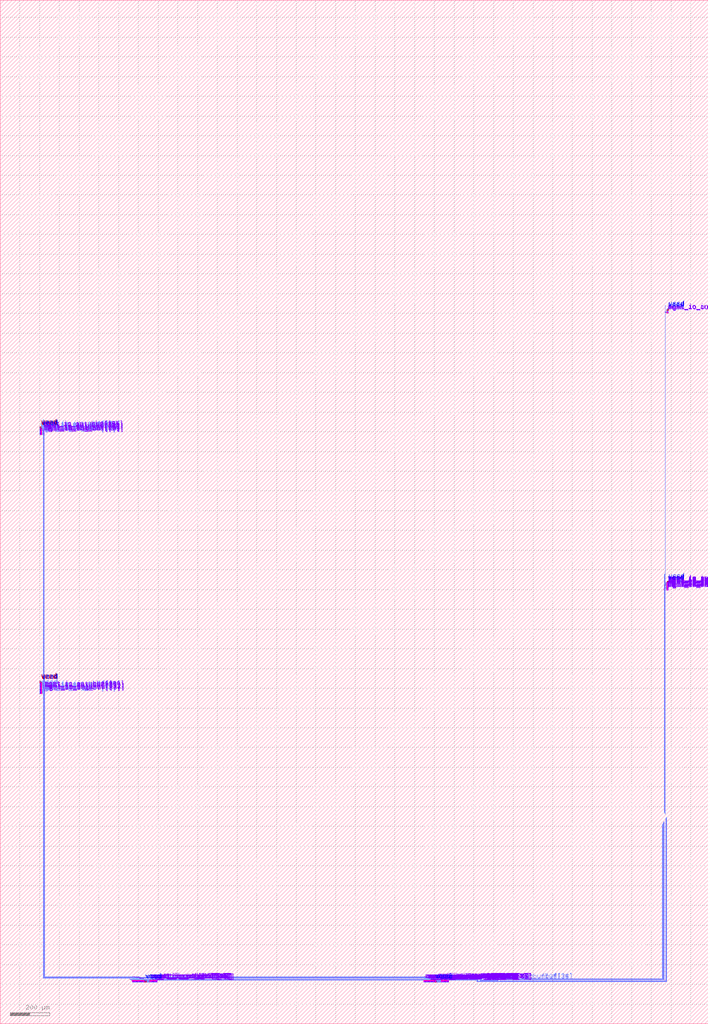
<source format=lef>
VERSION 5.7 ;
  NOWIREEXTENSIONATPIN ON ;
  DIVIDERCHAR "/" ;
  BUSBITCHARS "[]" ;
MACRO gpio_signal_buffering_alt
  CLASS BLOCK ;
  FOREIGN gpio_signal_buffering_alt ;
  ORIGIN 0.000 0.000 ;
  SIZE 3588.000 BY 5188.000 ;
  PIN mgmt_io_in_unbuf[13]
    DIRECTION INPUT ;
    USE SIGNAL ;
    PORT
      LAYER li1 ;
        RECT 3381.660 3606.800 3381.860 3608.390 ;
      LAYER mcon ;
        RECT 3381.690 3607.300 3381.860 3608.390 ;
      LAYER met1 ;
        RECT 3370.780 3608.085 3370.920 3641.605 ;
        RECT 3370.780 3607.765 3371.040 3608.085 ;
        RECT 3381.640 3607.240 3381.900 3608.450 ;
      LAYER via ;
        RECT 3370.780 3607.795 3371.040 3608.055 ;
        RECT 3381.640 3607.300 3381.900 3608.390 ;
      LAYER met2 ;
        RECT 3370.750 3607.935 3371.070 3608.055 ;
        RECT 3381.610 3607.935 3381.930 3608.390 ;
        RECT 3370.330 3607.795 3381.930 3607.935 ;
        RECT 3381.610 3607.300 3381.930 3607.795 ;
    END
  END mgmt_io_in_unbuf[13]
  PIN mgmt_io_out_buf[13]
    DIRECTION OUTPUT ;
    USE SIGNAL ;
    PORT
      LAYER li1 ;
        RECT 3383.560 3606.895 3385.770 3607.065 ;
        RECT 3384.410 3606.810 3385.290 3606.895 ;
        RECT 3384.410 3606.225 3384.580 3606.810 ;
        RECT 3383.560 3606.055 3384.580 3606.225 ;
        RECT 3384.410 3605.385 3384.580 3606.055 ;
        RECT 3383.560 3605.215 3384.580 3605.385 ;
        RECT 3384.410 3604.545 3384.580 3605.215 ;
        RECT 3383.560 3604.375 3384.580 3604.545 ;
        RECT 3385.120 3606.225 3385.290 3606.810 ;
        RECT 3385.120 3606.055 3385.770 3606.225 ;
        RECT 3385.120 3605.385 3385.290 3606.055 ;
        RECT 3385.120 3605.215 3385.770 3605.385 ;
        RECT 3385.120 3604.545 3385.290 3605.215 ;
        RECT 3385.120 3604.375 3385.770 3604.545 ;
      LAYER met1 ;
        RECT 3370.500 3607.115 3370.640 3640.605 ;
        RECT 3370.500 3606.795 3370.760 3607.115 ;
        RECT 3384.350 3606.760 3385.320 3607.020 ;
      LAYER via ;
        RECT 3370.500 3606.825 3370.760 3607.085 ;
        RECT 3384.410 3606.760 3385.260 3607.020 ;
      LAYER met2 ;
        RECT 3370.470 3606.965 3370.790 3607.085 ;
        RECT 3384.410 3606.965 3385.260 3607.050 ;
        RECT 3370.330 3606.825 3385.260 3606.965 ;
        RECT 3384.410 3606.730 3385.260 3606.825 ;
    END
  END mgmt_io_out_buf[13]
  PIN mgmt_io_in_unbuf[12]
    DIRECTION INPUT ;
    USE SIGNAL ;
    PORT
      LAYER li1 ;
        RECT 3381.660 2230.700 3381.860 2232.290 ;
      LAYER mcon ;
        RECT 3381.690 2231.200 3381.860 2232.290 ;
      LAYER met1 ;
        RECT 3369.800 2231.985 3369.940 2281.275 ;
        RECT 3369.800 2231.665 3370.060 2231.985 ;
        RECT 3381.640 2231.140 3381.900 2232.350 ;
      LAYER via ;
        RECT 3369.800 2231.695 3370.060 2231.955 ;
        RECT 3381.640 2231.200 3381.900 2232.290 ;
      LAYER met2 ;
        RECT 3369.770 2231.835 3370.090 2231.955 ;
        RECT 3381.610 2231.835 3381.930 2232.290 ;
        RECT 3365.990 2231.695 3381.930 2231.835 ;
        RECT 3381.610 2231.200 3381.930 2231.695 ;
    END
  END mgmt_io_in_unbuf[12]
  PIN mgmt_io_in_unbuf[11]
    DIRECTION INPUT ;
    USE SIGNAL ;
    PORT
      LAYER li1 ;
        RECT 3381.660 2224.720 3381.860 2226.310 ;
      LAYER mcon ;
        RECT 3381.690 2225.220 3381.860 2226.310 ;
      LAYER met1 ;
        RECT 3368.680 2226.005 3368.820 2279.275 ;
        RECT 3368.680 2225.685 3368.940 2226.005 ;
        RECT 3381.640 2225.160 3381.900 2226.370 ;
      LAYER via ;
        RECT 3368.680 2225.715 3368.940 2225.975 ;
        RECT 3381.640 2225.220 3381.900 2226.310 ;
      LAYER met2 ;
        RECT 3368.650 2225.855 3368.970 2225.975 ;
        RECT 3381.610 2225.855 3381.930 2226.310 ;
        RECT 3365.990 2225.715 3381.930 2225.855 ;
        RECT 3381.610 2225.220 3381.930 2225.715 ;
    END
  END mgmt_io_in_unbuf[11]
  PIN mgmt_io_in_unbuf[10]
    DIRECTION INPUT ;
    USE SIGNAL ;
    PORT
      LAYER li1 ;
        RECT 3381.660 2218.740 3381.860 2220.330 ;
      LAYER mcon ;
        RECT 3381.690 2219.240 3381.860 2220.330 ;
      LAYER met1 ;
        RECT 3367.560 2220.025 3367.700 2277.275 ;
        RECT 3367.560 2219.705 3367.820 2220.025 ;
        RECT 3381.640 2219.180 3381.900 2220.390 ;
      LAYER via ;
        RECT 3367.560 2219.735 3367.820 2219.995 ;
        RECT 3381.640 2219.240 3381.900 2220.330 ;
      LAYER met2 ;
        RECT 3367.530 2219.875 3367.850 2219.995 ;
        RECT 3381.610 2219.875 3381.930 2220.330 ;
        RECT 3365.990 2219.735 3381.930 2219.875 ;
        RECT 3381.610 2219.240 3381.930 2219.735 ;
    END
  END mgmt_io_in_unbuf[10]
  PIN mgmt_io_in_unbuf[9]
    DIRECTION INPUT ;
    USE SIGNAL ;
    PORT
      LAYER li1 ;
        RECT 3381.660 2212.760 3381.860 2214.350 ;
      LAYER mcon ;
        RECT 3381.690 2213.260 3381.860 2214.350 ;
      LAYER met1 ;
        RECT 3366.440 2214.045 3366.580 2275.275 ;
        RECT 3366.440 2213.725 3366.700 2214.045 ;
        RECT 3381.640 2213.200 3381.900 2214.410 ;
      LAYER via ;
        RECT 3366.440 2213.755 3366.700 2214.015 ;
        RECT 3381.640 2213.260 3381.900 2214.350 ;
      LAYER met2 ;
        RECT 3366.410 2213.895 3366.730 2214.015 ;
        RECT 3381.610 2213.895 3381.930 2214.350 ;
        RECT 3365.990 2213.755 3381.930 2213.895 ;
        RECT 3381.610 2213.260 3381.930 2213.755 ;
    END
  END mgmt_io_in_unbuf[9]
  PIN mgmt_io_in_unbuf[8]
    DIRECTION INPUT ;
    USE SIGNAL ;
    PORT
      LAYER li1 ;
        RECT 3381.660 2206.780 3381.860 2208.370 ;
      LAYER mcon ;
        RECT 3381.690 2207.280 3381.860 2208.370 ;
      LAYER met1 ;
        RECT 3365.320 2208.065 3365.460 2273.275 ;
        RECT 3365.320 2207.745 3365.580 2208.065 ;
        RECT 3381.640 2207.220 3381.900 2208.430 ;
      LAYER via ;
        RECT 3365.320 2207.775 3365.580 2208.035 ;
        RECT 3381.640 2207.280 3381.900 2208.370 ;
      LAYER met2 ;
        RECT 3365.290 2207.915 3365.610 2208.035 ;
        RECT 3381.610 2207.915 3381.930 2208.370 ;
        RECT 3364.865 2207.775 3381.930 2207.915 ;
        RECT 3381.610 2207.280 3381.930 2207.775 ;
    END
  END mgmt_io_in_unbuf[8]
  PIN mgmt_io_in_unbuf[7]
    DIRECTION INPUT ;
    USE SIGNAL ;
    PORT
      LAYER li1 ;
        RECT 3381.660 2200.800 3381.860 2202.390 ;
      LAYER mcon ;
        RECT 3381.690 2201.300 3381.860 2202.390 ;
      LAYER met1 ;
        RECT 3364.200 2202.085 3364.340 2271.275 ;
        RECT 3364.200 2201.765 3364.460 2202.085 ;
        RECT 3381.640 2201.240 3381.900 2202.450 ;
      LAYER via ;
        RECT 3364.200 2201.795 3364.460 2202.055 ;
        RECT 3381.640 2201.300 3381.900 2202.390 ;
      LAYER met2 ;
        RECT 3364.170 2201.935 3364.490 2202.055 ;
        RECT 3381.610 2201.935 3381.930 2202.390 ;
        RECT 3363.750 2201.795 3381.930 2201.935 ;
        RECT 3381.610 2201.300 3381.930 2201.795 ;
    END
  END mgmt_io_in_unbuf[7]
  PIN mgmt_io_out_buf[7]
    DIRECTION OUTPUT ;
    USE SIGNAL ;
    PORT
      LAYER li1 ;
        RECT 3383.560 2200.895 3385.770 2201.065 ;
        RECT 3384.410 2200.810 3385.290 2200.895 ;
        RECT 3384.410 2200.225 3384.580 2200.810 ;
        RECT 3383.560 2200.055 3384.580 2200.225 ;
        RECT 3384.410 2199.385 3384.580 2200.055 ;
        RECT 3383.560 2199.215 3384.580 2199.385 ;
        RECT 3384.410 2198.545 3384.580 2199.215 ;
        RECT 3383.560 2198.375 3384.580 2198.545 ;
        RECT 3385.120 2200.225 3385.290 2200.810 ;
        RECT 3385.120 2200.055 3385.770 2200.225 ;
        RECT 3385.120 2199.385 3385.290 2200.055 ;
        RECT 3385.120 2199.215 3385.770 2199.385 ;
        RECT 3385.120 2198.545 3385.290 2199.215 ;
        RECT 3385.120 2198.375 3385.770 2198.545 ;
      LAYER met1 ;
        RECT 3363.920 2201.115 3364.060 2270.275 ;
        RECT 3363.920 2200.795 3364.180 2201.115 ;
        RECT 3384.350 2200.760 3385.320 2201.020 ;
      LAYER via ;
        RECT 3363.920 2200.825 3364.180 2201.085 ;
        RECT 3384.410 2200.760 3385.260 2201.020 ;
      LAYER met2 ;
        RECT 3363.890 2200.965 3364.210 2201.085 ;
        RECT 3384.410 2200.965 3385.260 2201.050 ;
        RECT 3363.750 2200.825 3385.260 2200.965 ;
        RECT 3384.410 2200.730 3385.260 2200.825 ;
    END
  END mgmt_io_out_buf[7]
  PIN mgmt_io_out_buf[8]
    DIRECTION OUTPUT ;
    USE SIGNAL ;
    PORT
      LAYER li1 ;
        RECT 3383.560 2206.875 3385.770 2207.045 ;
        RECT 3384.410 2206.790 3385.290 2206.875 ;
        RECT 3384.410 2206.205 3384.580 2206.790 ;
        RECT 3383.560 2206.035 3384.580 2206.205 ;
        RECT 3384.410 2205.365 3384.580 2206.035 ;
        RECT 3383.560 2205.195 3384.580 2205.365 ;
        RECT 3384.410 2204.525 3384.580 2205.195 ;
        RECT 3383.560 2204.355 3384.580 2204.525 ;
        RECT 3385.120 2206.205 3385.290 2206.790 ;
        RECT 3385.120 2206.035 3385.770 2206.205 ;
        RECT 3385.120 2205.365 3385.290 2206.035 ;
        RECT 3385.120 2205.195 3385.770 2205.365 ;
        RECT 3385.120 2204.525 3385.290 2205.195 ;
        RECT 3385.120 2204.355 3385.770 2204.525 ;
      LAYER met1 ;
        RECT 3365.040 2207.095 3365.180 2272.275 ;
        RECT 3365.040 2206.775 3365.300 2207.095 ;
        RECT 3384.350 2206.740 3385.320 2207.000 ;
      LAYER via ;
        RECT 3365.040 2206.805 3365.300 2207.065 ;
        RECT 3384.410 2206.740 3385.260 2207.000 ;
      LAYER met2 ;
        RECT 3365.010 2206.945 3365.330 2207.065 ;
        RECT 3384.410 2206.945 3385.260 2207.030 ;
        RECT 3364.865 2206.805 3385.260 2206.945 ;
        RECT 3384.410 2206.710 3385.260 2206.805 ;
    END
  END mgmt_io_out_buf[8]
  PIN mgmt_io_out_buf[9]
    DIRECTION OUTPUT ;
    USE SIGNAL ;
    PORT
      LAYER li1 ;
        RECT 3383.560 2212.855 3385.770 2213.025 ;
        RECT 3384.410 2212.770 3385.290 2212.855 ;
        RECT 3384.410 2212.185 3384.580 2212.770 ;
        RECT 3383.560 2212.015 3384.580 2212.185 ;
        RECT 3384.410 2211.345 3384.580 2212.015 ;
        RECT 3383.560 2211.175 3384.580 2211.345 ;
        RECT 3384.410 2210.505 3384.580 2211.175 ;
        RECT 3383.560 2210.335 3384.580 2210.505 ;
        RECT 3385.120 2212.185 3385.290 2212.770 ;
        RECT 3385.120 2212.015 3385.770 2212.185 ;
        RECT 3385.120 2211.345 3385.290 2212.015 ;
        RECT 3385.120 2211.175 3385.770 2211.345 ;
        RECT 3385.120 2210.505 3385.290 2211.175 ;
        RECT 3385.120 2210.335 3385.770 2210.505 ;
      LAYER met1 ;
        RECT 3366.160 2213.075 3366.300 2274.275 ;
        RECT 3366.160 2212.755 3366.420 2213.075 ;
        RECT 3384.350 2212.720 3385.320 2212.980 ;
      LAYER via ;
        RECT 3366.160 2212.785 3366.420 2213.045 ;
        RECT 3384.410 2212.720 3385.260 2212.980 ;
      LAYER met2 ;
        RECT 3366.130 2212.925 3366.450 2213.045 ;
        RECT 3384.410 2212.925 3385.260 2213.010 ;
        RECT 3365.990 2212.785 3385.260 2212.925 ;
        RECT 3384.410 2212.690 3385.260 2212.785 ;
    END
  END mgmt_io_out_buf[9]
  PIN mgmt_io_out_buf[10]
    DIRECTION OUTPUT ;
    USE SIGNAL ;
    PORT
      LAYER li1 ;
        RECT 3383.560 2218.835 3385.770 2219.005 ;
        RECT 3384.410 2218.750 3385.290 2218.835 ;
        RECT 3384.410 2218.165 3384.580 2218.750 ;
        RECT 3383.560 2217.995 3384.580 2218.165 ;
        RECT 3384.410 2217.325 3384.580 2217.995 ;
        RECT 3383.560 2217.155 3384.580 2217.325 ;
        RECT 3384.410 2216.485 3384.580 2217.155 ;
        RECT 3383.560 2216.315 3384.580 2216.485 ;
        RECT 3385.120 2218.165 3385.290 2218.750 ;
        RECT 3385.120 2217.995 3385.770 2218.165 ;
        RECT 3385.120 2217.325 3385.290 2217.995 ;
        RECT 3385.120 2217.155 3385.770 2217.325 ;
        RECT 3385.120 2216.485 3385.290 2217.155 ;
        RECT 3385.120 2216.315 3385.770 2216.485 ;
      LAYER met1 ;
        RECT 3367.280 2219.055 3367.420 2276.275 ;
        RECT 3367.280 2218.735 3367.540 2219.055 ;
        RECT 3384.350 2218.700 3385.320 2218.960 ;
      LAYER via ;
        RECT 3367.280 2218.765 3367.540 2219.025 ;
        RECT 3384.410 2218.700 3385.260 2218.960 ;
      LAYER met2 ;
        RECT 3367.250 2218.905 3367.570 2219.025 ;
        RECT 3384.410 2218.905 3385.260 2218.990 ;
        RECT 3365.990 2218.765 3385.260 2218.905 ;
        RECT 3384.410 2218.670 3385.260 2218.765 ;
    END
  END mgmt_io_out_buf[10]
  PIN mgmt_io_out_buf[11]
    DIRECTION OUTPUT ;
    USE SIGNAL ;
    PORT
      LAYER li1 ;
        RECT 3383.560 2224.815 3385.770 2224.985 ;
        RECT 3384.410 2224.730 3385.290 2224.815 ;
        RECT 3384.410 2224.145 3384.580 2224.730 ;
        RECT 3383.560 2223.975 3384.580 2224.145 ;
        RECT 3384.410 2223.305 3384.580 2223.975 ;
        RECT 3383.560 2223.135 3384.580 2223.305 ;
        RECT 3384.410 2222.465 3384.580 2223.135 ;
        RECT 3383.560 2222.295 3384.580 2222.465 ;
        RECT 3385.120 2224.145 3385.290 2224.730 ;
        RECT 3385.120 2223.975 3385.770 2224.145 ;
        RECT 3385.120 2223.305 3385.290 2223.975 ;
        RECT 3385.120 2223.135 3385.770 2223.305 ;
        RECT 3385.120 2222.465 3385.290 2223.135 ;
        RECT 3385.120 2222.295 3385.770 2222.465 ;
      LAYER met1 ;
        RECT 3368.400 2225.035 3368.540 2278.275 ;
        RECT 3368.400 2224.715 3368.660 2225.035 ;
        RECT 3384.350 2224.680 3385.320 2224.940 ;
      LAYER via ;
        RECT 3368.400 2224.745 3368.660 2225.005 ;
        RECT 3384.410 2224.680 3385.260 2224.940 ;
      LAYER met2 ;
        RECT 3368.370 2224.885 3368.690 2225.005 ;
        RECT 3384.410 2224.885 3385.260 2224.970 ;
        RECT 3365.990 2224.745 3385.260 2224.885 ;
        RECT 3384.410 2224.650 3385.260 2224.745 ;
    END
  END mgmt_io_out_buf[11]
  PIN mgmt_io_out_buf[12]
    DIRECTION OUTPUT ;
    USE SIGNAL ;
    PORT
      LAYER li1 ;
        RECT 3383.560 2230.795 3385.770 2230.965 ;
        RECT 3384.410 2230.710 3385.290 2230.795 ;
        RECT 3384.410 2230.125 3384.580 2230.710 ;
        RECT 3383.560 2229.955 3384.580 2230.125 ;
        RECT 3384.410 2229.285 3384.580 2229.955 ;
        RECT 3383.560 2229.115 3384.580 2229.285 ;
        RECT 3384.410 2228.445 3384.580 2229.115 ;
        RECT 3383.560 2228.275 3384.580 2228.445 ;
        RECT 3385.120 2230.125 3385.290 2230.710 ;
        RECT 3385.120 2229.955 3385.770 2230.125 ;
        RECT 3385.120 2229.285 3385.290 2229.955 ;
        RECT 3385.120 2229.115 3385.770 2229.285 ;
        RECT 3385.120 2228.445 3385.290 2229.115 ;
        RECT 3385.120 2228.275 3385.770 2228.445 ;
      LAYER met1 ;
        RECT 3369.520 2231.015 3369.660 2280.275 ;
        RECT 3369.520 2230.695 3369.780 2231.015 ;
        RECT 3384.350 2230.660 3385.320 2230.920 ;
      LAYER via ;
        RECT 3369.520 2230.725 3369.780 2230.985 ;
        RECT 3384.410 2230.660 3385.260 2230.920 ;
      LAYER met2 ;
        RECT 3369.490 2230.865 3369.810 2230.985 ;
        RECT 3384.410 2230.865 3385.260 2230.950 ;
        RECT 3365.990 2230.725 3385.260 2230.865 ;
        RECT 3384.410 2230.630 3385.260 2230.725 ;
    END
  END mgmt_io_out_buf[12]
  PIN mgmt_io_out_unbuf[7]
    DIRECTION INPUT ;
    USE SIGNAL ;
    PORT
      LAYER li1 ;
        RECT 3384.750 2196.660 3384.950 2197.760 ;
      LAYER mcon ;
        RECT 3384.750 2196.670 3384.920 2197.760 ;
      LAYER met1 ;
        RECT 3363.940 2196.930 3364.200 2197.250 ;
        RECT 3364.060 1075.250 3364.200 2196.930 ;
        RECT 3384.700 2196.610 3384.960 2197.820 ;
      LAYER via ;
        RECT 3363.940 2196.960 3364.200 2197.220 ;
        RECT 3384.700 2196.670 3384.960 2197.760 ;
      LAYER met2 ;
        RECT 3363.910 2197.100 3364.230 2197.220 ;
        RECT 3384.670 2197.100 3384.990 2197.760 ;
        RECT 3363.750 2196.960 3384.990 2197.100 ;
        RECT 3384.670 2196.670 3384.990 2196.960 ;
    END
  END mgmt_io_out_unbuf[7]
  PIN mgmt_io_out_unbuf[8]
    DIRECTION INPUT ;
    USE SIGNAL ;
    PORT
      LAYER li1 ;
        RECT 3384.750 2202.640 3384.950 2203.740 ;
      LAYER mcon ;
        RECT 3384.750 2202.650 3384.920 2203.740 ;
      LAYER met1 ;
        RECT 3365.060 2202.910 3365.320 2203.230 ;
        RECT 3365.180 1073.250 3365.320 2202.910 ;
        RECT 3384.700 2202.590 3384.960 2203.800 ;
      LAYER via ;
        RECT 3365.060 2202.940 3365.320 2203.200 ;
        RECT 3384.700 2202.650 3384.960 2203.740 ;
      LAYER met2 ;
        RECT 3365.030 2203.080 3365.350 2203.200 ;
        RECT 3384.670 2203.080 3384.990 2203.740 ;
        RECT 3364.900 2202.940 3384.990 2203.080 ;
        RECT 3384.670 2202.650 3384.990 2202.940 ;
    END
  END mgmt_io_out_unbuf[8]
  PIN mgmt_io_out_unbuf[9]
    DIRECTION INPUT ;
    USE SIGNAL ;
    PORT
      LAYER li1 ;
        RECT 3384.750 2208.620 3384.950 2209.720 ;
      LAYER mcon ;
        RECT 3384.750 2208.630 3384.920 2209.720 ;
      LAYER met1 ;
        RECT 3366.180 2208.890 3366.440 2209.210 ;
        RECT 3366.300 1071.250 3366.440 2208.890 ;
        RECT 3384.700 2208.570 3384.960 2209.780 ;
      LAYER via ;
        RECT 3366.180 2208.920 3366.440 2209.180 ;
        RECT 3384.700 2208.630 3384.960 2209.720 ;
      LAYER met2 ;
        RECT 3366.150 2209.060 3366.470 2209.180 ;
        RECT 3384.670 2209.060 3384.990 2209.720 ;
        RECT 3365.990 2208.920 3384.990 2209.060 ;
        RECT 3384.670 2208.630 3384.990 2208.920 ;
    END
  END mgmt_io_out_unbuf[9]
  PIN mgmt_io_out_unbuf[10]
    DIRECTION INPUT ;
    USE SIGNAL ;
    PORT
      LAYER li1 ;
        RECT 3384.750 2214.600 3384.950 2215.700 ;
      LAYER mcon ;
        RECT 3384.750 2214.610 3384.920 2215.700 ;
      LAYER met1 ;
        RECT 3367.300 2214.870 3367.560 2215.190 ;
        RECT 3367.420 1069.250 3367.560 2214.870 ;
        RECT 3384.700 2214.550 3384.960 2215.760 ;
      LAYER via ;
        RECT 3367.300 2214.900 3367.560 2215.160 ;
        RECT 3384.700 2214.610 3384.960 2215.700 ;
      LAYER met2 ;
        RECT 3367.270 2215.040 3367.590 2215.160 ;
        RECT 3384.670 2215.040 3384.990 2215.700 ;
        RECT 3365.990 2214.900 3384.990 2215.040 ;
        RECT 3384.670 2214.610 3384.990 2214.900 ;
    END
  END mgmt_io_out_unbuf[10]
  PIN mgmt_io_out_unbuf[11]
    DIRECTION INPUT ;
    USE SIGNAL ;
    PORT
      LAYER li1 ;
        RECT 3384.750 2220.580 3384.950 2221.680 ;
      LAYER mcon ;
        RECT 3384.750 2220.590 3384.920 2221.680 ;
      LAYER met1 ;
        RECT 3368.420 2220.850 3368.680 2221.170 ;
        RECT 3368.540 1067.250 3368.680 2220.850 ;
        RECT 3384.700 2220.530 3384.960 2221.740 ;
      LAYER via ;
        RECT 3368.420 2220.880 3368.680 2221.140 ;
        RECT 3384.700 2220.590 3384.960 2221.680 ;
      LAYER met2 ;
        RECT 3368.390 2221.020 3368.710 2221.140 ;
        RECT 3384.670 2221.020 3384.990 2221.680 ;
        RECT 3365.990 2220.880 3384.990 2221.020 ;
        RECT 3384.670 2220.590 3384.990 2220.880 ;
    END
  END mgmt_io_out_unbuf[11]
  PIN mgmt_io_out_unbuf[12]
    DIRECTION INPUT ;
    USE SIGNAL ;
    PORT
      LAYER li1 ;
        RECT 3384.750 2226.560 3384.950 2227.660 ;
      LAYER mcon ;
        RECT 3384.750 2226.570 3384.920 2227.660 ;
      LAYER met1 ;
        RECT 3369.540 2226.830 3369.800 2227.150 ;
        RECT 3369.660 1065.250 3369.800 2226.830 ;
        RECT 3384.700 2226.510 3384.960 2227.720 ;
      LAYER via ;
        RECT 3369.540 2226.860 3369.800 2227.120 ;
        RECT 3384.700 2226.570 3384.960 2227.660 ;
      LAYER met2 ;
        RECT 3369.510 2227.000 3369.830 2227.120 ;
        RECT 3384.670 2227.000 3384.990 2227.660 ;
        RECT 3365.990 2226.860 3384.990 2227.000 ;
        RECT 3384.670 2226.570 3384.990 2226.860 ;
    END
  END mgmt_io_out_unbuf[12]
  PIN mgmt_io_out_unbuf[13]
    DIRECTION INPUT ;
    USE SIGNAL ;
    PORT
      LAYER li1 ;
        RECT 3384.750 2232.540 3384.950 2233.640 ;
      LAYER mcon ;
        RECT 3384.750 2232.550 3384.920 2233.640 ;
      LAYER met1 ;
        RECT 3370.660 2232.810 3370.920 2233.130 ;
        RECT 3370.780 1063.250 3370.920 2232.810 ;
        RECT 3384.700 2232.490 3384.960 2233.700 ;
      LAYER via ;
        RECT 3370.660 2232.840 3370.920 2233.100 ;
        RECT 3384.700 2232.550 3384.960 2233.640 ;
      LAYER met2 ;
        RECT 3370.630 2232.980 3370.950 2233.100 ;
        RECT 3384.670 2232.980 3384.990 2233.640 ;
        RECT 3365.990 2232.840 3384.990 2232.980 ;
        RECT 3384.670 2232.550 3384.990 2232.840 ;
    END
  END mgmt_io_out_unbuf[13]
  PIN mgmt_io_in_buf[13]
    DIRECTION OUTPUT ;
    USE SIGNAL ;
    PORT
      LAYER li1 ;
        RECT 3380.840 2235.895 3381.490 2236.065 ;
        RECT 3381.320 2235.225 3381.490 2235.895 ;
        RECT 3380.840 2235.055 3381.490 2235.225 ;
        RECT 3381.320 2234.385 3381.490 2235.055 ;
        RECT 3380.840 2234.215 3381.490 2234.385 ;
        RECT 3381.320 2233.630 3381.490 2234.215 ;
        RECT 3382.030 2235.895 3383.050 2236.065 ;
        RECT 3382.030 2235.225 3382.200 2235.895 ;
        RECT 3382.030 2235.055 3383.050 2235.225 ;
        RECT 3382.030 2234.385 3382.200 2235.055 ;
        RECT 3382.030 2234.215 3383.050 2234.385 ;
        RECT 3382.030 2233.630 3382.200 2234.215 ;
        RECT 3381.320 2233.545 3382.200 2233.630 ;
        RECT 3380.840 2233.375 3383.050 2233.545 ;
      LAYER mcon ;
        RECT 3381.350 2233.460 3382.200 2233.630 ;
      LAYER met1 ;
        RECT 3370.940 2233.430 3371.200 2233.750 ;
        RECT 3371.060 1062.250 3371.200 2233.430 ;
        RECT 3381.290 2233.410 3382.260 2233.670 ;
      LAYER via ;
        RECT 3370.940 2233.460 3371.200 2233.720 ;
        RECT 3381.350 2233.410 3382.200 2233.670 ;
      LAYER met2 ;
        RECT 3370.910 2233.600 3371.230 2233.720 ;
        RECT 3381.350 2233.600 3382.200 2233.700 ;
        RECT 3365.990 2233.460 3382.200 2233.600 ;
        RECT 3381.350 2233.380 3382.200 2233.460 ;
    END
  END mgmt_io_in_buf[13]
  PIN mgmt_io_in_buf[12]
    DIRECTION OUTPUT ;
    USE SIGNAL ;
    PORT
      LAYER li1 ;
        RECT 3380.840 2229.915 3381.490 2230.085 ;
        RECT 3381.320 2229.245 3381.490 2229.915 ;
        RECT 3380.840 2229.075 3381.490 2229.245 ;
        RECT 3381.320 2228.405 3381.490 2229.075 ;
        RECT 3380.840 2228.235 3381.490 2228.405 ;
        RECT 3381.320 2227.650 3381.490 2228.235 ;
        RECT 3382.030 2229.915 3383.050 2230.085 ;
        RECT 3382.030 2229.245 3382.200 2229.915 ;
        RECT 3382.030 2229.075 3383.050 2229.245 ;
        RECT 3382.030 2228.405 3382.200 2229.075 ;
        RECT 3382.030 2228.235 3383.050 2228.405 ;
        RECT 3382.030 2227.650 3382.200 2228.235 ;
        RECT 3381.320 2227.565 3382.200 2227.650 ;
        RECT 3380.840 2227.395 3383.050 2227.565 ;
      LAYER mcon ;
        RECT 3381.350 2227.480 3382.200 2227.650 ;
      LAYER met1 ;
        RECT 3369.820 2227.450 3370.080 2227.770 ;
        RECT 3369.940 1064.250 3370.080 2227.450 ;
        RECT 3381.290 2227.430 3382.260 2227.690 ;
      LAYER via ;
        RECT 3369.820 2227.480 3370.080 2227.740 ;
        RECT 3381.350 2227.430 3382.200 2227.690 ;
      LAYER met2 ;
        RECT 3369.790 2227.620 3370.110 2227.740 ;
        RECT 3381.350 2227.620 3382.200 2227.720 ;
        RECT 3365.990 2227.480 3382.200 2227.620 ;
        RECT 3381.350 2227.400 3382.200 2227.480 ;
    END
  END mgmt_io_in_buf[12]
  PIN mgmt_io_in_buf[11]
    DIRECTION OUTPUT ;
    USE SIGNAL ;
    PORT
      LAYER li1 ;
        RECT 3380.840 2223.935 3381.490 2224.105 ;
        RECT 3381.320 2223.265 3381.490 2223.935 ;
        RECT 3380.840 2223.095 3381.490 2223.265 ;
        RECT 3381.320 2222.425 3381.490 2223.095 ;
        RECT 3380.840 2222.255 3381.490 2222.425 ;
        RECT 3381.320 2221.670 3381.490 2222.255 ;
        RECT 3382.030 2223.935 3383.050 2224.105 ;
        RECT 3382.030 2223.265 3382.200 2223.935 ;
        RECT 3382.030 2223.095 3383.050 2223.265 ;
        RECT 3382.030 2222.425 3382.200 2223.095 ;
        RECT 3382.030 2222.255 3383.050 2222.425 ;
        RECT 3382.030 2221.670 3382.200 2222.255 ;
        RECT 3381.320 2221.585 3382.200 2221.670 ;
        RECT 3380.840 2221.415 3383.050 2221.585 ;
      LAYER mcon ;
        RECT 3381.350 2221.500 3382.200 2221.670 ;
      LAYER met1 ;
        RECT 3368.700 2221.470 3368.960 2221.790 ;
        RECT 3368.820 1066.250 3368.960 2221.470 ;
        RECT 3381.290 2221.450 3382.260 2221.710 ;
      LAYER via ;
        RECT 3368.700 2221.500 3368.960 2221.760 ;
        RECT 3381.350 2221.450 3382.200 2221.710 ;
      LAYER met2 ;
        RECT 3368.670 2221.640 3368.990 2221.760 ;
        RECT 3381.350 2221.640 3382.200 2221.740 ;
        RECT 3365.990 2221.500 3382.200 2221.640 ;
        RECT 3381.350 2221.420 3382.200 2221.500 ;
    END
  END mgmt_io_in_buf[11]
  PIN mgmt_io_in_buf[10]
    DIRECTION OUTPUT ;
    USE SIGNAL ;
    PORT
      LAYER li1 ;
        RECT 3380.840 2217.955 3381.490 2218.125 ;
        RECT 3381.320 2217.285 3381.490 2217.955 ;
        RECT 3380.840 2217.115 3381.490 2217.285 ;
        RECT 3381.320 2216.445 3381.490 2217.115 ;
        RECT 3380.840 2216.275 3381.490 2216.445 ;
        RECT 3381.320 2215.690 3381.490 2216.275 ;
        RECT 3382.030 2217.955 3383.050 2218.125 ;
        RECT 3382.030 2217.285 3382.200 2217.955 ;
        RECT 3382.030 2217.115 3383.050 2217.285 ;
        RECT 3382.030 2216.445 3382.200 2217.115 ;
        RECT 3382.030 2216.275 3383.050 2216.445 ;
        RECT 3382.030 2215.690 3382.200 2216.275 ;
        RECT 3381.320 2215.605 3382.200 2215.690 ;
        RECT 3380.840 2215.435 3383.050 2215.605 ;
      LAYER mcon ;
        RECT 3381.350 2215.520 3382.200 2215.690 ;
      LAYER met1 ;
        RECT 3367.580 2215.490 3367.840 2215.810 ;
        RECT 3367.700 1068.250 3367.840 2215.490 ;
        RECT 3381.290 2215.470 3382.260 2215.730 ;
      LAYER via ;
        RECT 3367.580 2215.520 3367.840 2215.780 ;
        RECT 3381.350 2215.470 3382.200 2215.730 ;
      LAYER met2 ;
        RECT 3367.550 2215.660 3367.870 2215.780 ;
        RECT 3381.350 2215.660 3382.200 2215.760 ;
        RECT 3365.990 2215.520 3382.200 2215.660 ;
        RECT 3381.350 2215.440 3382.200 2215.520 ;
    END
  END mgmt_io_in_buf[10]
  PIN mgmt_io_in_buf[9]
    DIRECTION OUTPUT ;
    USE SIGNAL ;
    PORT
      LAYER li1 ;
        RECT 3380.840 2211.975 3381.490 2212.145 ;
        RECT 3381.320 2211.305 3381.490 2211.975 ;
        RECT 3380.840 2211.135 3381.490 2211.305 ;
        RECT 3381.320 2210.465 3381.490 2211.135 ;
        RECT 3380.840 2210.295 3381.490 2210.465 ;
        RECT 3381.320 2209.710 3381.490 2210.295 ;
        RECT 3382.030 2211.975 3383.050 2212.145 ;
        RECT 3382.030 2211.305 3382.200 2211.975 ;
        RECT 3382.030 2211.135 3383.050 2211.305 ;
        RECT 3382.030 2210.465 3382.200 2211.135 ;
        RECT 3382.030 2210.295 3383.050 2210.465 ;
        RECT 3382.030 2209.710 3382.200 2210.295 ;
        RECT 3381.320 2209.625 3382.200 2209.710 ;
        RECT 3380.840 2209.455 3383.050 2209.625 ;
      LAYER mcon ;
        RECT 3381.350 2209.540 3382.200 2209.710 ;
      LAYER met1 ;
        RECT 3366.460 2209.510 3366.720 2209.830 ;
        RECT 3366.580 1070.250 3366.720 2209.510 ;
        RECT 3381.290 2209.490 3382.260 2209.750 ;
      LAYER via ;
        RECT 3366.460 2209.540 3366.720 2209.800 ;
        RECT 3381.350 2209.490 3382.200 2209.750 ;
      LAYER met2 ;
        RECT 3366.430 2209.680 3366.750 2209.800 ;
        RECT 3381.350 2209.680 3382.200 2209.780 ;
        RECT 3365.990 2209.540 3382.200 2209.680 ;
        RECT 3381.350 2209.460 3382.200 2209.540 ;
    END
  END mgmt_io_in_buf[9]
  PIN mgmt_io_in_buf[8]
    DIRECTION OUTPUT ;
    USE SIGNAL ;
    PORT
      LAYER li1 ;
        RECT 3380.840 2205.995 3381.490 2206.165 ;
        RECT 3381.320 2205.325 3381.490 2205.995 ;
        RECT 3380.840 2205.155 3381.490 2205.325 ;
        RECT 3381.320 2204.485 3381.490 2205.155 ;
        RECT 3380.840 2204.315 3381.490 2204.485 ;
        RECT 3381.320 2203.730 3381.490 2204.315 ;
        RECT 3382.030 2205.995 3383.050 2206.165 ;
        RECT 3382.030 2205.325 3382.200 2205.995 ;
        RECT 3382.030 2205.155 3383.050 2205.325 ;
        RECT 3382.030 2204.485 3382.200 2205.155 ;
        RECT 3382.030 2204.315 3383.050 2204.485 ;
        RECT 3382.030 2203.730 3382.200 2204.315 ;
        RECT 3381.320 2203.645 3382.200 2203.730 ;
        RECT 3380.840 2203.475 3383.050 2203.645 ;
      LAYER mcon ;
        RECT 3381.350 2203.560 3382.200 2203.730 ;
      LAYER met1 ;
        RECT 3365.340 2203.530 3365.600 2203.850 ;
        RECT 3365.460 1072.250 3365.600 2203.530 ;
        RECT 3381.290 2203.510 3382.260 2203.770 ;
      LAYER via ;
        RECT 3365.340 2203.560 3365.600 2203.820 ;
        RECT 3381.350 2203.510 3382.200 2203.770 ;
      LAYER met2 ;
        RECT 3365.310 2203.700 3365.630 2203.820 ;
        RECT 3381.350 2203.700 3382.200 2203.800 ;
        RECT 3364.900 2203.560 3382.200 2203.700 ;
        RECT 3381.350 2203.480 3382.200 2203.560 ;
    END
  END mgmt_io_in_buf[8]
  PIN mgmt_io_in_buf[7]
    DIRECTION OUTPUT ;
    USE SIGNAL ;
    PORT
      LAYER li1 ;
        RECT 3380.840 2200.015 3381.490 2200.185 ;
        RECT 3381.320 2199.345 3381.490 2200.015 ;
        RECT 3380.840 2199.175 3381.490 2199.345 ;
        RECT 3381.320 2198.505 3381.490 2199.175 ;
        RECT 3380.840 2198.335 3381.490 2198.505 ;
        RECT 3381.320 2197.750 3381.490 2198.335 ;
        RECT 3382.030 2200.015 3383.050 2200.185 ;
        RECT 3382.030 2199.345 3382.200 2200.015 ;
        RECT 3382.030 2199.175 3383.050 2199.345 ;
        RECT 3382.030 2198.505 3382.200 2199.175 ;
        RECT 3382.030 2198.335 3383.050 2198.505 ;
        RECT 3382.030 2197.750 3382.200 2198.335 ;
        RECT 3381.320 2197.665 3382.200 2197.750 ;
        RECT 3380.840 2197.495 3383.050 2197.665 ;
      LAYER mcon ;
        RECT 3381.350 2197.580 3382.200 2197.750 ;
      LAYER met1 ;
        RECT 3364.220 2197.550 3364.480 2197.870 ;
        RECT 3364.340 1074.250 3364.480 2197.550 ;
        RECT 3381.290 2197.530 3382.260 2197.790 ;
      LAYER via ;
        RECT 3364.220 2197.580 3364.480 2197.840 ;
        RECT 3381.350 2197.530 3382.200 2197.790 ;
      LAYER met2 ;
        RECT 3364.190 2197.720 3364.510 2197.840 ;
        RECT 3381.350 2197.720 3382.200 2197.820 ;
        RECT 3363.750 2197.580 3382.200 2197.720 ;
        RECT 3381.350 2197.500 3382.200 2197.580 ;
    END
  END mgmt_io_in_buf[7]
  PIN mgmt_io_out_buf[25]
    DIRECTION OUTPUT ;
    USE SIGNAL ;
    PORT
      LAYER li1 ;
        RECT 201.625 3013.485 203.835 3013.655 ;
        RECT 202.105 3013.400 202.985 3013.485 ;
        RECT 202.105 3012.815 202.275 3013.400 ;
        RECT 201.625 3012.645 202.275 3012.815 ;
        RECT 202.105 3011.975 202.275 3012.645 ;
        RECT 201.625 3011.805 202.275 3011.975 ;
        RECT 202.105 3011.135 202.275 3011.805 ;
        RECT 201.625 3010.965 202.275 3011.135 ;
        RECT 202.815 3012.815 202.985 3013.400 ;
        RECT 202.815 3012.645 203.835 3012.815 ;
        RECT 202.815 3011.975 202.985 3012.645 ;
        RECT 202.815 3011.805 203.835 3011.975 ;
        RECT 202.815 3011.135 202.985 3011.805 ;
        RECT 202.815 3010.965 203.835 3011.135 ;
      LAYER mcon ;
        RECT 202.135 3013.400 202.985 3013.570 ;
      LAYER met1 ;
        RECT 217.435 3013.705 217.575 3061.780 ;
        RECT 202.075 3013.350 203.045 3013.610 ;
        RECT 217.315 3013.385 217.575 3013.705 ;
      LAYER via ;
        RECT 202.135 3013.350 202.985 3013.610 ;
        RECT 217.315 3013.415 217.575 3013.675 ;
      LAYER met2 ;
        RECT 202.135 3013.555 202.985 3013.640 ;
        RECT 217.285 3013.555 217.605 3013.675 ;
        RECT 202.135 3013.415 221.000 3013.555 ;
        RECT 202.135 3013.320 202.985 3013.415 ;
    END
  END mgmt_io_out_buf[25]
  PIN mgmt_io_out_buf[26]
    DIRECTION OUTPUT ;
    USE SIGNAL ;
    PORT
      LAYER li1 ;
        RECT 201.625 3007.505 203.835 3007.675 ;
        RECT 202.105 3007.420 202.985 3007.505 ;
        RECT 202.105 3006.835 202.275 3007.420 ;
        RECT 201.625 3006.665 202.275 3006.835 ;
        RECT 202.105 3005.995 202.275 3006.665 ;
        RECT 201.625 3005.825 202.275 3005.995 ;
        RECT 202.105 3005.155 202.275 3005.825 ;
        RECT 201.625 3004.985 202.275 3005.155 ;
        RECT 202.815 3006.835 202.985 3007.420 ;
        RECT 202.815 3006.665 203.835 3006.835 ;
        RECT 202.815 3005.995 202.985 3006.665 ;
        RECT 202.815 3005.825 203.835 3005.995 ;
        RECT 202.815 3005.155 202.985 3005.825 ;
        RECT 202.815 3004.985 203.835 3005.155 ;
      LAYER mcon ;
        RECT 202.135 3007.420 202.985 3007.590 ;
      LAYER met1 ;
        RECT 218.555 3007.725 218.695 3059.780 ;
        RECT 202.075 3007.370 203.045 3007.630 ;
        RECT 218.435 3007.405 218.695 3007.725 ;
      LAYER via ;
        RECT 202.135 3007.370 202.985 3007.630 ;
        RECT 218.435 3007.435 218.695 3007.695 ;
      LAYER met2 ;
        RECT 202.135 3007.575 202.985 3007.660 ;
        RECT 218.405 3007.575 218.725 3007.695 ;
        RECT 202.135 3007.435 221.000 3007.575 ;
        RECT 202.135 3007.340 202.985 3007.435 ;
    END
  END mgmt_io_out_buf[26]
  PIN mgmt_io_out_buf[27]
    DIRECTION OUTPUT ;
    USE SIGNAL ;
    PORT
      LAYER li1 ;
        RECT 201.625 3001.525 203.835 3001.695 ;
        RECT 202.105 3001.440 202.985 3001.525 ;
        RECT 202.105 3000.855 202.275 3001.440 ;
        RECT 201.625 3000.685 202.275 3000.855 ;
        RECT 202.105 3000.015 202.275 3000.685 ;
        RECT 201.625 2999.845 202.275 3000.015 ;
        RECT 202.105 2999.175 202.275 2999.845 ;
        RECT 201.625 2999.005 202.275 2999.175 ;
        RECT 202.815 3000.855 202.985 3001.440 ;
        RECT 202.815 3000.685 203.835 3000.855 ;
        RECT 202.815 3000.015 202.985 3000.685 ;
        RECT 202.815 2999.845 203.835 3000.015 ;
        RECT 202.815 2999.175 202.985 2999.845 ;
        RECT 202.815 2999.005 203.835 2999.175 ;
      LAYER mcon ;
        RECT 202.135 3001.440 202.985 3001.610 ;
      LAYER met1 ;
        RECT 219.675 3001.745 219.815 3057.780 ;
        RECT 202.075 3001.390 203.045 3001.650 ;
        RECT 219.555 3001.425 219.815 3001.745 ;
      LAYER via ;
        RECT 202.135 3001.390 202.985 3001.650 ;
        RECT 219.555 3001.455 219.815 3001.715 ;
      LAYER met2 ;
        RECT 202.135 3001.595 202.985 3001.680 ;
        RECT 219.525 3001.595 219.845 3001.715 ;
        RECT 202.135 3001.455 221.000 3001.595 ;
        RECT 202.135 3001.360 202.985 3001.455 ;
    END
  END mgmt_io_out_buf[27]
  PIN mgmt_io_out_buf[28]
    DIRECTION OUTPUT ;
    USE SIGNAL ;
    PORT
      LAYER li1 ;
        RECT 201.625 2995.545 203.835 2995.715 ;
        RECT 202.105 2995.460 202.985 2995.545 ;
        RECT 202.105 2994.875 202.275 2995.460 ;
        RECT 201.625 2994.705 202.275 2994.875 ;
        RECT 202.105 2994.035 202.275 2994.705 ;
        RECT 201.625 2993.865 202.275 2994.035 ;
        RECT 202.105 2993.195 202.275 2993.865 ;
        RECT 201.625 2993.025 202.275 2993.195 ;
        RECT 202.815 2994.875 202.985 2995.460 ;
        RECT 202.815 2994.705 203.835 2994.875 ;
        RECT 202.815 2994.035 202.985 2994.705 ;
        RECT 202.815 2993.865 203.835 2994.035 ;
        RECT 202.815 2993.195 202.985 2993.865 ;
        RECT 202.815 2993.025 203.835 2993.195 ;
      LAYER mcon ;
        RECT 202.135 2995.460 202.985 2995.630 ;
      LAYER met1 ;
        RECT 220.795 2995.765 220.935 3055.780 ;
        RECT 202.075 2995.410 203.045 2995.670 ;
        RECT 220.675 2995.445 220.935 2995.765 ;
      LAYER via ;
        RECT 202.135 2995.410 202.985 2995.670 ;
        RECT 220.675 2995.475 220.935 2995.735 ;
      LAYER met2 ;
        RECT 202.135 2995.615 202.985 2995.700 ;
        RECT 220.645 2995.615 220.965 2995.735 ;
        RECT 202.135 2995.475 221.005 2995.615 ;
        RECT 202.135 2995.380 202.985 2995.475 ;
    END
  END mgmt_io_out_buf[28]
  PIN mgmt_io_out_buf[29]
    DIRECTION OUTPUT ;
    USE SIGNAL ;
    PORT
      LAYER li1 ;
        RECT 201.625 2989.565 203.835 2989.735 ;
        RECT 202.105 2989.480 202.985 2989.565 ;
        RECT 202.105 2988.895 202.275 2989.480 ;
        RECT 201.625 2988.725 202.275 2988.895 ;
        RECT 202.105 2988.055 202.275 2988.725 ;
        RECT 201.625 2987.885 202.275 2988.055 ;
        RECT 202.105 2987.215 202.275 2987.885 ;
        RECT 201.625 2987.045 202.275 2987.215 ;
        RECT 202.815 2988.895 202.985 2989.480 ;
        RECT 202.815 2988.725 203.835 2988.895 ;
        RECT 202.815 2988.055 202.985 2988.725 ;
        RECT 202.815 2987.885 203.835 2988.055 ;
        RECT 202.815 2987.215 202.985 2987.885 ;
        RECT 202.815 2987.045 203.835 2987.215 ;
      LAYER mcon ;
        RECT 202.135 2989.480 202.985 2989.650 ;
      LAYER met1 ;
        RECT 221.915 2989.785 222.055 3053.780 ;
        RECT 202.075 2989.430 203.045 2989.690 ;
        RECT 221.795 2989.465 222.055 2989.785 ;
      LAYER via ;
        RECT 202.135 2989.430 202.985 2989.690 ;
        RECT 221.795 2989.495 222.055 2989.755 ;
      LAYER met2 ;
        RECT 202.135 2989.635 202.985 2989.720 ;
        RECT 221.765 2989.635 222.085 2989.755 ;
        RECT 202.135 2989.495 222.120 2989.635 ;
        RECT 202.135 2989.400 202.985 2989.495 ;
    END
  END mgmt_io_out_buf[29]
  PIN mgmt_io_in_unbuf[29]
    DIRECTION INPUT ;
    USE SIGNAL ;
    PORT
      LAYER li1 ;
        RECT 205.535 2989.470 205.735 2991.060 ;
      LAYER mcon ;
        RECT 205.535 2989.970 205.705 2991.060 ;
      LAYER met1 ;
        RECT 205.495 2989.910 205.755 2991.120 ;
        RECT 221.635 2990.755 221.775 3054.780 ;
        RECT 221.515 2990.435 221.775 2990.755 ;
      LAYER via ;
        RECT 205.495 2989.970 205.755 2991.060 ;
        RECT 221.515 2990.465 221.775 2990.725 ;
      LAYER met2 ;
        RECT 205.465 2990.605 205.785 2991.060 ;
        RECT 221.485 2990.605 221.805 2990.725 ;
        RECT 205.465 2990.465 222.120 2990.605 ;
        RECT 205.465 2989.970 205.785 2990.465 ;
    END
  END mgmt_io_in_unbuf[29]
  PIN mgmt_io_in_unbuf[28]
    DIRECTION INPUT ;
    USE SIGNAL ;
    PORT
      LAYER li1 ;
        RECT 205.535 2995.450 205.735 2997.040 ;
      LAYER mcon ;
        RECT 205.535 2995.950 205.705 2997.040 ;
      LAYER met1 ;
        RECT 205.495 2995.890 205.755 2997.100 ;
        RECT 220.515 2996.735 220.655 3056.780 ;
        RECT 220.395 2996.415 220.655 2996.735 ;
      LAYER via ;
        RECT 205.495 2995.950 205.755 2997.040 ;
        RECT 220.395 2996.445 220.655 2996.705 ;
      LAYER met2 ;
        RECT 205.465 2996.585 205.785 2997.040 ;
        RECT 220.365 2996.585 220.685 2996.705 ;
        RECT 205.465 2996.445 221.005 2996.585 ;
        RECT 205.465 2995.950 205.785 2996.445 ;
    END
  END mgmt_io_in_unbuf[28]
  PIN mgmt_io_in_unbuf[27]
    DIRECTION INPUT ;
    USE SIGNAL ;
    PORT
      LAYER li1 ;
        RECT 205.535 3001.430 205.735 3003.020 ;
      LAYER mcon ;
        RECT 205.535 3001.930 205.705 3003.020 ;
      LAYER met1 ;
        RECT 205.495 3001.870 205.755 3003.080 ;
        RECT 219.395 3002.715 219.535 3058.780 ;
        RECT 219.275 3002.395 219.535 3002.715 ;
      LAYER via ;
        RECT 205.495 3001.930 205.755 3003.020 ;
        RECT 219.275 3002.425 219.535 3002.685 ;
      LAYER met2 ;
        RECT 205.465 3002.565 205.785 3003.020 ;
        RECT 219.245 3002.565 219.565 3002.685 ;
        RECT 205.465 3002.425 221.000 3002.565 ;
        RECT 205.465 3001.930 205.785 3002.425 ;
    END
  END mgmt_io_in_unbuf[27]
  PIN mgmt_io_in_unbuf[26]
    DIRECTION INPUT ;
    USE SIGNAL ;
    PORT
      LAYER li1 ;
        RECT 205.535 3007.410 205.735 3009.000 ;
      LAYER mcon ;
        RECT 205.535 3007.910 205.705 3009.000 ;
      LAYER met1 ;
        RECT 205.495 3007.850 205.755 3009.060 ;
        RECT 218.275 3008.695 218.415 3060.780 ;
        RECT 218.155 3008.375 218.415 3008.695 ;
      LAYER via ;
        RECT 205.495 3007.910 205.755 3009.000 ;
        RECT 218.155 3008.405 218.415 3008.665 ;
      LAYER met2 ;
        RECT 205.465 3008.545 205.785 3009.000 ;
        RECT 218.125 3008.545 218.445 3008.665 ;
        RECT 205.465 3008.405 221.000 3008.545 ;
        RECT 205.465 3007.910 205.785 3008.405 ;
    END
  END mgmt_io_in_unbuf[26]
  PIN mgmt_io_in_unbuf[25]
    DIRECTION INPUT ;
    USE SIGNAL ;
    PORT
      LAYER li1 ;
        RECT 205.535 3013.390 205.735 3014.980 ;
      LAYER mcon ;
        RECT 205.535 3013.890 205.705 3014.980 ;
      LAYER met1 ;
        RECT 205.495 3013.830 205.755 3015.040 ;
        RECT 217.155 3014.675 217.295 3062.780 ;
        RECT 217.035 3014.355 217.295 3014.675 ;
      LAYER via ;
        RECT 205.495 3013.890 205.755 3014.980 ;
        RECT 217.035 3014.385 217.295 3014.645 ;
      LAYER met2 ;
        RECT 205.465 3014.525 205.785 3014.980 ;
        RECT 217.005 3014.525 217.325 3014.645 ;
        RECT 205.465 3014.385 221.000 3014.525 ;
        RECT 205.465 3013.890 205.785 3014.385 ;
    END
  END mgmt_io_in_unbuf[25]
  PIN mgmt_io_out_buf[30]
    DIRECTION OUTPUT ;
    USE SIGNAL ;
    PORT
      LAYER li1 ;
        RECT 201.735 1695.680 203.945 1695.850 ;
        RECT 202.215 1695.595 203.095 1695.680 ;
        RECT 202.215 1695.010 202.385 1695.595 ;
        RECT 201.735 1694.840 202.385 1695.010 ;
        RECT 202.215 1694.170 202.385 1694.840 ;
        RECT 201.735 1694.000 202.385 1694.170 ;
        RECT 202.215 1693.330 202.385 1694.000 ;
        RECT 201.735 1693.160 202.385 1693.330 ;
        RECT 202.925 1695.010 203.095 1695.595 ;
        RECT 202.925 1694.840 203.945 1695.010 ;
        RECT 202.925 1694.170 203.095 1694.840 ;
        RECT 202.925 1694.000 203.945 1694.170 ;
        RECT 202.925 1693.330 203.095 1694.000 ;
        RECT 202.925 1693.160 203.945 1693.330 ;
      LAYER mcon ;
        RECT 202.245 1695.595 203.095 1695.765 ;
      LAYER met1 ;
        RECT 222.895 1695.900 223.035 1772.650 ;
        RECT 202.185 1695.545 203.155 1695.805 ;
        RECT 222.775 1695.580 223.035 1695.900 ;
      LAYER via ;
        RECT 202.245 1695.545 203.095 1695.805 ;
        RECT 222.775 1695.610 223.035 1695.870 ;
      LAYER met2 ;
        RECT 202.245 1695.750 203.095 1695.835 ;
        RECT 222.745 1695.750 223.065 1695.870 ;
        RECT 202.245 1695.610 223.240 1695.750 ;
        RECT 202.245 1695.515 203.095 1695.610 ;
    END
  END mgmt_io_out_buf[30]
  PIN mgmt_io_out_buf[31]
    DIRECTION OUTPUT ;
    USE SIGNAL ;
    PORT
      LAYER li1 ;
        RECT 201.735 1689.700 203.945 1689.870 ;
        RECT 202.215 1689.615 203.095 1689.700 ;
        RECT 202.215 1689.030 202.385 1689.615 ;
        RECT 201.735 1688.860 202.385 1689.030 ;
        RECT 202.215 1688.190 202.385 1688.860 ;
        RECT 201.735 1688.020 202.385 1688.190 ;
        RECT 202.215 1687.350 202.385 1688.020 ;
        RECT 201.735 1687.180 202.385 1687.350 ;
        RECT 202.925 1689.030 203.095 1689.615 ;
        RECT 202.925 1688.860 203.945 1689.030 ;
        RECT 202.925 1688.190 203.095 1688.860 ;
        RECT 202.925 1688.020 203.945 1688.190 ;
        RECT 202.925 1687.350 203.095 1688.020 ;
        RECT 202.925 1687.180 203.945 1687.350 ;
      LAYER mcon ;
        RECT 202.245 1689.615 203.095 1689.785 ;
      LAYER met1 ;
        RECT 224.015 1689.920 224.155 1770.650 ;
        RECT 202.185 1689.565 203.155 1689.825 ;
        RECT 223.895 1689.600 224.155 1689.920 ;
      LAYER via ;
        RECT 202.245 1689.565 203.095 1689.825 ;
        RECT 223.895 1689.630 224.155 1689.890 ;
      LAYER met2 ;
        RECT 202.245 1689.770 203.095 1689.855 ;
        RECT 223.865 1689.770 224.185 1689.890 ;
        RECT 202.245 1689.630 224.310 1689.770 ;
        RECT 202.245 1689.535 203.095 1689.630 ;
    END
  END mgmt_io_out_buf[31]
  PIN mgmt_io_out_buf[32]
    DIRECTION OUTPUT ;
    USE SIGNAL ;
    PORT
      LAYER li1 ;
        RECT 201.735 1683.720 203.945 1683.890 ;
        RECT 202.215 1683.635 203.095 1683.720 ;
        RECT 202.215 1683.050 202.385 1683.635 ;
        RECT 201.735 1682.880 202.385 1683.050 ;
        RECT 202.215 1682.210 202.385 1682.880 ;
        RECT 201.735 1682.040 202.385 1682.210 ;
        RECT 202.215 1681.370 202.385 1682.040 ;
        RECT 201.735 1681.200 202.385 1681.370 ;
        RECT 202.925 1683.050 203.095 1683.635 ;
        RECT 202.925 1682.880 203.945 1683.050 ;
        RECT 202.925 1682.210 203.095 1682.880 ;
        RECT 202.925 1682.040 203.945 1682.210 ;
        RECT 202.925 1681.370 203.095 1682.040 ;
        RECT 202.925 1681.200 203.945 1681.370 ;
      LAYER mcon ;
        RECT 202.245 1683.635 203.095 1683.805 ;
      LAYER met1 ;
        RECT 225.135 1683.940 225.275 1768.650 ;
        RECT 202.185 1683.585 203.155 1683.845 ;
        RECT 225.015 1683.620 225.275 1683.940 ;
      LAYER via ;
        RECT 202.245 1683.585 203.095 1683.845 ;
        RECT 225.015 1683.650 225.275 1683.910 ;
      LAYER met2 ;
        RECT 202.245 1683.790 203.095 1683.875 ;
        RECT 224.985 1683.790 225.305 1683.910 ;
        RECT 202.245 1683.650 225.375 1683.790 ;
        RECT 202.245 1683.555 203.095 1683.650 ;
    END
  END mgmt_io_out_buf[32]
  PIN mgmt_io_out_buf[33]
    DIRECTION OUTPUT ;
    USE SIGNAL ;
    PORT
      LAYER li1 ;
        RECT 201.735 1677.740 203.945 1677.910 ;
        RECT 202.215 1677.655 203.095 1677.740 ;
        RECT 202.215 1677.070 202.385 1677.655 ;
        RECT 201.735 1676.900 202.385 1677.070 ;
        RECT 202.215 1676.230 202.385 1676.900 ;
        RECT 201.735 1676.060 202.385 1676.230 ;
        RECT 202.215 1675.390 202.385 1676.060 ;
        RECT 201.735 1675.220 202.385 1675.390 ;
        RECT 202.925 1677.070 203.095 1677.655 ;
        RECT 202.925 1676.900 203.945 1677.070 ;
        RECT 202.925 1676.230 203.095 1676.900 ;
        RECT 202.925 1676.060 203.945 1676.230 ;
        RECT 202.925 1675.390 203.095 1676.060 ;
        RECT 202.925 1675.220 203.945 1675.390 ;
      LAYER mcon ;
        RECT 202.245 1677.655 203.095 1677.825 ;
      LAYER met1 ;
        RECT 226.255 1677.960 226.395 1766.650 ;
        RECT 202.185 1677.605 203.155 1677.865 ;
        RECT 226.135 1677.640 226.395 1677.960 ;
      LAYER via ;
        RECT 202.245 1677.605 203.095 1677.865 ;
        RECT 226.135 1677.670 226.395 1677.930 ;
      LAYER met2 ;
        RECT 202.245 1677.810 203.095 1677.895 ;
        RECT 226.105 1677.810 226.425 1677.930 ;
        RECT 202.245 1677.670 226.500 1677.810 ;
        RECT 202.245 1677.575 203.095 1677.670 ;
    END
  END mgmt_io_out_buf[33]
  PIN mgmt_io_in_unbuf[33]
    DIRECTION INPUT ;
    USE SIGNAL ;
    PORT
      LAYER li1 ;
        RECT 205.645 1677.645 205.845 1679.235 ;
      LAYER mcon ;
        RECT 205.645 1678.145 205.815 1679.235 ;
      LAYER met1 ;
        RECT 205.605 1678.085 205.865 1679.295 ;
        RECT 225.975 1678.930 226.115 1767.650 ;
        RECT 225.855 1678.610 226.115 1678.930 ;
      LAYER via ;
        RECT 205.605 1678.145 205.865 1679.235 ;
        RECT 225.855 1678.640 226.115 1678.900 ;
      LAYER met2 ;
        RECT 205.575 1678.780 205.895 1679.235 ;
        RECT 225.825 1678.780 226.145 1678.900 ;
        RECT 205.575 1678.640 226.500 1678.780 ;
        RECT 205.575 1678.145 205.895 1678.640 ;
    END
  END mgmt_io_in_unbuf[33]
  PIN mgmt_io_in_unbuf[32]
    DIRECTION INPUT ;
    USE SIGNAL ;
    PORT
      LAYER li1 ;
        RECT 205.645 1683.625 205.845 1685.215 ;
      LAYER mcon ;
        RECT 205.645 1684.125 205.815 1685.215 ;
      LAYER met1 ;
        RECT 205.605 1684.065 205.865 1685.275 ;
        RECT 224.855 1684.790 224.995 1769.650 ;
        RECT 224.735 1684.470 224.995 1684.790 ;
      LAYER via ;
        RECT 205.605 1684.125 205.865 1685.215 ;
        RECT 224.735 1684.500 224.995 1684.760 ;
      LAYER met2 ;
        RECT 205.575 1684.760 205.895 1685.215 ;
        RECT 205.575 1684.620 225.375 1684.760 ;
        RECT 205.575 1684.125 205.895 1684.620 ;
        RECT 224.705 1684.500 225.025 1684.620 ;
    END
  END mgmt_io_in_unbuf[32]
  PIN mgmt_io_in_unbuf[31]
    DIRECTION INPUT ;
    USE SIGNAL ;
    PORT
      LAYER li1 ;
        RECT 205.645 1689.605 205.845 1691.195 ;
      LAYER mcon ;
        RECT 205.645 1690.105 205.815 1691.195 ;
      LAYER met1 ;
        RECT 205.605 1690.045 205.865 1691.255 ;
        RECT 223.735 1690.890 223.875 1771.650 ;
        RECT 223.615 1690.570 223.875 1690.890 ;
      LAYER via ;
        RECT 205.605 1690.105 205.865 1691.195 ;
        RECT 223.615 1690.600 223.875 1690.860 ;
      LAYER met2 ;
        RECT 205.575 1690.740 205.895 1691.195 ;
        RECT 223.585 1690.740 223.905 1690.860 ;
        RECT 205.575 1690.600 224.310 1690.740 ;
        RECT 205.575 1690.105 205.895 1690.600 ;
    END
  END mgmt_io_in_unbuf[31]
  PIN mgmt_io_in_unbuf[30]
    DIRECTION INPUT ;
    USE SIGNAL ;
    PORT
      LAYER li1 ;
        RECT 205.645 1695.585 205.845 1697.175 ;
      LAYER mcon ;
        RECT 205.645 1696.085 205.815 1697.175 ;
      LAYER met1 ;
        RECT 205.605 1696.025 205.865 1697.235 ;
        RECT 222.615 1696.870 222.755 1773.650 ;
        RECT 222.495 1696.550 222.755 1696.870 ;
      LAYER via ;
        RECT 205.605 1696.085 205.865 1697.175 ;
        RECT 222.495 1696.580 222.755 1696.840 ;
      LAYER met2 ;
        RECT 205.575 1696.720 205.895 1697.175 ;
        RECT 222.465 1696.720 222.785 1696.840 ;
        RECT 205.575 1696.580 223.240 1696.720 ;
        RECT 205.575 1696.085 205.895 1696.580 ;
    END
  END mgmt_io_in_unbuf[30]
  PIN mgmt_io_out_buf[34]
    DIRECTION OUTPUT ;
    USE SIGNAL ;
    PORT
      LAYER li1 ;
        RECT 760.135 216.390 760.305 216.870 ;
        RECT 760.975 216.390 761.145 216.870 ;
        RECT 761.815 216.390 761.985 216.870 ;
        RECT 762.655 216.390 762.825 216.870 ;
        RECT 760.135 216.220 762.825 216.390 ;
        RECT 760.135 215.680 760.390 216.220 ;
        RECT 760.135 215.510 762.825 215.680 ;
        RECT 760.135 214.660 760.305 215.510 ;
        RECT 760.975 214.660 761.145 215.510 ;
        RECT 761.815 214.660 761.985 215.510 ;
        RECT 762.655 214.660 762.825 215.510 ;
      LAYER mcon ;
        RECT 760.220 215.510 760.390 216.360 ;
      LAYER met1 ;
        RECT 760.190 225.380 760.510 225.500 ;
        RECT 655.615 225.240 760.510 225.380 ;
        RECT 760.170 215.450 760.430 216.420 ;
      LAYER via ;
        RECT 760.220 225.240 760.480 225.500 ;
        RECT 760.170 215.510 760.430 216.360 ;
      LAYER met2 ;
        RECT 760.220 225.530 760.360 232.345 ;
        RECT 760.220 225.210 760.480 225.530 ;
        RECT 760.220 216.360 760.360 225.210 ;
        RECT 760.140 215.510 760.460 216.360 ;
    END
  END mgmt_io_out_buf[34]
  PIN mgmt_io_out_buf[35]
    DIRECTION OUTPUT ;
    USE SIGNAL ;
    PORT
      LAYER li1 ;
        RECT 766.115 216.390 766.285 216.870 ;
        RECT 766.955 216.390 767.125 216.870 ;
        RECT 767.795 216.390 767.965 216.870 ;
        RECT 768.635 216.390 768.805 216.870 ;
        RECT 766.115 216.220 768.805 216.390 ;
        RECT 766.115 215.680 766.370 216.220 ;
        RECT 766.115 215.510 768.805 215.680 ;
        RECT 766.115 214.660 766.285 215.510 ;
        RECT 766.955 214.660 767.125 215.510 ;
        RECT 767.795 214.660 767.965 215.510 ;
        RECT 768.635 214.660 768.805 215.510 ;
      LAYER mcon ;
        RECT 766.200 215.510 766.370 216.360 ;
      LAYER met1 ;
        RECT 766.170 224.540 766.490 224.660 ;
        RECT 657.615 224.400 766.490 224.540 ;
        RECT 766.150 215.450 766.410 216.420 ;
      LAYER via ;
        RECT 766.200 224.400 766.460 224.660 ;
        RECT 766.150 215.510 766.410 216.360 ;
      LAYER met2 ;
        RECT 766.200 224.690 766.340 232.345 ;
        RECT 766.200 224.370 766.460 224.690 ;
        RECT 766.200 216.360 766.340 224.370 ;
        RECT 766.120 215.510 766.440 216.360 ;
    END
  END mgmt_io_out_buf[35]
  PIN mgmt_io_out_buf[36]
    DIRECTION OUTPUT ;
    USE SIGNAL ;
    PORT
      LAYER li1 ;
        RECT 772.095 216.390 772.265 216.870 ;
        RECT 772.935 216.390 773.105 216.870 ;
        RECT 773.775 216.390 773.945 216.870 ;
        RECT 774.615 216.390 774.785 216.870 ;
        RECT 772.095 216.220 774.785 216.390 ;
        RECT 772.095 215.680 772.350 216.220 ;
        RECT 772.095 215.510 774.785 215.680 ;
        RECT 772.095 214.660 772.265 215.510 ;
        RECT 772.935 214.660 773.105 215.510 ;
        RECT 773.775 214.660 773.945 215.510 ;
        RECT 774.615 214.660 774.785 215.510 ;
      LAYER mcon ;
        RECT 772.180 215.510 772.350 216.360 ;
      LAYER met1 ;
        RECT 772.150 223.700 772.470 223.820 ;
        RECT 659.615 223.560 772.470 223.700 ;
        RECT 772.130 215.450 772.390 216.420 ;
      LAYER via ;
        RECT 772.180 223.560 772.440 223.820 ;
        RECT 772.130 215.510 772.390 216.360 ;
      LAYER met2 ;
        RECT 772.180 223.850 772.320 232.345 ;
        RECT 772.180 223.530 772.440 223.850 ;
        RECT 772.180 216.360 772.320 223.530 ;
        RECT 772.100 215.510 772.420 216.360 ;
    END
  END mgmt_io_out_buf[36]
  PIN mgmt_io_out_buf[37]
    DIRECTION OUTPUT ;
    USE SIGNAL ;
    PORT
      LAYER li1 ;
        RECT 778.075 216.390 778.245 216.870 ;
        RECT 778.915 216.390 779.085 216.870 ;
        RECT 779.755 216.390 779.925 216.870 ;
        RECT 780.595 216.390 780.765 216.870 ;
        RECT 778.075 216.220 780.765 216.390 ;
        RECT 778.075 215.680 778.330 216.220 ;
        RECT 778.075 215.510 780.765 215.680 ;
        RECT 778.075 214.660 778.245 215.510 ;
        RECT 778.915 214.660 779.085 215.510 ;
        RECT 779.755 214.660 779.925 215.510 ;
        RECT 780.595 214.660 780.765 215.510 ;
      LAYER mcon ;
        RECT 778.160 215.510 778.330 216.360 ;
      LAYER met1 ;
        RECT 778.130 222.860 778.450 222.980 ;
        RECT 661.615 222.720 778.450 222.860 ;
        RECT 778.110 215.450 778.370 216.420 ;
      LAYER via ;
        RECT 778.160 222.720 778.420 222.980 ;
        RECT 778.110 215.510 778.370 216.360 ;
      LAYER met2 ;
        RECT 778.160 223.010 778.300 232.345 ;
        RECT 778.160 222.690 778.420 223.010 ;
        RECT 778.160 216.360 778.300 222.690 ;
        RECT 778.080 215.510 778.400 216.360 ;
    END
  END mgmt_io_out_buf[37]
  PIN mgmt_io_in_unbuf[37]
    DIRECTION INPUT ;
    USE SIGNAL ;
    PORT
      LAYER li1 ;
        RECT 783.220 212.760 784.320 212.960 ;
      LAYER mcon ;
        RECT 783.230 212.790 784.320 212.960 ;
      LAYER met1 ;
        RECT 783.490 222.580 783.810 222.700 ;
        RECT 662.615 222.440 783.810 222.580 ;
        RECT 783.170 212.750 784.380 213.010 ;
      LAYER via ;
        RECT 783.520 222.440 783.780 222.700 ;
        RECT 783.230 212.750 784.320 213.010 ;
      LAYER met2 ;
        RECT 783.520 222.730 783.660 232.345 ;
        RECT 783.520 222.410 783.780 222.730 ;
        RECT 783.520 213.040 783.660 222.410 ;
        RECT 783.230 212.720 784.320 213.040 ;
    END
  END mgmt_io_in_unbuf[37]
  PIN mgmt_io_in_unbuf[36]
    DIRECTION INPUT ;
    USE SIGNAL ;
    PORT
      LAYER li1 ;
        RECT 777.240 212.760 778.340 212.960 ;
      LAYER mcon ;
        RECT 777.250 212.790 778.340 212.960 ;
      LAYER met1 ;
        RECT 777.510 223.420 777.830 223.540 ;
        RECT 660.615 223.280 777.830 223.420 ;
        RECT 777.190 212.750 778.400 213.010 ;
      LAYER via ;
        RECT 777.540 223.280 777.800 223.540 ;
        RECT 777.250 212.750 778.340 213.010 ;
      LAYER met2 ;
        RECT 777.540 223.570 777.680 232.345 ;
        RECT 777.540 223.250 777.800 223.570 ;
        RECT 777.540 213.040 777.680 223.250 ;
        RECT 777.250 212.720 778.340 213.040 ;
    END
  END mgmt_io_in_unbuf[36]
  PIN mgmt_io_in_unbuf[35]
    DIRECTION INPUT ;
    USE SIGNAL ;
    PORT
      LAYER li1 ;
        RECT 771.260 212.760 772.360 212.960 ;
      LAYER mcon ;
        RECT 771.270 212.790 772.360 212.960 ;
      LAYER met1 ;
        RECT 771.530 224.260 771.850 224.380 ;
        RECT 658.615 224.120 771.850 224.260 ;
        RECT 771.210 212.750 772.420 213.010 ;
      LAYER via ;
        RECT 771.560 224.120 771.820 224.380 ;
        RECT 771.270 212.750 772.360 213.010 ;
      LAYER met2 ;
        RECT 771.560 224.410 771.700 232.345 ;
        RECT 771.560 224.090 771.820 224.410 ;
        RECT 771.560 213.040 771.700 224.090 ;
        RECT 771.270 212.720 772.360 213.040 ;
    END
  END mgmt_io_in_unbuf[35]
  PIN mgmt_io_in_unbuf[34]
    DIRECTION INPUT ;
    USE SIGNAL ;
    PORT
      LAYER li1 ;
        RECT 765.280 212.760 766.380 212.960 ;
      LAYER mcon ;
        RECT 765.290 212.790 766.380 212.960 ;
      LAYER met1 ;
        RECT 765.550 225.100 765.870 225.220 ;
        RECT 656.615 224.960 765.870 225.100 ;
        RECT 765.230 212.750 766.440 213.010 ;
      LAYER via ;
        RECT 765.580 224.960 765.840 225.220 ;
        RECT 765.290 212.750 766.380 213.010 ;
      LAYER met2 ;
        RECT 765.580 225.250 765.720 232.345 ;
        RECT 765.580 224.930 765.840 225.250 ;
        RECT 765.580 213.040 765.720 224.930 ;
        RECT 765.290 212.720 766.380 213.040 ;
    END
  END mgmt_io_in_unbuf[34]
  PIN mgmt_io_oeb_buf[35]
    DIRECTION OUTPUT ;
    USE SIGNAL ;
    PORT
      LAYER li1 ;
        RECT 784.055 216.390 784.225 216.870 ;
        RECT 784.895 216.390 785.065 216.870 ;
        RECT 785.735 216.390 785.905 216.870 ;
        RECT 786.575 216.390 786.745 216.870 ;
        RECT 784.055 216.220 786.745 216.390 ;
        RECT 784.055 215.680 784.310 216.220 ;
        RECT 784.055 215.510 786.745 215.680 ;
        RECT 784.055 214.660 784.225 215.510 ;
        RECT 784.895 214.660 785.065 215.510 ;
        RECT 785.735 214.660 785.905 215.510 ;
        RECT 786.575 214.660 786.745 215.510 ;
      LAYER mcon ;
        RECT 784.140 215.510 784.310 216.360 ;
      LAYER met1 ;
        RECT 784.110 222.020 784.430 222.140 ;
        RECT 663.615 221.880 784.430 222.020 ;
        RECT 784.090 215.450 784.350 216.420 ;
      LAYER via ;
        RECT 784.140 221.880 784.400 222.140 ;
        RECT 784.090 215.510 784.350 216.360 ;
      LAYER met2 ;
        RECT 784.140 222.170 784.280 232.345 ;
        RECT 784.140 221.850 784.400 222.170 ;
        RECT 784.140 216.360 784.280 221.850 ;
        RECT 784.060 215.510 784.380 216.360 ;
    END
  END mgmt_io_oeb_buf[35]
  PIN mgmt_io_oeb_buf[36]
    DIRECTION OUTPUT ;
    USE SIGNAL ;
    PORT
      LAYER li1 ;
        RECT 790.035 213.300 790.205 214.150 ;
        RECT 790.875 213.300 791.045 214.150 ;
        RECT 791.715 213.300 791.885 214.150 ;
        RECT 792.555 213.300 792.725 214.150 ;
        RECT 790.035 213.130 792.725 213.300 ;
        RECT 790.035 212.590 790.290 213.130 ;
        RECT 790.035 212.420 792.725 212.590 ;
        RECT 790.035 211.940 790.205 212.420 ;
        RECT 790.875 211.940 791.045 212.420 ;
        RECT 791.715 211.940 791.885 212.420 ;
        RECT 792.555 211.940 792.725 212.420 ;
      LAYER mcon ;
        RECT 790.120 212.450 790.290 213.300 ;
      LAYER met1 ;
        RECT 789.470 221.460 789.790 221.580 ;
        RECT 664.615 221.320 789.790 221.460 ;
        RECT 790.080 212.390 790.340 213.360 ;
      LAYER via ;
        RECT 789.500 221.320 789.760 221.580 ;
        RECT 790.080 212.450 790.340 213.300 ;
      LAYER met2 ;
        RECT 789.500 221.610 789.640 232.345 ;
        RECT 789.500 221.290 789.760 221.610 ;
        RECT 789.500 214.240 789.640 221.290 ;
        RECT 789.500 214.100 790.275 214.240 ;
        RECT 790.135 213.300 790.275 214.100 ;
        RECT 790.050 212.450 790.370 213.300 ;
    END
  END mgmt_io_oeb_buf[36]
  PIN mgmt_io_oeb_buf[37]
    DIRECTION OUTPUT ;
    USE SIGNAL ;
    PORT
      LAYER li1 ;
        RECT 790.035 216.390 790.205 216.870 ;
        RECT 790.875 216.390 791.045 216.870 ;
        RECT 791.715 216.390 791.885 216.870 ;
        RECT 792.555 216.390 792.725 216.870 ;
        RECT 790.035 216.220 792.725 216.390 ;
        RECT 790.035 215.680 790.290 216.220 ;
        RECT 790.035 215.510 792.725 215.680 ;
        RECT 790.035 214.660 790.205 215.510 ;
        RECT 790.875 214.660 791.045 215.510 ;
        RECT 791.715 214.660 791.885 215.510 ;
        RECT 792.555 214.660 792.725 215.510 ;
      LAYER mcon ;
        RECT 790.120 215.510 790.290 216.360 ;
      LAYER met1 ;
        RECT 790.090 220.900 790.410 221.020 ;
        RECT 665.615 220.760 790.410 220.900 ;
        RECT 790.070 215.450 790.330 216.420 ;
      LAYER via ;
        RECT 790.120 220.760 790.380 221.020 ;
        RECT 790.070 215.510 790.330 216.360 ;
      LAYER met2 ;
        RECT 790.120 221.050 790.260 232.345 ;
        RECT 790.120 220.730 790.380 221.050 ;
        RECT 790.120 216.360 790.260 220.730 ;
        RECT 790.040 215.510 790.360 216.360 ;
    END
  END mgmt_io_oeb_buf[37]
  PIN mgmt_io_oeb_unbuf[37]
    DIRECTION INPUT ;
    USE SIGNAL ;
    PORT
      LAYER li1 ;
        RECT 2270.340 215.850 2271.930 216.050 ;
      LAYER mcon ;
        RECT 2270.840 215.850 2271.930 216.020 ;
      LAYER met1 ;
        RECT 2271.305 221.040 2416.200 221.180 ;
        RECT 2271.305 220.920 2271.625 221.040 ;
        RECT 2270.780 215.810 2271.990 216.070 ;
        RECT 2416.060 211.780 2416.200 221.040 ;
        RECT 3377.640 212.180 3377.780 1046.450 ;
        RECT 2537.220 212.040 3377.780 212.180 ;
        RECT 2537.220 211.780 2537.360 212.040 ;
        RECT 2416.060 211.640 2537.360 211.780 ;
      LAYER via ;
        RECT 2271.335 220.920 2271.595 221.180 ;
        RECT 2270.840 215.810 2271.930 216.070 ;
      LAYER met2 ;
        RECT 2271.335 221.210 2271.475 232.485 ;
        RECT 2271.335 220.890 2271.595 221.210 ;
        RECT 2271.335 216.100 2271.475 220.890 ;
        RECT 2270.840 215.780 2271.930 216.100 ;
    END
  END mgmt_io_oeb_unbuf[37]
  PIN mgmt_io_oeb_unbuf[36]
    DIRECTION INPUT ;
    USE SIGNAL ;
    PORT
      LAYER li1 ;
        RECT 2270.340 212.760 2271.440 212.960 ;
      LAYER mcon ;
        RECT 2270.340 212.790 2271.430 212.960 ;
      LAYER met1 ;
        RECT 2270.335 221.600 2417.040 221.740 ;
        RECT 2270.335 221.480 2270.655 221.600 ;
        RECT 2270.280 212.750 2271.490 213.010 ;
        RECT 2416.900 212.060 2417.040 221.600 ;
        RECT 3376.800 212.740 3376.940 1045.450 ;
        RECT 2536.380 212.600 3376.940 212.740 ;
        RECT 2536.380 212.060 2536.520 212.600 ;
        RECT 2416.900 211.920 2536.520 212.060 ;
      LAYER via ;
        RECT 2270.365 221.480 2270.625 221.740 ;
        RECT 2270.340 212.750 2271.430 213.010 ;
      LAYER met2 ;
        RECT 2270.365 221.770 2270.505 232.485 ;
        RECT 2270.365 221.450 2270.625 221.770 ;
        RECT 2270.365 214.170 2270.505 221.450 ;
        RECT 2270.365 214.030 2271.140 214.170 ;
        RECT 2271.000 213.040 2271.140 214.030 ;
        RECT 2270.340 212.720 2271.430 213.040 ;
    END
  END mgmt_io_oeb_unbuf[36]
  PIN mgmt_io_oeb_unbuf[35]
    DIRECTION INPUT ;
    USE SIGNAL ;
    PORT
      LAYER li1 ;
        RECT 2264.360 215.850 2265.950 216.050 ;
      LAYER mcon ;
        RECT 2264.860 215.850 2265.950 216.020 ;
      LAYER met1 ;
        RECT 2265.205 222.160 2417.880 222.300 ;
        RECT 2265.205 222.040 2265.525 222.160 ;
        RECT 2264.800 215.810 2266.010 216.070 ;
        RECT 2417.740 212.340 2417.880 222.160 ;
        RECT 3375.960 213.300 3376.100 1044.440 ;
        RECT 2535.540 213.160 3376.100 213.300 ;
        RECT 2535.540 212.340 2535.680 213.160 ;
        RECT 2417.740 212.200 2535.680 212.340 ;
      LAYER via ;
        RECT 2265.235 222.040 2265.495 222.300 ;
        RECT 2264.860 215.810 2265.950 216.070 ;
      LAYER met2 ;
        RECT 2265.355 222.330 2265.495 232.485 ;
        RECT 2265.235 222.010 2265.495 222.330 ;
        RECT 2265.355 216.100 2265.495 222.010 ;
        RECT 2264.860 215.780 2265.950 216.100 ;
    END
  END mgmt_io_oeb_unbuf[35]
  PIN mgmt_io_in_buf[37]
    DIRECTION OUTPUT ;
    USE SIGNAL ;
    PORT
      LAYER li1 ;
        RECT 2261.935 213.300 2262.105 214.150 ;
        RECT 2262.775 213.300 2262.945 214.150 ;
        RECT 2263.615 213.300 2263.785 214.150 ;
        RECT 2264.455 213.300 2264.625 214.150 ;
        RECT 2261.935 213.130 2264.625 213.300 ;
        RECT 2264.370 212.590 2264.625 213.130 ;
        RECT 2261.935 212.420 2264.625 212.590 ;
        RECT 2261.935 211.940 2262.105 212.420 ;
        RECT 2262.775 211.940 2262.945 212.420 ;
        RECT 2263.615 211.940 2263.785 212.420 ;
        RECT 2264.455 211.940 2264.625 212.420 ;
      LAYER mcon ;
        RECT 2264.370 212.450 2264.540 213.300 ;
      LAYER met1 ;
        RECT 2264.355 222.720 2418.720 222.860 ;
        RECT 2264.355 222.600 2264.675 222.720 ;
        RECT 2264.320 212.390 2264.580 213.360 ;
        RECT 2418.580 212.620 2418.720 222.720 ;
        RECT 3375.120 213.860 3375.260 1043.450 ;
        RECT 2534.700 213.720 3375.260 213.860 ;
        RECT 2534.700 212.620 2534.840 213.720 ;
        RECT 2418.580 212.480 2534.840 212.620 ;
      LAYER via ;
        RECT 2264.385 222.600 2264.645 222.860 ;
        RECT 2264.320 212.450 2264.580 213.300 ;
      LAYER met2 ;
        RECT 2264.385 222.890 2264.525 232.485 ;
        RECT 2264.385 222.570 2264.645 222.890 ;
        RECT 2264.385 213.300 2264.525 222.570 ;
        RECT 2264.290 212.450 2264.610 213.300 ;
    END
  END mgmt_io_in_buf[37]
  PIN mgmt_io_in_buf[36]
    DIRECTION OUTPUT ;
    USE SIGNAL ;
    PORT
      LAYER li1 ;
        RECT 2255.955 213.300 2256.125 214.150 ;
        RECT 2256.795 213.300 2256.965 214.150 ;
        RECT 2257.635 213.300 2257.805 214.150 ;
        RECT 2258.475 213.300 2258.645 214.150 ;
        RECT 2255.955 213.130 2258.645 213.300 ;
        RECT 2258.390 212.590 2258.645 213.130 ;
        RECT 2255.955 212.420 2258.645 212.590 ;
        RECT 2255.955 211.940 2256.125 212.420 ;
        RECT 2256.795 211.940 2256.965 212.420 ;
        RECT 2257.635 211.940 2257.805 212.420 ;
        RECT 2258.475 211.940 2258.645 212.420 ;
      LAYER mcon ;
        RECT 2258.390 212.450 2258.560 213.300 ;
      LAYER met1 ;
        RECT 2258.375 223.560 2419.840 223.700 ;
        RECT 2258.375 223.440 2258.695 223.560 ;
        RECT 2258.340 212.390 2258.600 213.360 ;
        RECT 2419.695 213.180 2419.835 223.560 ;
        RECT 3374.000 214.700 3374.140 1041.450 ;
        RECT 2533.580 214.560 3374.140 214.700 ;
        RECT 2533.580 213.180 2533.720 214.560 ;
        RECT 2419.695 213.040 2533.720 213.180 ;
      LAYER via ;
        RECT 2258.405 223.440 2258.665 223.700 ;
        RECT 2258.340 212.450 2258.600 213.300 ;
      LAYER met2 ;
        RECT 2258.405 223.730 2258.545 232.485 ;
        RECT 2258.405 223.410 2258.665 223.730 ;
        RECT 2258.405 213.300 2258.545 223.410 ;
        RECT 2258.310 212.450 2258.630 213.300 ;
    END
  END mgmt_io_in_buf[36]
  PIN mgmt_io_in_buf[35]
    DIRECTION OUTPUT ;
    USE SIGNAL ;
    PORT
      LAYER li1 ;
        RECT 2249.975 213.300 2250.145 214.150 ;
        RECT 2250.815 213.300 2250.985 214.150 ;
        RECT 2251.655 213.300 2251.825 214.150 ;
        RECT 2252.495 213.300 2252.665 214.150 ;
        RECT 2249.975 213.130 2252.665 213.300 ;
        RECT 2252.410 212.590 2252.665 213.130 ;
        RECT 2249.975 212.420 2252.665 212.590 ;
        RECT 2249.975 211.940 2250.145 212.420 ;
        RECT 2250.815 211.940 2250.985 212.420 ;
        RECT 2251.655 211.940 2251.825 212.420 ;
        RECT 2252.495 211.940 2252.665 212.420 ;
      LAYER mcon ;
        RECT 2252.410 212.450 2252.580 213.300 ;
      LAYER met1 ;
        RECT 2252.395 224.400 2420.960 224.540 ;
        RECT 2252.395 224.280 2252.715 224.400 ;
        RECT 2420.820 213.740 2420.960 224.400 ;
        RECT 3372.880 215.540 3373.020 1039.440 ;
        RECT 2532.460 215.400 3373.020 215.540 ;
        RECT 2532.460 213.740 2532.600 215.400 ;
        RECT 2420.820 213.600 2532.600 213.740 ;
        RECT 2252.360 212.390 2252.620 213.360 ;
      LAYER via ;
        RECT 2252.425 224.280 2252.685 224.540 ;
        RECT 2252.360 212.450 2252.620 213.300 ;
      LAYER met2 ;
        RECT 2252.425 224.570 2252.565 232.485 ;
        RECT 2252.425 224.250 2252.685 224.570 ;
        RECT 2252.425 213.300 2252.565 224.250 ;
        RECT 2252.330 212.450 2252.650 213.300 ;
    END
  END mgmt_io_in_buf[35]
  PIN mgmt_io_in_buf[34]
    DIRECTION OUTPUT ;
    USE SIGNAL ;
    PORT
      LAYER li1 ;
        RECT 2243.995 213.300 2244.165 214.150 ;
        RECT 2244.835 213.300 2245.005 214.150 ;
        RECT 2245.675 213.300 2245.845 214.150 ;
        RECT 2246.515 213.300 2246.685 214.150 ;
        RECT 2243.995 213.130 2246.685 213.300 ;
        RECT 2246.430 212.590 2246.685 213.130 ;
        RECT 2243.995 212.420 2246.685 212.590 ;
        RECT 2243.995 211.940 2244.165 212.420 ;
        RECT 2244.835 211.940 2245.005 212.420 ;
        RECT 2245.675 211.940 2245.845 212.420 ;
        RECT 2246.515 211.940 2246.685 212.420 ;
      LAYER mcon ;
        RECT 2246.430 212.450 2246.600 213.300 ;
      LAYER met1 ;
        RECT 2246.415 225.240 2422.080 225.380 ;
        RECT 2246.415 225.120 2246.735 225.240 ;
        RECT 2421.940 214.300 2422.080 225.240 ;
        RECT 3371.760 216.380 3371.900 1037.440 ;
        RECT 2531.340 216.240 3371.900 216.380 ;
        RECT 2531.340 214.300 2531.480 216.240 ;
        RECT 2421.940 214.160 2531.480 214.300 ;
        RECT 2246.380 212.390 2246.640 213.360 ;
      LAYER via ;
        RECT 2246.445 225.120 2246.705 225.380 ;
        RECT 2246.380 212.450 2246.640 213.300 ;
      LAYER met2 ;
        RECT 2246.445 225.410 2246.585 232.485 ;
        RECT 2246.445 225.090 2246.705 225.410 ;
        RECT 2246.445 213.300 2246.585 225.090 ;
        RECT 2246.350 212.450 2246.670 213.300 ;
    END
  END mgmt_io_in_buf[34]
  PIN mgmt_io_out_unbuf[34]
    DIRECTION INPUT ;
    USE SIGNAL ;
    PORT
      LAYER li1 ;
        RECT 2240.440 215.850 2242.030 216.050 ;
      LAYER mcon ;
        RECT 2240.940 215.850 2242.030 216.020 ;
      LAYER met1 ;
        RECT 2241.405 225.520 2422.360 225.660 ;
        RECT 2241.405 225.400 2241.725 225.520 ;
        RECT 2240.880 215.810 2242.090 216.070 ;
        RECT 2422.220 214.580 2422.360 225.520 ;
        RECT 3371.480 216.660 3371.620 1036.440 ;
        RECT 2531.060 216.520 3371.620 216.660 ;
        RECT 2531.060 214.580 2531.200 216.520 ;
        RECT 2422.220 214.440 2531.200 214.580 ;
      LAYER via ;
        RECT 2241.435 225.400 2241.695 225.660 ;
        RECT 2240.940 215.810 2242.030 216.070 ;
      LAYER met2 ;
        RECT 2241.435 225.690 2241.575 232.485 ;
        RECT 2241.435 225.370 2241.695 225.690 ;
        RECT 2241.435 216.100 2241.575 225.370 ;
        RECT 2240.940 215.780 2242.030 216.100 ;
    END
  END mgmt_io_out_unbuf[34]
  PIN mgmt_io_out_unbuf[35]
    DIRECTION INPUT ;
    USE SIGNAL ;
    PORT
      LAYER li1 ;
        RECT 2246.420 215.850 2248.010 216.050 ;
      LAYER mcon ;
        RECT 2246.920 215.850 2248.010 216.020 ;
      LAYER met1 ;
        RECT 2247.385 224.680 2421.240 224.820 ;
        RECT 2247.385 224.560 2247.705 224.680 ;
        RECT 2246.860 215.810 2248.070 216.070 ;
        RECT 2421.100 214.020 2421.240 224.680 ;
        RECT 3372.600 215.820 3372.740 1038.450 ;
        RECT 2532.180 215.680 3372.740 215.820 ;
        RECT 2532.180 214.020 2532.320 215.680 ;
        RECT 2421.100 213.880 2532.320 214.020 ;
      LAYER via ;
        RECT 2247.415 224.560 2247.675 224.820 ;
        RECT 2246.920 215.810 2248.010 216.070 ;
      LAYER met2 ;
        RECT 2247.415 224.850 2247.555 232.485 ;
        RECT 2247.415 224.530 2247.675 224.850 ;
        RECT 2247.415 216.100 2247.555 224.530 ;
        RECT 2246.920 215.780 2248.010 216.100 ;
    END
  END mgmt_io_out_unbuf[35]
  PIN mgmt_io_out_unbuf[36]
    DIRECTION INPUT ;
    USE SIGNAL ;
    PORT
      LAYER li1 ;
        RECT 2252.400 215.850 2253.990 216.050 ;
      LAYER mcon ;
        RECT 2252.900 215.850 2253.990 216.020 ;
      LAYER met1 ;
        RECT 2253.245 223.840 2420.120 223.980 ;
        RECT 2253.245 223.720 2253.565 223.840 ;
        RECT 2252.840 215.810 2254.050 216.070 ;
        RECT 2419.980 213.460 2420.120 223.840 ;
        RECT 3373.720 214.980 3373.860 1040.440 ;
        RECT 2533.300 214.840 3373.860 214.980 ;
        RECT 2533.300 213.460 2533.440 214.840 ;
        RECT 2419.980 213.320 2533.440 213.460 ;
      LAYER via ;
        RECT 2253.275 223.720 2253.535 223.980 ;
        RECT 2252.900 215.810 2253.990 216.070 ;
      LAYER met2 ;
        RECT 2253.395 224.010 2253.535 232.485 ;
        RECT 2253.275 223.690 2253.535 224.010 ;
        RECT 2253.395 216.100 2253.535 223.690 ;
        RECT 2252.900 215.780 2253.990 216.100 ;
    END
  END mgmt_io_out_unbuf[36]
  PIN mgmt_io_out_unbuf[37]
    DIRECTION INPUT ;
    USE SIGNAL ;
    PORT
      LAYER li1 ;
        RECT 2258.380 215.850 2259.970 216.050 ;
      LAYER mcon ;
        RECT 2258.880 215.850 2259.970 216.020 ;
      LAYER met1 ;
        RECT 2259.345 223.000 2419.000 223.140 ;
        RECT 2259.345 222.880 2259.665 223.000 ;
        RECT 2258.820 215.810 2260.030 216.070 ;
        RECT 2418.860 212.900 2419.000 223.000 ;
        RECT 3374.840 214.140 3374.980 1042.450 ;
        RECT 2534.420 214.000 3374.980 214.140 ;
        RECT 2534.420 212.900 2534.560 214.000 ;
        RECT 2418.860 212.760 2534.560 212.900 ;
      LAYER via ;
        RECT 2259.375 222.880 2259.635 223.140 ;
        RECT 2258.880 215.810 2259.970 216.070 ;
      LAYER met2 ;
        RECT 2259.375 223.170 2259.515 232.485 ;
        RECT 2259.375 222.850 2259.635 223.170 ;
        RECT 2259.375 216.100 2259.515 222.850 ;
        RECT 2258.880 215.780 2259.970 216.100 ;
    END
  END mgmt_io_out_unbuf[37]
  PIN mgmt_io_out_unbuf[33]
    DIRECTION INPUT ;
    USE SIGNAL ;
    PORT
      LAYER li1 ;
        RECT 2150.740 215.850 2152.330 216.050 ;
      LAYER mcon ;
        RECT 2151.240 215.850 2152.330 216.020 ;
      LAYER met1 ;
        RECT 2151.705 238.120 2439.160 238.260 ;
        RECT 2151.705 238.000 2152.025 238.120 ;
        RECT 2439.020 222.980 2439.160 238.120 ;
        RECT 3354.680 229.260 3354.820 1006.750 ;
        RECT 2514.260 229.120 3354.820 229.260 ;
        RECT 2514.260 222.980 2514.400 229.120 ;
        RECT 2439.020 222.840 2514.400 222.980 ;
        RECT 2151.180 215.810 2152.390 216.070 ;
      LAYER via ;
        RECT 2151.735 238.000 2151.995 238.260 ;
        RECT 2151.240 215.810 2152.330 216.070 ;
      LAYER met2 ;
        RECT 2151.735 238.290 2151.875 238.365 ;
        RECT 2151.735 237.970 2151.995 238.290 ;
        RECT 2151.735 216.100 2151.875 237.970 ;
        RECT 2151.240 215.780 2152.330 216.100 ;
    END
  END mgmt_io_out_unbuf[33]
  PIN mgmt_io_out_unbuf[32]
    DIRECTION INPUT ;
    USE SIGNAL ;
    PORT
      LAYER li1 ;
        RECT 2156.720 215.850 2158.310 216.050 ;
      LAYER mcon ;
        RECT 2157.220 215.850 2158.310 216.020 ;
      LAYER met1 ;
        RECT 2157.685 237.280 2438.040 237.420 ;
        RECT 2157.685 237.160 2158.005 237.280 ;
        RECT 2437.900 222.420 2438.040 237.280 ;
        RECT 3355.800 228.420 3355.940 1008.700 ;
        RECT 2515.380 228.280 3355.940 228.420 ;
        RECT 2515.380 222.420 2515.520 228.280 ;
        RECT 2437.900 222.280 2515.520 222.420 ;
        RECT 2157.160 215.810 2158.370 216.070 ;
      LAYER via ;
        RECT 2157.715 237.160 2157.975 237.420 ;
        RECT 2157.220 215.810 2158.310 216.070 ;
      LAYER met2 ;
        RECT 2157.715 237.450 2157.855 237.575 ;
        RECT 2157.715 237.130 2157.975 237.450 ;
        RECT 2157.715 216.100 2157.855 237.130 ;
        RECT 2157.220 215.780 2158.310 216.100 ;
    END
  END mgmt_io_out_unbuf[32]
  PIN mgmt_io_out_unbuf[31]
    DIRECTION INPUT ;
    USE SIGNAL ;
    PORT
      LAYER li1 ;
        RECT 2162.700 215.850 2164.290 216.050 ;
      LAYER mcon ;
        RECT 2163.200 215.850 2164.290 216.020 ;
      LAYER met1 ;
        RECT 2163.665 236.440 2436.920 236.580 ;
        RECT 2163.665 236.320 2163.985 236.440 ;
        RECT 2436.780 221.860 2436.920 236.440 ;
        RECT 3356.920 227.580 3357.060 1010.690 ;
        RECT 2516.500 227.440 3357.060 227.580 ;
        RECT 2516.500 221.860 2516.640 227.440 ;
        RECT 2436.780 221.720 2516.640 221.860 ;
        RECT 2163.140 215.810 2164.350 216.070 ;
      LAYER via ;
        RECT 2163.695 236.320 2163.955 236.580 ;
        RECT 2163.200 215.810 2164.290 216.070 ;
      LAYER met2 ;
        RECT 2163.695 236.610 2163.835 236.720 ;
        RECT 2163.695 236.290 2163.955 236.610 ;
        RECT 2163.695 216.100 2163.835 236.290 ;
        RECT 2163.200 215.780 2164.290 216.100 ;
    END
  END mgmt_io_out_unbuf[31]
  PIN mgmt_io_out_unbuf[30]
    DIRECTION INPUT ;
    USE SIGNAL ;
    PORT
      LAYER li1 ;
        RECT 2168.680 215.850 2170.270 216.050 ;
      LAYER mcon ;
        RECT 2169.180 215.850 2170.270 216.020 ;
      LAYER met1 ;
        RECT 2169.645 235.600 2435.800 235.740 ;
        RECT 2169.645 235.480 2169.965 235.600 ;
        RECT 2435.660 221.300 2435.800 235.600 ;
        RECT 3358.040 226.740 3358.180 1012.710 ;
        RECT 2517.620 226.600 3358.180 226.740 ;
        RECT 2517.620 221.300 2517.760 226.600 ;
        RECT 2435.660 221.160 2517.760 221.300 ;
        RECT 2169.120 215.810 2170.330 216.070 ;
      LAYER via ;
        RECT 2169.675 235.480 2169.935 235.740 ;
        RECT 2169.180 215.810 2170.270 216.070 ;
      LAYER met2 ;
        RECT 2169.675 235.770 2169.815 235.930 ;
        RECT 2169.675 235.450 2169.935 235.770 ;
        RECT 2169.675 216.100 2169.815 235.450 ;
        RECT 2169.180 215.780 2170.270 216.100 ;
    END
  END mgmt_io_out_unbuf[30]
  PIN mgmt_io_out_unbuf[29]
    DIRECTION INPUT ;
    USE SIGNAL ;
    PORT
      LAYER li1 ;
        RECT 2174.660 215.850 2176.250 216.050 ;
      LAYER mcon ;
        RECT 2175.160 215.850 2176.250 216.020 ;
      LAYER met1 ;
        RECT 2175.625 234.760 2434.680 234.900 ;
        RECT 2175.625 234.640 2175.945 234.760 ;
        RECT 2434.540 220.740 2434.680 234.760 ;
        RECT 3359.160 225.900 3359.300 1014.680 ;
        RECT 2518.740 225.760 3359.300 225.900 ;
        RECT 2518.740 220.740 2518.880 225.760 ;
        RECT 2434.540 220.600 2518.880 220.740 ;
        RECT 2175.100 215.810 2176.310 216.070 ;
      LAYER via ;
        RECT 2175.655 234.640 2175.915 234.900 ;
        RECT 2175.160 215.810 2176.250 216.070 ;
      LAYER met2 ;
        RECT 2175.655 234.930 2175.795 235.010 ;
        RECT 2175.655 234.610 2175.915 234.930 ;
        RECT 2175.655 216.100 2175.795 234.610 ;
        RECT 2175.160 215.780 2176.250 216.100 ;
    END
  END mgmt_io_out_unbuf[29]
  PIN mgmt_io_out_unbuf[28]
    DIRECTION INPUT ;
    USE SIGNAL ;
    PORT
      LAYER li1 ;
        RECT 2180.640 215.850 2182.230 216.050 ;
      LAYER mcon ;
        RECT 2181.140 215.850 2182.230 216.020 ;
      LAYER met1 ;
        RECT 2181.485 233.920 2433.560 234.060 ;
        RECT 2181.485 233.800 2181.805 233.920 ;
        RECT 2433.420 220.180 2433.560 233.920 ;
        RECT 3360.280 225.060 3360.420 1016.700 ;
        RECT 2519.860 224.920 3360.420 225.060 ;
        RECT 2519.860 220.180 2520.000 224.920 ;
        RECT 2433.420 220.040 2520.000 220.180 ;
        RECT 2181.080 215.810 2182.290 216.070 ;
      LAYER via ;
        RECT 2181.515 233.800 2181.775 234.060 ;
        RECT 2181.140 215.810 2182.230 216.070 ;
      LAYER met2 ;
        RECT 2181.635 234.090 2181.775 234.200 ;
        RECT 2181.515 233.770 2181.775 234.090 ;
        RECT 2181.635 216.100 2181.775 233.770 ;
        RECT 2181.140 215.780 2182.230 216.100 ;
    END
  END mgmt_io_out_unbuf[28]
  PIN mgmt_io_out_unbuf[27]
    DIRECTION INPUT ;
    USE SIGNAL ;
    PORT
      LAYER li1 ;
        RECT 2186.620 215.850 2188.210 216.050 ;
      LAYER mcon ;
        RECT 2187.120 215.850 2188.210 216.020 ;
      LAYER met1 ;
        RECT 2187.585 233.080 2432.440 233.220 ;
        RECT 2187.585 232.960 2187.905 233.080 ;
        RECT 2432.300 219.620 2432.440 233.080 ;
        RECT 3361.400 224.220 3361.540 1018.690 ;
        RECT 2520.980 224.080 3361.540 224.220 ;
        RECT 2520.980 219.620 2521.120 224.080 ;
        RECT 2432.300 219.480 2521.120 219.620 ;
        RECT 2187.060 215.810 2188.270 216.070 ;
      LAYER via ;
        RECT 2187.615 232.960 2187.875 233.220 ;
        RECT 2187.120 215.810 2188.210 216.070 ;
      LAYER met2 ;
        RECT 2187.615 233.250 2187.755 233.365 ;
        RECT 2187.615 232.930 2187.875 233.250 ;
        RECT 2187.615 216.100 2187.755 232.930 ;
        RECT 2187.120 215.780 2188.210 216.100 ;
    END
  END mgmt_io_out_unbuf[27]
  PIN mgmt_io_out_unbuf[26]
    DIRECTION INPUT ;
    USE SIGNAL ;
    PORT
      LAYER li1 ;
        RECT 2192.600 215.850 2194.190 216.050 ;
      LAYER mcon ;
        RECT 2193.100 215.850 2194.190 216.020 ;
      LAYER met1 ;
        RECT 2193.445 232.240 2431.320 232.380 ;
        RECT 2193.445 232.120 2193.765 232.240 ;
        RECT 2431.180 219.060 2431.320 232.240 ;
        RECT 3362.520 223.380 3362.660 1020.690 ;
        RECT 2522.100 223.240 3362.660 223.380 ;
        RECT 2522.100 219.060 2522.240 223.240 ;
        RECT 2431.180 218.920 2522.240 219.060 ;
        RECT 2193.040 215.810 2194.250 216.070 ;
      LAYER via ;
        RECT 2193.475 232.120 2193.735 232.380 ;
        RECT 2193.100 215.810 2194.190 216.070 ;
      LAYER met2 ;
        RECT 2193.595 232.410 2193.735 232.485 ;
        RECT 2193.475 232.090 2193.735 232.410 ;
        RECT 2193.595 216.100 2193.735 232.090 ;
        RECT 2193.100 215.780 2194.190 216.100 ;
    END
  END mgmt_io_out_unbuf[26]
  PIN mgmt_io_out_unbuf[25]
    DIRECTION INPUT ;
    USE SIGNAL ;
    PORT
      LAYER li1 ;
        RECT 2198.580 215.850 2200.170 216.050 ;
      LAYER mcon ;
        RECT 2199.080 215.850 2200.170 216.020 ;
      LAYER met1 ;
        RECT 2199.545 231.400 2430.200 231.540 ;
        RECT 2199.545 231.280 2199.865 231.400 ;
        RECT 2430.060 218.500 2430.200 231.400 ;
        RECT 3363.640 222.540 3363.780 1022.690 ;
        RECT 2523.220 222.400 3363.780 222.540 ;
        RECT 2523.220 218.500 2523.360 222.400 ;
        RECT 2430.060 218.360 2523.360 218.500 ;
        RECT 2199.020 215.810 2200.230 216.070 ;
      LAYER via ;
        RECT 2199.575 231.280 2199.835 231.540 ;
        RECT 2199.080 215.810 2200.170 216.070 ;
      LAYER met2 ;
        RECT 2199.575 231.570 2199.715 232.485 ;
        RECT 2199.575 231.250 2199.835 231.570 ;
        RECT 2199.575 216.100 2199.715 231.250 ;
        RECT 2199.080 215.780 2200.170 216.100 ;
    END
  END mgmt_io_out_unbuf[25]
  PIN mgmt_io_in_buf[25]
    DIRECTION OUTPUT ;
    USE SIGNAL ;
    PORT
      LAYER li1 ;
        RECT 2202.135 213.300 2202.305 214.150 ;
        RECT 2202.975 213.300 2203.145 214.150 ;
        RECT 2203.815 213.300 2203.985 214.150 ;
        RECT 2204.655 213.300 2204.825 214.150 ;
        RECT 2202.135 213.130 2204.825 213.300 ;
        RECT 2204.570 212.590 2204.825 213.130 ;
        RECT 2202.135 212.420 2204.825 212.590 ;
        RECT 2202.135 211.940 2202.305 212.420 ;
        RECT 2202.975 211.940 2203.145 212.420 ;
        RECT 2203.815 211.940 2203.985 212.420 ;
        RECT 2204.655 211.940 2204.825 212.420 ;
      LAYER mcon ;
        RECT 2204.570 212.450 2204.740 213.300 ;
      LAYER met1 ;
        RECT 2204.555 231.120 2429.920 231.260 ;
        RECT 2204.555 231.000 2204.875 231.120 ;
        RECT 2429.780 218.220 2429.920 231.120 ;
        RECT 3363.920 222.260 3364.060 1023.680 ;
        RECT 2523.500 222.120 3364.060 222.260 ;
        RECT 2523.500 218.220 2523.640 222.120 ;
        RECT 2429.780 218.080 2523.640 218.220 ;
        RECT 2204.520 212.390 2204.780 213.360 ;
      LAYER via ;
        RECT 2204.585 231.000 2204.845 231.260 ;
        RECT 2204.520 212.450 2204.780 213.300 ;
      LAYER met2 ;
        RECT 2204.585 231.290 2204.725 232.485 ;
        RECT 2204.585 230.970 2204.845 231.290 ;
        RECT 2204.585 213.300 2204.725 230.970 ;
        RECT 2204.490 212.450 2204.810 213.300 ;
    END
  END mgmt_io_in_buf[25]
  PIN mgmt_io_in_buf[26]
    DIRECTION OUTPUT ;
    USE SIGNAL ;
    PORT
      LAYER li1 ;
        RECT 2196.155 213.300 2196.325 214.150 ;
        RECT 2196.995 213.300 2197.165 214.150 ;
        RECT 2197.835 213.300 2198.005 214.150 ;
        RECT 2198.675 213.300 2198.845 214.150 ;
        RECT 2196.155 213.130 2198.845 213.300 ;
        RECT 2198.590 212.590 2198.845 213.130 ;
        RECT 2196.155 212.420 2198.845 212.590 ;
        RECT 2196.155 211.940 2196.325 212.420 ;
        RECT 2196.995 211.940 2197.165 212.420 ;
        RECT 2197.835 211.940 2198.005 212.420 ;
        RECT 2198.675 211.940 2198.845 212.420 ;
      LAYER mcon ;
        RECT 2198.590 212.450 2198.760 213.300 ;
      LAYER met1 ;
        RECT 2198.575 231.960 2431.040 232.100 ;
        RECT 2198.575 231.840 2198.895 231.960 ;
        RECT 2430.900 218.780 2431.040 231.960 ;
        RECT 3362.800 223.100 3362.940 1021.680 ;
        RECT 2522.380 222.960 3362.940 223.100 ;
        RECT 2522.380 218.780 2522.520 222.960 ;
        RECT 2430.900 218.640 2522.520 218.780 ;
        RECT 2198.540 212.390 2198.800 213.360 ;
      LAYER via ;
        RECT 2198.605 231.840 2198.865 232.100 ;
        RECT 2198.540 212.450 2198.800 213.300 ;
      LAYER met2 ;
        RECT 2198.605 232.130 2198.745 232.485 ;
        RECT 2198.605 231.810 2198.865 232.130 ;
        RECT 2198.605 213.300 2198.745 231.810 ;
        RECT 2198.510 212.450 2198.830 213.300 ;
    END
  END mgmt_io_in_buf[26]
  PIN mgmt_io_in_buf[27]
    DIRECTION OUTPUT ;
    USE SIGNAL ;
    PORT
      LAYER li1 ;
        RECT 2190.175 213.300 2190.345 214.150 ;
        RECT 2191.015 213.300 2191.185 214.150 ;
        RECT 2191.855 213.300 2192.025 214.150 ;
        RECT 2192.695 213.300 2192.865 214.150 ;
        RECT 2190.175 213.130 2192.865 213.300 ;
        RECT 2192.610 212.590 2192.865 213.130 ;
        RECT 2190.175 212.420 2192.865 212.590 ;
        RECT 2190.175 211.940 2190.345 212.420 ;
        RECT 2191.015 211.940 2191.185 212.420 ;
        RECT 2191.855 211.940 2192.025 212.420 ;
        RECT 2192.695 211.940 2192.865 212.420 ;
      LAYER mcon ;
        RECT 2192.610 212.450 2192.780 213.300 ;
      LAYER met1 ;
        RECT 2192.595 232.800 2432.160 232.940 ;
        RECT 2192.595 232.680 2192.915 232.800 ;
        RECT 2432.020 219.340 2432.160 232.800 ;
        RECT 3361.680 223.940 3361.820 1019.710 ;
        RECT 2521.260 223.800 3361.820 223.940 ;
        RECT 2521.260 219.340 2521.400 223.800 ;
        RECT 2432.020 219.200 2521.400 219.340 ;
        RECT 2192.560 212.390 2192.820 213.360 ;
      LAYER via ;
        RECT 2192.625 232.680 2192.885 232.940 ;
        RECT 2192.560 212.450 2192.820 213.300 ;
      LAYER met2 ;
        RECT 2192.625 232.970 2192.765 233.010 ;
        RECT 2192.625 232.650 2192.885 232.970 ;
        RECT 2192.625 213.300 2192.765 232.650 ;
        RECT 2192.530 212.450 2192.850 213.300 ;
    END
  END mgmt_io_in_buf[27]
  PIN mgmt_io_in_buf[28]
    DIRECTION OUTPUT ;
    USE SIGNAL ;
    PORT
      LAYER li1 ;
        RECT 2184.195 213.300 2184.365 214.150 ;
        RECT 2185.035 213.300 2185.205 214.150 ;
        RECT 2185.875 213.300 2186.045 214.150 ;
        RECT 2186.715 213.300 2186.885 214.150 ;
        RECT 2184.195 213.130 2186.885 213.300 ;
        RECT 2186.630 212.590 2186.885 213.130 ;
        RECT 2184.195 212.420 2186.885 212.590 ;
        RECT 2184.195 211.940 2184.365 212.420 ;
        RECT 2185.035 211.940 2185.205 212.420 ;
        RECT 2185.875 211.940 2186.045 212.420 ;
        RECT 2186.715 211.940 2186.885 212.420 ;
      LAYER mcon ;
        RECT 2186.630 212.450 2186.800 213.300 ;
      LAYER met1 ;
        RECT 2186.615 233.640 2433.280 233.780 ;
        RECT 2186.615 233.520 2186.935 233.640 ;
        RECT 2433.140 219.900 2433.280 233.640 ;
        RECT 3360.560 224.780 3360.700 1017.680 ;
        RECT 2520.140 224.640 3360.700 224.780 ;
        RECT 2520.140 219.900 2520.280 224.640 ;
        RECT 2433.140 219.760 2520.280 219.900 ;
        RECT 2186.580 212.390 2186.840 213.360 ;
      LAYER via ;
        RECT 2186.645 233.520 2186.905 233.780 ;
        RECT 2186.580 212.450 2186.840 213.300 ;
      LAYER met2 ;
        RECT 2186.645 233.810 2186.785 233.870 ;
        RECT 2186.645 233.490 2186.905 233.810 ;
        RECT 2186.645 213.300 2186.785 233.490 ;
        RECT 2186.550 212.450 2186.870 213.300 ;
    END
  END mgmt_io_in_buf[28]
  PIN mgmt_io_in_buf[29]
    DIRECTION OUTPUT ;
    USE SIGNAL ;
    PORT
      LAYER li1 ;
        RECT 2178.215 213.300 2178.385 214.150 ;
        RECT 2179.055 213.300 2179.225 214.150 ;
        RECT 2179.895 213.300 2180.065 214.150 ;
        RECT 2180.735 213.300 2180.905 214.150 ;
        RECT 2178.215 213.130 2180.905 213.300 ;
        RECT 2180.650 212.590 2180.905 213.130 ;
        RECT 2178.215 212.420 2180.905 212.590 ;
        RECT 2178.215 211.940 2178.385 212.420 ;
        RECT 2179.055 211.940 2179.225 212.420 ;
        RECT 2179.895 211.940 2180.065 212.420 ;
        RECT 2180.735 211.940 2180.905 212.420 ;
      LAYER mcon ;
        RECT 2180.650 212.450 2180.820 213.300 ;
      LAYER met1 ;
        RECT 2180.635 234.480 2434.400 234.620 ;
        RECT 2180.635 234.360 2180.955 234.480 ;
        RECT 2434.260 220.460 2434.400 234.480 ;
        RECT 3359.440 225.620 3359.580 1015.700 ;
        RECT 2519.020 225.480 3359.580 225.620 ;
        RECT 2519.020 220.460 2519.160 225.480 ;
        RECT 2434.260 220.320 2519.160 220.460 ;
        RECT 2180.600 212.390 2180.860 213.360 ;
      LAYER via ;
        RECT 2180.665 234.360 2180.925 234.620 ;
        RECT 2180.600 212.450 2180.860 213.300 ;
      LAYER met2 ;
        RECT 2180.665 234.650 2180.805 234.705 ;
        RECT 2180.665 234.330 2180.925 234.650 ;
        RECT 2180.665 213.300 2180.805 234.330 ;
        RECT 2180.570 212.450 2180.890 213.300 ;
    END
  END mgmt_io_in_buf[29]
  PIN mgmt_io_in_buf[30]
    DIRECTION OUTPUT ;
    USE SIGNAL ;
    PORT
      LAYER li1 ;
        RECT 2172.235 213.300 2172.405 214.150 ;
        RECT 2173.075 213.300 2173.245 214.150 ;
        RECT 2173.915 213.300 2174.085 214.150 ;
        RECT 2174.755 213.300 2174.925 214.150 ;
        RECT 2172.235 213.130 2174.925 213.300 ;
        RECT 2174.670 212.590 2174.925 213.130 ;
        RECT 2172.235 212.420 2174.925 212.590 ;
        RECT 2172.235 211.940 2172.405 212.420 ;
        RECT 2173.075 211.940 2173.245 212.420 ;
        RECT 2173.915 211.940 2174.085 212.420 ;
        RECT 2174.755 211.940 2174.925 212.420 ;
      LAYER mcon ;
        RECT 2174.670 212.450 2174.840 213.300 ;
      LAYER met1 ;
        RECT 2174.655 235.320 2435.520 235.460 ;
        RECT 2174.655 235.200 2174.975 235.320 ;
        RECT 2435.380 221.020 2435.520 235.320 ;
        RECT 3358.320 226.460 3358.460 1013.720 ;
        RECT 2517.900 226.320 3358.460 226.460 ;
        RECT 2517.900 221.020 2518.040 226.320 ;
        RECT 2435.380 220.880 2518.040 221.020 ;
        RECT 2174.620 212.390 2174.880 213.360 ;
      LAYER via ;
        RECT 2174.685 235.200 2174.945 235.460 ;
        RECT 2174.620 212.450 2174.880 213.300 ;
      LAYER met2 ;
        RECT 2174.685 235.490 2174.825 235.530 ;
        RECT 2174.685 235.170 2174.945 235.490 ;
        RECT 2174.685 213.300 2174.825 235.170 ;
        RECT 2174.590 212.450 2174.910 213.300 ;
    END
  END mgmt_io_in_buf[30]
  PIN mgmt_io_in_buf[31]
    DIRECTION OUTPUT ;
    USE SIGNAL ;
    PORT
      LAYER li1 ;
        RECT 2166.255 213.300 2166.425 214.150 ;
        RECT 2167.095 213.300 2167.265 214.150 ;
        RECT 2167.935 213.300 2168.105 214.150 ;
        RECT 2168.775 213.300 2168.945 214.150 ;
        RECT 2166.255 213.130 2168.945 213.300 ;
        RECT 2168.690 212.590 2168.945 213.130 ;
        RECT 2166.255 212.420 2168.945 212.590 ;
        RECT 2166.255 211.940 2166.425 212.420 ;
        RECT 2167.095 211.940 2167.265 212.420 ;
        RECT 2167.935 211.940 2168.105 212.420 ;
        RECT 2168.775 211.940 2168.945 212.420 ;
      LAYER mcon ;
        RECT 2168.690 212.450 2168.860 213.300 ;
      LAYER met1 ;
        RECT 2168.675 236.160 2436.640 236.300 ;
        RECT 2168.675 236.040 2168.995 236.160 ;
        RECT 2436.500 221.580 2436.640 236.160 ;
        RECT 3357.200 227.300 3357.340 1011.740 ;
        RECT 2516.780 227.160 3357.340 227.300 ;
        RECT 2516.780 221.580 2516.920 227.160 ;
        RECT 2436.500 221.440 2516.920 221.580 ;
        RECT 2168.640 212.390 2168.900 213.360 ;
      LAYER via ;
        RECT 2168.705 236.040 2168.965 236.300 ;
        RECT 2168.640 212.450 2168.900 213.300 ;
      LAYER met2 ;
        RECT 2168.705 236.330 2168.845 236.400 ;
        RECT 2168.705 236.010 2168.965 236.330 ;
        RECT 2168.705 213.300 2168.845 236.010 ;
        RECT 2168.610 212.450 2168.930 213.300 ;
    END
  END mgmt_io_in_buf[31]
  PIN mgmt_io_in_buf[32]
    DIRECTION OUTPUT ;
    USE SIGNAL ;
    PORT
      LAYER li1 ;
        RECT 2160.275 213.300 2160.445 214.150 ;
        RECT 2161.115 213.300 2161.285 214.150 ;
        RECT 2161.955 213.300 2162.125 214.150 ;
        RECT 2162.795 213.300 2162.965 214.150 ;
        RECT 2160.275 213.130 2162.965 213.300 ;
        RECT 2162.710 212.590 2162.965 213.130 ;
        RECT 2160.275 212.420 2162.965 212.590 ;
        RECT 2160.275 211.940 2160.445 212.420 ;
        RECT 2161.115 211.940 2161.285 212.420 ;
        RECT 2161.955 211.940 2162.125 212.420 ;
        RECT 2162.795 211.940 2162.965 212.420 ;
      LAYER mcon ;
        RECT 2162.710 212.450 2162.880 213.300 ;
      LAYER met1 ;
        RECT 2162.695 237.000 2437.760 237.140 ;
        RECT 2162.695 236.880 2163.015 237.000 ;
        RECT 2437.620 222.140 2437.760 237.000 ;
        RECT 3356.080 228.140 3356.220 1009.690 ;
        RECT 2515.660 228.000 3356.220 228.140 ;
        RECT 2515.660 222.140 2515.800 228.000 ;
        RECT 2437.620 222.000 2515.800 222.140 ;
        RECT 2162.660 212.390 2162.920 213.360 ;
      LAYER via ;
        RECT 2162.725 236.880 2162.985 237.140 ;
        RECT 2162.660 212.450 2162.920 213.300 ;
      LAYER met2 ;
        RECT 2162.725 237.170 2162.865 237.225 ;
        RECT 2162.725 236.850 2162.985 237.170 ;
        RECT 2162.725 213.300 2162.865 236.850 ;
        RECT 2162.630 212.450 2162.950 213.300 ;
    END
  END mgmt_io_in_buf[32]
  PIN mgmt_io_in_buf[33]
    DIRECTION OUTPUT ;
    USE SIGNAL ;
    PORT
      LAYER li1 ;
        RECT 2154.295 213.300 2154.465 214.150 ;
        RECT 2155.135 213.300 2155.305 214.150 ;
        RECT 2155.975 213.300 2156.145 214.150 ;
        RECT 2156.815 213.300 2156.985 214.150 ;
        RECT 2154.295 213.130 2156.985 213.300 ;
        RECT 2156.730 212.590 2156.985 213.130 ;
        RECT 2154.295 212.420 2156.985 212.590 ;
        RECT 2154.295 211.940 2154.465 212.420 ;
        RECT 2155.135 211.940 2155.305 212.420 ;
        RECT 2155.975 211.940 2156.145 212.420 ;
        RECT 2156.815 211.940 2156.985 212.420 ;
      LAYER mcon ;
        RECT 2156.730 212.450 2156.900 213.300 ;
      LAYER met1 ;
        RECT 2156.715 237.840 2438.880 237.980 ;
        RECT 2156.715 237.720 2157.035 237.840 ;
        RECT 2438.740 222.700 2438.880 237.840 ;
        RECT 3354.960 228.980 3355.100 1007.730 ;
        RECT 2514.540 228.840 3355.100 228.980 ;
        RECT 2514.540 222.700 2514.680 228.840 ;
        RECT 2438.740 222.560 2514.680 222.700 ;
        RECT 2156.680 212.390 2156.940 213.360 ;
      LAYER via ;
        RECT 2156.745 237.720 2157.005 237.980 ;
        RECT 2156.680 212.450 2156.940 213.300 ;
      LAYER met2 ;
        RECT 2156.745 238.010 2156.885 238.085 ;
        RECT 2156.745 237.690 2157.005 238.010 ;
        RECT 2156.745 213.300 2156.885 237.690 ;
        RECT 2156.650 212.450 2156.970 213.300 ;
    END
  END mgmt_io_in_buf[33]
  PIN vssd
    DIRECTION INPUT ;
    USE GROUND ;
    PORT
      LAYER li1 ;
        RECT 3380.500 2238.065 3380.670 2238.235 ;
        RECT 3385.940 2238.065 3386.110 2238.235 ;
      LAYER li1 ;
        RECT 3380.500 2237.835 3380.670 2237.920 ;
        RECT 3379.955 2237.775 3380.670 2237.835 ;
        RECT 3379.955 2237.605 3380.500 2237.775 ;
      LAYER li1 ;
        RECT 3385.940 2237.605 3386.110 2237.775 ;
      LAYER li1 ;
        RECT 3379.955 2236.250 3380.670 2237.605 ;
      LAYER li1 ;
        RECT 3385.940 2237.145 3386.110 2237.315 ;
        RECT 3385.940 2236.685 3386.110 2236.855 ;
      LAYER li1 ;
        RECT 3379.125 2235.910 3380.670 2236.250 ;
      LAYER li1 ;
        RECT 3385.940 2236.225 3386.110 2236.395 ;
      LAYER li1 ;
        RECT 3379.955 2232.490 3380.670 2235.910 ;
      LAYER li1 ;
        RECT 3385.940 2235.765 3386.110 2235.935 ;
        RECT 3385.940 2235.305 3386.110 2235.475 ;
        RECT 3385.940 2234.845 3386.110 2235.015 ;
        RECT 3385.940 2234.385 3386.110 2234.555 ;
        RECT 3385.940 2233.925 3386.110 2234.095 ;
        RECT 3385.940 2233.465 3386.110 2233.635 ;
        RECT 3385.940 2233.005 3386.110 2233.175 ;
        RECT 3385.940 2232.545 3386.110 2232.715 ;
      LAYER li1 ;
        RECT 3380.500 2232.400 3380.670 2232.490 ;
      LAYER li1 ;
        RECT 3380.500 2232.085 3380.670 2232.255 ;
        RECT 3385.940 2232.085 3386.110 2232.255 ;
        RECT 3380.500 2231.625 3380.670 2231.795 ;
        RECT 3385.940 2231.625 3386.110 2231.795 ;
        RECT 3380.500 2231.165 3380.670 2231.335 ;
        RECT 3385.940 2231.165 3386.110 2231.335 ;
        RECT 3380.500 2230.705 3380.670 2230.875 ;
        RECT 3385.940 2230.705 3386.110 2230.875 ;
        RECT 3380.500 2230.245 3380.670 2230.415 ;
        RECT 3385.940 2230.245 3386.110 2230.415 ;
        RECT 3380.500 2229.785 3380.670 2229.955 ;
        RECT 3385.940 2229.785 3386.110 2229.955 ;
        RECT 3380.500 2229.325 3380.670 2229.495 ;
        RECT 3385.940 2229.325 3386.110 2229.495 ;
        RECT 3380.500 2228.865 3380.670 2229.035 ;
        RECT 3385.940 2228.865 3386.110 2229.035 ;
        RECT 3380.500 2228.405 3380.670 2228.575 ;
        RECT 3385.940 2228.405 3386.110 2228.575 ;
        RECT 3380.500 2227.945 3380.670 2228.115 ;
        RECT 3385.940 2227.945 3386.110 2228.115 ;
        RECT 3380.500 2227.485 3380.670 2227.655 ;
        RECT 3385.940 2227.485 3386.110 2227.655 ;
        RECT 3380.500 2227.025 3380.670 2227.195 ;
        RECT 3385.940 2227.025 3386.110 2227.195 ;
        RECT 3380.500 2226.565 3380.670 2226.735 ;
        RECT 3385.940 2226.565 3386.110 2226.735 ;
        RECT 3380.500 2226.105 3380.670 2226.275 ;
        RECT 3385.940 2226.105 3386.110 2226.275 ;
        RECT 3380.500 2225.645 3380.670 2225.815 ;
        RECT 3385.940 2225.645 3386.110 2225.815 ;
        RECT 3380.500 2225.185 3380.670 2225.355 ;
        RECT 3385.940 2225.185 3386.110 2225.355 ;
        RECT 3380.500 2224.725 3380.670 2224.895 ;
        RECT 3385.940 2224.725 3386.110 2224.895 ;
        RECT 3380.500 2224.265 3380.670 2224.435 ;
        RECT 3385.940 2224.265 3386.110 2224.435 ;
        RECT 3380.500 2223.805 3380.670 2223.975 ;
        RECT 3385.940 2223.805 3386.110 2223.975 ;
        RECT 3380.500 2223.345 3380.670 2223.515 ;
        RECT 3385.940 2223.345 3386.110 2223.515 ;
        RECT 3380.500 2222.885 3380.670 2223.055 ;
        RECT 3385.940 2222.885 3386.110 2223.055 ;
        RECT 3380.500 2222.425 3380.670 2222.595 ;
        RECT 3385.940 2222.425 3386.110 2222.595 ;
        RECT 3380.500 2221.965 3380.670 2222.135 ;
        RECT 3385.940 2221.965 3386.110 2222.135 ;
        RECT 3380.500 2221.505 3380.670 2221.675 ;
        RECT 3385.940 2221.505 3386.110 2221.675 ;
        RECT 3380.500 2221.045 3380.670 2221.215 ;
        RECT 3385.940 2221.045 3386.110 2221.215 ;
        RECT 3380.500 2220.585 3380.670 2220.755 ;
        RECT 3385.940 2220.585 3386.110 2220.755 ;
        RECT 3380.500 2220.125 3380.670 2220.295 ;
        RECT 3385.940 2220.125 3386.110 2220.295 ;
        RECT 3380.500 2219.665 3380.670 2219.835 ;
        RECT 3385.940 2219.665 3386.110 2219.835 ;
        RECT 3380.500 2219.205 3380.670 2219.375 ;
        RECT 3385.940 2219.205 3386.110 2219.375 ;
        RECT 3380.500 2218.745 3380.670 2218.915 ;
        RECT 3385.940 2218.745 3386.110 2218.915 ;
        RECT 3380.500 2218.285 3380.670 2218.455 ;
        RECT 3385.940 2218.285 3386.110 2218.455 ;
        RECT 3380.500 2217.825 3380.670 2217.995 ;
        RECT 3385.940 2217.825 3386.110 2217.995 ;
        RECT 3380.500 2217.365 3380.670 2217.535 ;
        RECT 3385.940 2217.365 3386.110 2217.535 ;
        RECT 3380.500 2216.905 3380.670 2217.075 ;
        RECT 3385.940 2216.905 3386.110 2217.075 ;
        RECT 3380.500 2216.445 3380.670 2216.615 ;
        RECT 3385.940 2216.445 3386.110 2216.615 ;
        RECT 3380.500 2215.985 3380.670 2216.155 ;
        RECT 3385.940 2215.985 3386.110 2216.155 ;
        RECT 3380.500 2215.525 3380.670 2215.695 ;
        RECT 3385.940 2215.525 3386.110 2215.695 ;
        RECT 3380.500 2215.065 3380.670 2215.235 ;
        RECT 3385.940 2215.065 3386.110 2215.235 ;
        RECT 3380.500 2214.605 3380.670 2214.775 ;
        RECT 3385.940 2214.605 3386.110 2214.775 ;
        RECT 3380.500 2214.145 3380.670 2214.315 ;
        RECT 3385.940 2214.145 3386.110 2214.315 ;
        RECT 3380.500 2213.685 3380.670 2213.855 ;
        RECT 3385.940 2213.685 3386.110 2213.855 ;
        RECT 3380.500 2213.225 3380.670 2213.395 ;
        RECT 3385.940 2213.225 3386.110 2213.395 ;
        RECT 3380.500 2212.765 3380.670 2212.935 ;
        RECT 3385.940 2212.765 3386.110 2212.935 ;
        RECT 3380.500 2212.305 3380.670 2212.475 ;
        RECT 3385.940 2212.305 3386.110 2212.475 ;
        RECT 3380.500 2211.845 3380.670 2212.015 ;
        RECT 3385.940 2211.845 3386.110 2212.015 ;
        RECT 3380.500 2211.385 3380.670 2211.555 ;
        RECT 3385.940 2211.385 3386.110 2211.555 ;
        RECT 3380.500 2210.925 3380.670 2211.095 ;
        RECT 3385.940 2210.925 3386.110 2211.095 ;
        RECT 3380.500 2210.465 3380.670 2210.635 ;
        RECT 3385.940 2210.465 3386.110 2210.635 ;
        RECT 3380.500 2210.005 3380.670 2210.175 ;
        RECT 3385.940 2210.005 3386.110 2210.175 ;
        RECT 3380.500 2209.545 3380.670 2209.715 ;
        RECT 3385.940 2209.545 3386.110 2209.715 ;
        RECT 3380.500 2209.085 3380.670 2209.255 ;
        RECT 3385.940 2209.085 3386.110 2209.255 ;
        RECT 3380.500 2208.625 3380.670 2208.795 ;
        RECT 3385.940 2208.625 3386.110 2208.795 ;
        RECT 3380.500 2208.165 3380.670 2208.335 ;
        RECT 3385.940 2208.165 3386.110 2208.335 ;
        RECT 3380.500 2207.705 3380.670 2207.875 ;
        RECT 3385.940 2207.705 3386.110 2207.875 ;
        RECT 3380.500 2207.245 3380.670 2207.415 ;
        RECT 3385.940 2207.245 3386.110 2207.415 ;
        RECT 3380.500 2206.785 3380.670 2206.955 ;
        RECT 3385.940 2206.785 3386.110 2206.955 ;
        RECT 3380.500 2206.325 3380.670 2206.495 ;
        RECT 3385.940 2206.325 3386.110 2206.495 ;
        RECT 3380.500 2205.865 3380.670 2206.035 ;
        RECT 3385.940 2205.865 3386.110 2206.035 ;
        RECT 3380.500 2205.405 3380.670 2205.575 ;
        RECT 3385.940 2205.405 3386.110 2205.575 ;
        RECT 3380.500 2204.945 3380.670 2205.115 ;
        RECT 3385.940 2204.945 3386.110 2205.115 ;
        RECT 3380.500 2204.485 3380.670 2204.655 ;
        RECT 3385.940 2204.485 3386.110 2204.655 ;
        RECT 3380.500 2204.025 3380.670 2204.195 ;
        RECT 3385.940 2204.025 3386.110 2204.195 ;
        RECT 3380.500 2203.565 3380.670 2203.735 ;
        RECT 3385.940 2203.565 3386.110 2203.735 ;
        RECT 3380.500 2203.105 3380.670 2203.275 ;
        RECT 3385.940 2203.105 3386.110 2203.275 ;
        RECT 3380.500 2202.645 3380.670 2202.815 ;
        RECT 3385.940 2202.645 3386.110 2202.815 ;
        RECT 3380.500 2202.185 3380.670 2202.355 ;
        RECT 3385.940 2202.185 3386.110 2202.355 ;
        RECT 3380.500 2201.725 3380.670 2201.895 ;
        RECT 3385.940 2201.725 3386.110 2201.895 ;
        RECT 3380.500 2201.265 3380.670 2201.435 ;
        RECT 3385.940 2201.265 3386.110 2201.435 ;
        RECT 3380.500 2200.805 3380.670 2200.975 ;
        RECT 3385.940 2200.805 3386.110 2200.975 ;
        RECT 3380.500 2200.345 3380.670 2200.515 ;
        RECT 3385.940 2200.345 3386.110 2200.515 ;
        RECT 3380.500 2199.885 3380.670 2200.055 ;
        RECT 3385.940 2199.885 3386.110 2200.055 ;
        RECT 3380.500 2199.425 3380.670 2199.595 ;
        RECT 3385.940 2199.425 3386.110 2199.595 ;
        RECT 3380.500 2198.965 3380.670 2199.135 ;
        RECT 3385.940 2198.965 3386.110 2199.135 ;
        RECT 3380.500 2198.505 3380.670 2198.675 ;
        RECT 3385.940 2198.505 3386.110 2198.675 ;
        RECT 3380.500 2198.045 3380.670 2198.215 ;
        RECT 3385.940 2198.045 3386.110 2198.215 ;
        RECT 3380.500 2197.585 3380.670 2197.755 ;
        RECT 3385.940 2197.585 3386.110 2197.755 ;
        RECT 3380.500 2197.125 3380.670 2197.295 ;
        RECT 3385.940 2197.125 3386.110 2197.295 ;
        RECT 3380.500 2196.665 3380.670 2196.835 ;
        RECT 3385.940 2196.665 3386.110 2196.835 ;
        RECT 3380.500 2196.205 3380.670 2196.375 ;
        RECT 3385.940 2196.205 3386.110 2196.375 ;
      LAYER mcon ;
        RECT 3380.500 2237.145 3380.670 2237.315 ;
        RECT 3380.500 2236.685 3380.670 2236.855 ;
        RECT 3380.500 2236.225 3380.670 2236.395 ;
        RECT 3380.500 2235.765 3380.670 2235.935 ;
        RECT 3380.500 2235.305 3380.670 2235.475 ;
        RECT 3380.500 2234.845 3380.670 2235.015 ;
        RECT 3380.500 2234.385 3380.670 2234.555 ;
        RECT 3380.500 2233.925 3380.670 2234.095 ;
        RECT 3380.500 2233.465 3380.670 2233.635 ;
        RECT 3380.500 2233.005 3380.670 2233.175 ;
        RECT 3380.500 2232.545 3380.670 2232.715 ;
      LAYER met1 ;
        RECT 3380.345 2196.060 3380.825 2242.390 ;
        RECT 3385.785 2196.060 3386.265 2242.380 ;
      LAYER via ;
        RECT 3380.425 2240.475 3380.725 2242.260 ;
        RECT 3385.835 2240.475 3386.135 2242.260 ;
      LAYER met2 ;
        RECT 3380.365 2240.435 3380.795 2242.300 ;
        RECT 3385.790 2240.435 3386.220 2242.300 ;
      LAYER via2 ;
        RECT 3380.425 2240.475 3380.725 2242.260 ;
        RECT 3385.835 2240.475 3386.135 2242.260 ;
      LAYER met3 ;
        RECT 3380.350 2240.440 3387.875 2242.305 ;
    END
    PORT
      LAYER li1 ;
        RECT 3380.500 3608.185 3380.670 3608.355 ;
        RECT 3385.940 3608.185 3386.110 3608.355 ;
        RECT 3380.500 3607.725 3380.670 3607.895 ;
        RECT 3385.940 3607.725 3386.110 3607.895 ;
        RECT 3380.500 3607.265 3380.670 3607.435 ;
        RECT 3385.940 3607.265 3386.110 3607.435 ;
        RECT 3380.500 3606.805 3380.670 3606.975 ;
        RECT 3385.940 3606.805 3386.110 3606.975 ;
        RECT 3380.500 3606.345 3380.670 3606.515 ;
        RECT 3385.940 3606.345 3386.110 3606.515 ;
        RECT 3380.500 3605.885 3380.670 3606.055 ;
        RECT 3385.940 3605.885 3386.110 3606.055 ;
        RECT 3380.500 3605.425 3380.670 3605.595 ;
        RECT 3385.940 3605.425 3386.110 3605.595 ;
        RECT 3380.500 3604.965 3380.670 3605.135 ;
        RECT 3385.940 3604.965 3386.110 3605.135 ;
        RECT 3380.500 3604.505 3380.670 3604.675 ;
        RECT 3385.940 3604.505 3386.110 3604.675 ;
        RECT 3380.500 3604.045 3380.670 3604.215 ;
        RECT 3385.940 3604.045 3386.110 3604.215 ;
        RECT 3380.500 3603.585 3380.670 3603.755 ;
        RECT 3385.940 3603.585 3386.110 3603.755 ;
        RECT 3380.500 3603.125 3380.670 3603.295 ;
        RECT 3385.940 3603.125 3386.110 3603.295 ;
        RECT 3380.500 3602.665 3380.670 3602.835 ;
        RECT 3385.940 3602.665 3386.110 3602.835 ;
        RECT 3380.500 3602.205 3380.670 3602.375 ;
        RECT 3385.940 3602.205 3386.110 3602.375 ;
      LAYER met1 ;
        RECT 3380.345 3602.060 3380.825 3624.410 ;
        RECT 3385.785 3602.060 3386.265 3624.470 ;
      LAYER via ;
        RECT 3380.465 3622.480 3380.765 3624.265 ;
        RECT 3385.875 3622.480 3386.175 3624.265 ;
      LAYER met2 ;
        RECT 3380.405 3622.440 3380.835 3624.305 ;
        RECT 3385.830 3622.440 3386.260 3624.305 ;
      LAYER via2 ;
        RECT 3380.465 3622.480 3380.765 3624.265 ;
        RECT 3385.875 3622.480 3386.175 3624.265 ;
      LAYER met3 ;
        RECT 3380.390 3622.445 3387.915 3624.310 ;
    END
    PORT
      LAYER li1 ;
        RECT 201.395 1726.870 201.565 1727.040 ;
        RECT 206.835 1726.870 207.005 1727.040 ;
      LAYER li1 ;
        RECT 206.835 1726.640 207.005 1726.725 ;
        RECT 206.835 1726.580 207.550 1726.640 ;
      LAYER li1 ;
        RECT 201.395 1726.410 201.565 1726.580 ;
      LAYER li1 ;
        RECT 207.005 1726.410 207.550 1726.580 ;
      LAYER li1 ;
        RECT 201.395 1725.950 201.565 1726.120 ;
        RECT 201.395 1725.490 201.565 1725.660 ;
        RECT 201.395 1725.030 201.565 1725.200 ;
      LAYER li1 ;
        RECT 206.835 1725.055 207.550 1726.410 ;
      LAYER li1 ;
        RECT 201.395 1724.570 201.565 1724.740 ;
      LAYER li1 ;
        RECT 206.835 1724.715 208.380 1725.055 ;
      LAYER li1 ;
        RECT 201.395 1724.110 201.565 1724.280 ;
        RECT 201.395 1723.650 201.565 1723.820 ;
        RECT 201.395 1723.190 201.565 1723.360 ;
        RECT 201.395 1722.730 201.565 1722.900 ;
        RECT 201.395 1722.270 201.565 1722.440 ;
        RECT 201.395 1721.810 201.565 1721.980 ;
        RECT 201.395 1721.350 201.565 1721.520 ;
      LAYER li1 ;
        RECT 206.835 1721.295 207.550 1724.715 ;
        RECT 206.835 1721.205 207.005 1721.295 ;
      LAYER li1 ;
        RECT 201.395 1720.890 201.565 1721.060 ;
        RECT 206.835 1720.890 207.005 1721.060 ;
      LAYER li1 ;
        RECT 206.835 1720.660 207.005 1720.745 ;
        RECT 206.835 1720.600 207.550 1720.660 ;
      LAYER li1 ;
        RECT 201.395 1720.430 201.565 1720.600 ;
      LAYER li1 ;
        RECT 207.005 1720.430 207.550 1720.600 ;
      LAYER li1 ;
        RECT 201.395 1719.970 201.565 1720.140 ;
        RECT 201.395 1719.510 201.565 1719.680 ;
        RECT 201.395 1719.050 201.565 1719.220 ;
      LAYER li1 ;
        RECT 206.835 1719.075 207.550 1720.430 ;
      LAYER li1 ;
        RECT 201.395 1718.590 201.565 1718.760 ;
      LAYER li1 ;
        RECT 206.835 1718.735 208.380 1719.075 ;
      LAYER li1 ;
        RECT 201.395 1718.130 201.565 1718.300 ;
        RECT 201.395 1717.670 201.565 1717.840 ;
        RECT 201.395 1717.210 201.565 1717.380 ;
        RECT 201.395 1716.750 201.565 1716.920 ;
        RECT 201.395 1716.290 201.565 1716.460 ;
        RECT 201.395 1715.830 201.565 1716.000 ;
        RECT 201.395 1715.370 201.565 1715.540 ;
      LAYER li1 ;
        RECT 206.835 1715.315 207.550 1718.735 ;
        RECT 206.835 1715.225 207.005 1715.315 ;
      LAYER li1 ;
        RECT 201.395 1714.910 201.565 1715.080 ;
        RECT 206.835 1714.910 207.005 1715.080 ;
      LAYER li1 ;
        RECT 206.835 1714.680 207.005 1714.765 ;
        RECT 206.835 1714.620 207.550 1714.680 ;
      LAYER li1 ;
        RECT 201.395 1714.450 201.565 1714.620 ;
      LAYER li1 ;
        RECT 207.005 1714.450 207.550 1714.620 ;
      LAYER li1 ;
        RECT 201.395 1713.990 201.565 1714.160 ;
        RECT 201.395 1713.530 201.565 1713.700 ;
        RECT 201.395 1713.070 201.565 1713.240 ;
      LAYER li1 ;
        RECT 206.835 1713.095 207.550 1714.450 ;
      LAYER li1 ;
        RECT 201.395 1712.610 201.565 1712.780 ;
      LAYER li1 ;
        RECT 206.835 1712.755 208.380 1713.095 ;
      LAYER li1 ;
        RECT 201.395 1712.150 201.565 1712.320 ;
        RECT 201.395 1711.690 201.565 1711.860 ;
        RECT 201.395 1711.230 201.565 1711.400 ;
        RECT 201.395 1710.770 201.565 1710.940 ;
        RECT 201.395 1710.310 201.565 1710.480 ;
        RECT 201.395 1709.850 201.565 1710.020 ;
        RECT 201.395 1709.390 201.565 1709.560 ;
      LAYER li1 ;
        RECT 206.835 1709.335 207.550 1712.755 ;
        RECT 206.835 1709.245 207.005 1709.335 ;
      LAYER li1 ;
        RECT 201.395 1708.930 201.565 1709.100 ;
        RECT 206.835 1708.930 207.005 1709.100 ;
      LAYER li1 ;
        RECT 206.835 1708.700 207.005 1708.785 ;
        RECT 206.835 1708.640 207.550 1708.700 ;
      LAYER li1 ;
        RECT 201.395 1708.470 201.565 1708.640 ;
      LAYER li1 ;
        RECT 207.005 1708.470 207.550 1708.640 ;
      LAYER li1 ;
        RECT 201.395 1708.010 201.565 1708.180 ;
        RECT 201.395 1707.550 201.565 1707.720 ;
        RECT 201.395 1707.090 201.565 1707.260 ;
      LAYER li1 ;
        RECT 206.835 1707.115 207.550 1708.470 ;
      LAYER li1 ;
        RECT 201.395 1706.630 201.565 1706.800 ;
      LAYER li1 ;
        RECT 206.835 1706.775 208.380 1707.115 ;
      LAYER li1 ;
        RECT 201.395 1706.170 201.565 1706.340 ;
        RECT 201.395 1705.710 201.565 1705.880 ;
        RECT 201.395 1705.250 201.565 1705.420 ;
        RECT 201.395 1704.790 201.565 1704.960 ;
        RECT 201.395 1704.330 201.565 1704.500 ;
        RECT 201.395 1703.870 201.565 1704.040 ;
        RECT 201.395 1703.410 201.565 1703.580 ;
      LAYER li1 ;
        RECT 206.835 1703.355 207.550 1706.775 ;
        RECT 206.835 1703.265 207.005 1703.355 ;
      LAYER li1 ;
        RECT 201.395 1702.950 201.565 1703.120 ;
        RECT 206.835 1702.950 207.005 1703.120 ;
      LAYER li1 ;
        RECT 206.835 1702.720 207.005 1702.805 ;
        RECT 206.835 1702.660 207.550 1702.720 ;
      LAYER li1 ;
        RECT 201.395 1702.490 201.565 1702.660 ;
      LAYER li1 ;
        RECT 207.005 1702.490 207.550 1702.660 ;
      LAYER li1 ;
        RECT 201.395 1702.030 201.565 1702.200 ;
        RECT 201.395 1701.570 201.565 1701.740 ;
        RECT 201.395 1701.110 201.565 1701.280 ;
      LAYER li1 ;
        RECT 206.835 1701.135 207.550 1702.490 ;
      LAYER li1 ;
        RECT 201.395 1700.650 201.565 1700.820 ;
      LAYER li1 ;
        RECT 206.835 1700.795 208.380 1701.135 ;
      LAYER li1 ;
        RECT 201.395 1700.190 201.565 1700.360 ;
        RECT 201.395 1699.730 201.565 1699.900 ;
        RECT 201.395 1699.270 201.565 1699.440 ;
        RECT 201.395 1698.810 201.565 1698.980 ;
        RECT 201.395 1698.350 201.565 1698.520 ;
        RECT 201.395 1697.890 201.565 1698.060 ;
        RECT 201.395 1697.430 201.565 1697.600 ;
      LAYER li1 ;
        RECT 206.835 1697.375 207.550 1700.795 ;
        RECT 206.835 1697.285 207.005 1697.375 ;
      LAYER li1 ;
        RECT 201.395 1696.970 201.565 1697.140 ;
        RECT 206.835 1696.970 207.005 1697.140 ;
      LAYER li1 ;
        RECT 206.835 1696.740 207.005 1696.825 ;
        RECT 206.835 1696.680 207.550 1696.740 ;
      LAYER li1 ;
        RECT 201.395 1696.510 201.565 1696.680 ;
      LAYER li1 ;
        RECT 207.005 1696.510 207.550 1696.680 ;
      LAYER li1 ;
        RECT 201.395 1696.050 201.565 1696.220 ;
        RECT 201.395 1695.590 201.565 1695.760 ;
        RECT 201.395 1695.130 201.565 1695.300 ;
      LAYER li1 ;
        RECT 206.835 1695.155 207.550 1696.510 ;
      LAYER li1 ;
        RECT 201.395 1694.670 201.565 1694.840 ;
      LAYER li1 ;
        RECT 206.835 1694.815 208.380 1695.155 ;
      LAYER li1 ;
        RECT 201.395 1694.210 201.565 1694.380 ;
        RECT 201.395 1693.750 201.565 1693.920 ;
        RECT 201.395 1693.290 201.565 1693.460 ;
        RECT 201.395 1692.830 201.565 1693.000 ;
        RECT 201.395 1692.370 201.565 1692.540 ;
        RECT 201.395 1691.910 201.565 1692.080 ;
        RECT 201.395 1691.450 201.565 1691.620 ;
      LAYER li1 ;
        RECT 206.835 1691.395 207.550 1694.815 ;
        RECT 206.835 1691.305 207.005 1691.395 ;
      LAYER li1 ;
        RECT 201.395 1690.990 201.565 1691.160 ;
        RECT 206.835 1690.990 207.005 1691.160 ;
      LAYER li1 ;
        RECT 206.835 1690.760 207.005 1690.845 ;
        RECT 206.835 1690.700 207.550 1690.760 ;
      LAYER li1 ;
        RECT 201.395 1690.530 201.565 1690.700 ;
      LAYER li1 ;
        RECT 207.005 1690.530 207.550 1690.700 ;
      LAYER li1 ;
        RECT 201.395 1690.070 201.565 1690.240 ;
        RECT 201.395 1689.610 201.565 1689.780 ;
        RECT 201.395 1689.150 201.565 1689.320 ;
      LAYER li1 ;
        RECT 206.835 1689.175 207.550 1690.530 ;
      LAYER li1 ;
        RECT 201.395 1688.690 201.565 1688.860 ;
      LAYER li1 ;
        RECT 206.835 1688.835 208.380 1689.175 ;
      LAYER li1 ;
        RECT 201.395 1688.230 201.565 1688.400 ;
        RECT 201.395 1687.770 201.565 1687.940 ;
        RECT 201.395 1687.310 201.565 1687.480 ;
        RECT 201.395 1686.850 201.565 1687.020 ;
        RECT 201.395 1686.390 201.565 1686.560 ;
        RECT 201.395 1685.930 201.565 1686.100 ;
        RECT 201.395 1685.470 201.565 1685.640 ;
      LAYER li1 ;
        RECT 206.835 1685.415 207.550 1688.835 ;
        RECT 206.835 1685.325 207.005 1685.415 ;
      LAYER li1 ;
        RECT 201.395 1685.010 201.565 1685.180 ;
        RECT 206.835 1685.010 207.005 1685.180 ;
      LAYER li1 ;
        RECT 206.835 1684.780 207.005 1684.865 ;
        RECT 206.835 1684.720 207.550 1684.780 ;
      LAYER li1 ;
        RECT 201.395 1684.550 201.565 1684.720 ;
      LAYER li1 ;
        RECT 207.005 1684.550 207.550 1684.720 ;
      LAYER li1 ;
        RECT 201.395 1684.090 201.565 1684.260 ;
        RECT 201.395 1683.630 201.565 1683.800 ;
        RECT 201.395 1683.170 201.565 1683.340 ;
      LAYER li1 ;
        RECT 206.835 1683.195 207.550 1684.550 ;
      LAYER li1 ;
        RECT 201.395 1682.710 201.565 1682.880 ;
      LAYER li1 ;
        RECT 206.835 1682.855 208.380 1683.195 ;
      LAYER li1 ;
        RECT 201.395 1682.250 201.565 1682.420 ;
        RECT 201.395 1681.790 201.565 1681.960 ;
        RECT 201.395 1681.330 201.565 1681.500 ;
        RECT 201.395 1680.870 201.565 1681.040 ;
        RECT 201.395 1680.410 201.565 1680.580 ;
        RECT 201.395 1679.950 201.565 1680.120 ;
        RECT 201.395 1679.490 201.565 1679.660 ;
      LAYER li1 ;
        RECT 206.835 1679.435 207.550 1682.855 ;
        RECT 206.835 1679.345 207.005 1679.435 ;
      LAYER li1 ;
        RECT 201.395 1679.030 201.565 1679.200 ;
        RECT 206.835 1679.030 207.005 1679.200 ;
      LAYER li1 ;
        RECT 206.835 1678.800 207.005 1678.885 ;
        RECT 206.835 1678.740 207.550 1678.800 ;
      LAYER li1 ;
        RECT 201.395 1678.570 201.565 1678.740 ;
      LAYER li1 ;
        RECT 207.005 1678.570 207.550 1678.740 ;
      LAYER li1 ;
        RECT 201.395 1678.110 201.565 1678.280 ;
        RECT 201.395 1677.650 201.565 1677.820 ;
        RECT 201.395 1677.190 201.565 1677.360 ;
      LAYER li1 ;
        RECT 206.835 1677.215 207.550 1678.570 ;
      LAYER li1 ;
        RECT 201.395 1676.730 201.565 1676.900 ;
      LAYER li1 ;
        RECT 206.835 1676.875 208.380 1677.215 ;
      LAYER li1 ;
        RECT 201.395 1676.270 201.565 1676.440 ;
        RECT 201.395 1675.810 201.565 1675.980 ;
        RECT 201.395 1675.350 201.565 1675.520 ;
        RECT 201.395 1674.890 201.565 1675.060 ;
        RECT 201.395 1674.430 201.565 1674.600 ;
        RECT 201.395 1673.970 201.565 1674.140 ;
        RECT 201.395 1673.510 201.565 1673.680 ;
      LAYER li1 ;
        RECT 206.835 1673.455 207.550 1676.875 ;
        RECT 206.835 1673.365 207.005 1673.455 ;
      LAYER li1 ;
        RECT 201.395 1673.050 201.565 1673.220 ;
        RECT 206.835 1673.050 207.005 1673.220 ;
      LAYER mcon ;
        RECT 206.835 1725.950 207.005 1726.120 ;
        RECT 206.835 1725.490 207.005 1725.660 ;
        RECT 206.835 1725.030 207.005 1725.200 ;
        RECT 206.835 1724.570 207.005 1724.740 ;
        RECT 206.835 1724.110 207.005 1724.280 ;
        RECT 206.835 1723.650 207.005 1723.820 ;
        RECT 206.835 1723.190 207.005 1723.360 ;
        RECT 206.835 1722.730 207.005 1722.900 ;
        RECT 206.835 1722.270 207.005 1722.440 ;
        RECT 206.835 1721.810 207.005 1721.980 ;
        RECT 206.835 1721.350 207.005 1721.520 ;
        RECT 206.835 1719.970 207.005 1720.140 ;
        RECT 206.835 1719.510 207.005 1719.680 ;
        RECT 206.835 1719.050 207.005 1719.220 ;
        RECT 206.835 1718.590 207.005 1718.760 ;
        RECT 206.835 1718.130 207.005 1718.300 ;
        RECT 206.835 1717.670 207.005 1717.840 ;
        RECT 206.835 1717.210 207.005 1717.380 ;
        RECT 206.835 1716.750 207.005 1716.920 ;
        RECT 206.835 1716.290 207.005 1716.460 ;
        RECT 206.835 1715.830 207.005 1716.000 ;
        RECT 206.835 1715.370 207.005 1715.540 ;
        RECT 206.835 1713.990 207.005 1714.160 ;
        RECT 206.835 1713.530 207.005 1713.700 ;
        RECT 206.835 1713.070 207.005 1713.240 ;
        RECT 206.835 1712.610 207.005 1712.780 ;
        RECT 206.835 1712.150 207.005 1712.320 ;
        RECT 206.835 1711.690 207.005 1711.860 ;
        RECT 206.835 1711.230 207.005 1711.400 ;
        RECT 206.835 1710.770 207.005 1710.940 ;
        RECT 206.835 1710.310 207.005 1710.480 ;
        RECT 206.835 1709.850 207.005 1710.020 ;
        RECT 206.835 1709.390 207.005 1709.560 ;
        RECT 206.835 1708.010 207.005 1708.180 ;
        RECT 206.835 1707.550 207.005 1707.720 ;
        RECT 206.835 1707.090 207.005 1707.260 ;
        RECT 206.835 1706.630 207.005 1706.800 ;
        RECT 206.835 1706.170 207.005 1706.340 ;
        RECT 206.835 1705.710 207.005 1705.880 ;
        RECT 206.835 1705.250 207.005 1705.420 ;
        RECT 206.835 1704.790 207.005 1704.960 ;
        RECT 206.835 1704.330 207.005 1704.500 ;
        RECT 206.835 1703.870 207.005 1704.040 ;
        RECT 206.835 1703.410 207.005 1703.580 ;
        RECT 206.835 1702.030 207.005 1702.200 ;
        RECT 206.835 1701.570 207.005 1701.740 ;
        RECT 206.835 1701.110 207.005 1701.280 ;
        RECT 206.835 1700.650 207.005 1700.820 ;
        RECT 206.835 1700.190 207.005 1700.360 ;
        RECT 206.835 1699.730 207.005 1699.900 ;
        RECT 206.835 1699.270 207.005 1699.440 ;
        RECT 206.835 1698.810 207.005 1698.980 ;
        RECT 206.835 1698.350 207.005 1698.520 ;
        RECT 206.835 1697.890 207.005 1698.060 ;
        RECT 206.835 1697.430 207.005 1697.600 ;
        RECT 206.835 1696.050 207.005 1696.220 ;
        RECT 206.835 1695.590 207.005 1695.760 ;
        RECT 206.835 1695.130 207.005 1695.300 ;
        RECT 206.835 1694.670 207.005 1694.840 ;
        RECT 206.835 1694.210 207.005 1694.380 ;
        RECT 206.835 1693.750 207.005 1693.920 ;
        RECT 206.835 1693.290 207.005 1693.460 ;
        RECT 206.835 1692.830 207.005 1693.000 ;
        RECT 206.835 1692.370 207.005 1692.540 ;
        RECT 206.835 1691.910 207.005 1692.080 ;
        RECT 206.835 1691.450 207.005 1691.620 ;
        RECT 206.835 1690.070 207.005 1690.240 ;
        RECT 206.835 1689.610 207.005 1689.780 ;
        RECT 206.835 1689.150 207.005 1689.320 ;
        RECT 206.835 1688.690 207.005 1688.860 ;
        RECT 206.835 1688.230 207.005 1688.400 ;
        RECT 206.835 1687.770 207.005 1687.940 ;
        RECT 206.835 1687.310 207.005 1687.480 ;
        RECT 206.835 1686.850 207.005 1687.020 ;
        RECT 206.835 1686.390 207.005 1686.560 ;
        RECT 206.835 1685.930 207.005 1686.100 ;
        RECT 206.835 1685.470 207.005 1685.640 ;
        RECT 206.835 1684.090 207.005 1684.260 ;
        RECT 206.835 1683.630 207.005 1683.800 ;
        RECT 206.835 1683.170 207.005 1683.340 ;
        RECT 206.835 1682.710 207.005 1682.880 ;
        RECT 206.835 1682.250 207.005 1682.420 ;
        RECT 206.835 1681.790 207.005 1681.960 ;
        RECT 206.835 1681.330 207.005 1681.500 ;
        RECT 206.835 1680.870 207.005 1681.040 ;
        RECT 206.835 1680.410 207.005 1680.580 ;
        RECT 206.835 1679.950 207.005 1680.120 ;
        RECT 206.835 1679.490 207.005 1679.660 ;
        RECT 206.835 1678.110 207.005 1678.280 ;
        RECT 206.835 1677.650 207.005 1677.820 ;
        RECT 206.835 1677.190 207.005 1677.360 ;
        RECT 206.835 1676.730 207.005 1676.900 ;
        RECT 206.835 1676.270 207.005 1676.440 ;
        RECT 206.835 1675.810 207.005 1675.980 ;
        RECT 206.835 1675.350 207.005 1675.520 ;
        RECT 206.835 1674.890 207.005 1675.060 ;
        RECT 206.835 1674.430 207.005 1674.600 ;
        RECT 206.835 1673.970 207.005 1674.140 ;
        RECT 206.835 1673.510 207.005 1673.680 ;
      LAYER met1 ;
        RECT 201.240 1672.905 201.720 1736.740 ;
        RECT 206.680 1672.905 207.160 1736.700 ;
      LAYER via ;
        RECT 201.350 1734.795 201.650 1736.580 ;
        RECT 206.760 1734.795 207.060 1736.580 ;
      LAYER met2 ;
        RECT 201.265 1734.755 201.695 1736.620 ;
        RECT 206.690 1734.755 207.120 1736.620 ;
      LAYER via2 ;
        RECT 201.350 1734.795 201.650 1736.580 ;
        RECT 206.760 1734.795 207.060 1736.580 ;
      LAYER met3 ;
        RECT 199.610 1734.750 207.135 1736.615 ;
    END
    PORT
      LAYER li1 ;
        RECT 201.285 3014.775 201.455 3014.945 ;
        RECT 206.725 3014.775 206.895 3014.945 ;
        RECT 201.285 3014.315 201.455 3014.485 ;
        RECT 206.725 3014.315 206.895 3014.485 ;
        RECT 201.285 3013.855 201.455 3014.025 ;
        RECT 206.725 3013.855 206.895 3014.025 ;
        RECT 201.285 3013.395 201.455 3013.565 ;
        RECT 206.725 3013.395 206.895 3013.565 ;
        RECT 201.285 3012.935 201.455 3013.105 ;
        RECT 206.725 3012.935 206.895 3013.105 ;
        RECT 201.285 3012.475 201.455 3012.645 ;
        RECT 206.725 3012.475 206.895 3012.645 ;
        RECT 201.285 3012.015 201.455 3012.185 ;
        RECT 206.725 3012.015 206.895 3012.185 ;
        RECT 201.285 3011.555 201.455 3011.725 ;
        RECT 206.725 3011.555 206.895 3011.725 ;
        RECT 201.285 3011.095 201.455 3011.265 ;
        RECT 206.725 3011.095 206.895 3011.265 ;
        RECT 201.285 3010.635 201.455 3010.805 ;
        RECT 206.725 3010.635 206.895 3010.805 ;
        RECT 201.285 3010.175 201.455 3010.345 ;
        RECT 206.725 3010.175 206.895 3010.345 ;
        RECT 201.285 3009.715 201.455 3009.885 ;
        RECT 206.725 3009.715 206.895 3009.885 ;
        RECT 201.285 3009.255 201.455 3009.425 ;
        RECT 206.725 3009.255 206.895 3009.425 ;
        RECT 201.285 3008.795 201.455 3008.965 ;
        RECT 206.725 3008.795 206.895 3008.965 ;
        RECT 201.285 3008.335 201.455 3008.505 ;
        RECT 206.725 3008.335 206.895 3008.505 ;
        RECT 201.285 3007.875 201.455 3008.045 ;
        RECT 206.725 3007.875 206.895 3008.045 ;
        RECT 201.285 3007.415 201.455 3007.585 ;
        RECT 206.725 3007.415 206.895 3007.585 ;
        RECT 201.285 3006.955 201.455 3007.125 ;
        RECT 206.725 3006.955 206.895 3007.125 ;
        RECT 201.285 3006.495 201.455 3006.665 ;
        RECT 206.725 3006.495 206.895 3006.665 ;
        RECT 201.285 3006.035 201.455 3006.205 ;
        RECT 206.725 3006.035 206.895 3006.205 ;
        RECT 201.285 3005.575 201.455 3005.745 ;
        RECT 206.725 3005.575 206.895 3005.745 ;
        RECT 201.285 3005.115 201.455 3005.285 ;
        RECT 206.725 3005.115 206.895 3005.285 ;
        RECT 201.285 3004.655 201.455 3004.825 ;
        RECT 206.725 3004.655 206.895 3004.825 ;
        RECT 201.285 3004.195 201.455 3004.365 ;
        RECT 206.725 3004.195 206.895 3004.365 ;
        RECT 201.285 3003.735 201.455 3003.905 ;
        RECT 206.725 3003.735 206.895 3003.905 ;
        RECT 201.285 3003.275 201.455 3003.445 ;
        RECT 206.725 3003.275 206.895 3003.445 ;
        RECT 201.285 3002.815 201.455 3002.985 ;
        RECT 206.725 3002.815 206.895 3002.985 ;
        RECT 201.285 3002.355 201.455 3002.525 ;
        RECT 206.725 3002.355 206.895 3002.525 ;
        RECT 201.285 3001.895 201.455 3002.065 ;
        RECT 206.725 3001.895 206.895 3002.065 ;
        RECT 201.285 3001.435 201.455 3001.605 ;
        RECT 206.725 3001.435 206.895 3001.605 ;
        RECT 201.285 3000.975 201.455 3001.145 ;
        RECT 206.725 3000.975 206.895 3001.145 ;
        RECT 201.285 3000.515 201.455 3000.685 ;
        RECT 206.725 3000.515 206.895 3000.685 ;
        RECT 201.285 3000.055 201.455 3000.225 ;
        RECT 206.725 3000.055 206.895 3000.225 ;
        RECT 201.285 2999.595 201.455 2999.765 ;
        RECT 206.725 2999.595 206.895 2999.765 ;
        RECT 201.285 2999.135 201.455 2999.305 ;
        RECT 206.725 2999.135 206.895 2999.305 ;
        RECT 201.285 2998.675 201.455 2998.845 ;
        RECT 206.725 2998.675 206.895 2998.845 ;
        RECT 201.285 2998.215 201.455 2998.385 ;
        RECT 206.725 2998.215 206.895 2998.385 ;
        RECT 201.285 2997.755 201.455 2997.925 ;
        RECT 206.725 2997.755 206.895 2997.925 ;
        RECT 201.285 2997.295 201.455 2997.465 ;
        RECT 206.725 2997.295 206.895 2997.465 ;
        RECT 201.285 2996.835 201.455 2997.005 ;
        RECT 206.725 2996.835 206.895 2997.005 ;
        RECT 201.285 2996.375 201.455 2996.545 ;
        RECT 206.725 2996.375 206.895 2996.545 ;
        RECT 201.285 2995.915 201.455 2996.085 ;
        RECT 206.725 2995.915 206.895 2996.085 ;
        RECT 201.285 2995.455 201.455 2995.625 ;
        RECT 206.725 2995.455 206.895 2995.625 ;
        RECT 201.285 2994.995 201.455 2995.165 ;
        RECT 206.725 2994.995 206.895 2995.165 ;
        RECT 201.285 2994.535 201.455 2994.705 ;
        RECT 206.725 2994.535 206.895 2994.705 ;
        RECT 201.285 2994.075 201.455 2994.245 ;
        RECT 206.725 2994.075 206.895 2994.245 ;
        RECT 201.285 2993.615 201.455 2993.785 ;
        RECT 206.725 2993.615 206.895 2993.785 ;
        RECT 201.285 2993.155 201.455 2993.325 ;
        RECT 206.725 2993.155 206.895 2993.325 ;
        RECT 201.285 2992.695 201.455 2992.865 ;
        RECT 206.725 2992.695 206.895 2992.865 ;
        RECT 201.285 2992.235 201.455 2992.405 ;
        RECT 206.725 2992.235 206.895 2992.405 ;
        RECT 201.285 2991.775 201.455 2991.945 ;
        RECT 206.725 2991.775 206.895 2991.945 ;
        RECT 201.285 2991.315 201.455 2991.485 ;
        RECT 206.725 2991.315 206.895 2991.485 ;
        RECT 201.285 2990.855 201.455 2991.025 ;
        RECT 206.725 2990.855 206.895 2991.025 ;
        RECT 201.285 2990.395 201.455 2990.565 ;
        RECT 206.725 2990.395 206.895 2990.565 ;
        RECT 201.285 2989.935 201.455 2990.105 ;
        RECT 206.725 2989.935 206.895 2990.105 ;
        RECT 201.285 2989.475 201.455 2989.645 ;
        RECT 206.725 2989.475 206.895 2989.645 ;
        RECT 201.285 2989.015 201.455 2989.185 ;
        RECT 206.725 2989.015 206.895 2989.185 ;
        RECT 201.285 2988.555 201.455 2988.725 ;
        RECT 206.725 2988.555 206.895 2988.725 ;
        RECT 201.285 2988.095 201.455 2988.265 ;
        RECT 206.725 2988.095 206.895 2988.265 ;
        RECT 201.285 2987.635 201.455 2987.805 ;
        RECT 206.725 2987.635 206.895 2987.805 ;
        RECT 201.285 2987.175 201.455 2987.345 ;
        RECT 206.725 2987.175 206.895 2987.345 ;
        RECT 201.285 2986.715 201.455 2986.885 ;
        RECT 206.725 2986.715 206.895 2986.885 ;
        RECT 201.285 2986.255 201.455 2986.425 ;
        RECT 206.725 2986.255 206.895 2986.425 ;
        RECT 201.285 2985.795 201.455 2985.965 ;
        RECT 206.725 2985.795 206.895 2985.965 ;
        RECT 201.285 2985.335 201.455 2985.505 ;
        RECT 206.725 2985.335 206.895 2985.505 ;
        RECT 201.285 2984.875 201.455 2985.045 ;
        RECT 206.725 2984.875 206.895 2985.045 ;
      LAYER met1 ;
        RECT 201.130 2984.730 201.610 3024.940 ;
        RECT 206.570 2984.730 207.050 3024.940 ;
      LAYER via ;
        RECT 201.255 3023.050 201.555 3024.835 ;
        RECT 206.665 3023.050 206.965 3024.835 ;
      LAYER met2 ;
        RECT 201.170 3023.010 201.600 3024.875 ;
        RECT 206.595 3023.010 207.025 3024.875 ;
      LAYER via2 ;
        RECT 201.255 3023.050 201.555 3024.835 ;
        RECT 206.665 3023.050 206.965 3024.835 ;
      LAYER met3 ;
        RECT 199.515 3023.005 207.040 3024.870 ;
    END
    PORT
      LAYER li1 ;
        RECT 669.145 217.040 669.315 217.210 ;
        RECT 669.605 217.040 669.775 217.210 ;
        RECT 670.065 217.040 670.235 217.210 ;
        RECT 670.525 217.040 670.695 217.210 ;
        RECT 670.985 217.040 671.155 217.210 ;
        RECT 671.445 217.040 671.615 217.210 ;
        RECT 671.905 217.040 672.075 217.210 ;
        RECT 672.365 217.040 672.535 217.210 ;
        RECT 672.825 217.040 672.995 217.210 ;
        RECT 673.285 217.040 673.455 217.210 ;
        RECT 673.745 217.040 673.915 217.210 ;
        RECT 674.205 217.040 674.375 217.210 ;
        RECT 674.665 217.040 674.835 217.210 ;
        RECT 675.125 217.040 675.295 217.210 ;
        RECT 675.585 217.040 675.755 217.210 ;
        RECT 676.045 217.040 676.215 217.210 ;
        RECT 676.505 217.040 676.675 217.210 ;
        RECT 676.965 217.040 677.135 217.210 ;
        RECT 677.425 217.040 677.595 217.210 ;
        RECT 677.885 217.040 678.055 217.210 ;
        RECT 678.345 217.040 678.515 217.210 ;
        RECT 678.805 217.040 678.975 217.210 ;
        RECT 679.265 217.040 679.435 217.210 ;
        RECT 679.725 217.040 679.895 217.210 ;
        RECT 680.185 217.040 680.355 217.210 ;
        RECT 680.645 217.040 680.815 217.210 ;
        RECT 681.105 217.040 681.275 217.210 ;
        RECT 681.565 217.040 681.735 217.210 ;
        RECT 682.025 217.040 682.195 217.210 ;
        RECT 682.485 217.040 682.655 217.210 ;
        RECT 682.945 217.040 683.115 217.210 ;
        RECT 683.405 217.040 683.575 217.210 ;
        RECT 683.865 217.040 684.035 217.210 ;
        RECT 684.325 217.040 684.495 217.210 ;
        RECT 684.785 217.040 684.955 217.210 ;
        RECT 685.245 217.040 685.415 217.210 ;
        RECT 685.705 217.040 685.875 217.210 ;
        RECT 686.165 217.040 686.335 217.210 ;
        RECT 686.625 217.040 686.795 217.210 ;
        RECT 687.085 217.040 687.255 217.210 ;
        RECT 687.545 217.040 687.715 217.210 ;
        RECT 688.005 217.040 688.175 217.210 ;
        RECT 688.465 217.040 688.635 217.210 ;
        RECT 688.925 217.040 689.095 217.210 ;
        RECT 689.385 217.040 689.555 217.210 ;
        RECT 689.845 217.040 690.015 217.210 ;
        RECT 690.305 217.040 690.475 217.210 ;
        RECT 690.765 217.040 690.935 217.210 ;
        RECT 691.225 217.040 691.395 217.210 ;
        RECT 691.685 217.040 691.855 217.210 ;
        RECT 692.145 217.040 692.315 217.210 ;
        RECT 692.605 217.040 692.775 217.210 ;
        RECT 693.065 217.040 693.235 217.210 ;
        RECT 693.525 217.040 693.695 217.210 ;
        RECT 693.985 217.040 694.155 217.210 ;
        RECT 694.445 217.040 694.615 217.210 ;
        RECT 694.905 217.040 695.075 217.210 ;
        RECT 695.365 217.040 695.535 217.210 ;
        RECT 695.825 217.040 695.995 217.210 ;
        RECT 696.285 217.040 696.455 217.210 ;
        RECT 696.745 217.040 696.915 217.210 ;
        RECT 697.205 217.040 697.375 217.210 ;
        RECT 697.665 217.040 697.835 217.210 ;
        RECT 698.125 217.040 698.295 217.210 ;
        RECT 698.585 217.040 698.755 217.210 ;
        RECT 699.045 217.040 699.215 217.210 ;
        RECT 699.505 217.040 699.675 217.210 ;
        RECT 699.965 217.040 700.135 217.210 ;
        RECT 700.425 217.040 700.595 217.210 ;
        RECT 700.885 217.040 701.055 217.210 ;
        RECT 701.345 217.040 701.515 217.210 ;
        RECT 701.805 217.040 701.975 217.210 ;
        RECT 702.265 217.040 702.435 217.210 ;
        RECT 702.725 217.040 702.895 217.210 ;
        RECT 703.185 217.040 703.355 217.210 ;
        RECT 703.645 217.040 703.815 217.210 ;
        RECT 704.105 217.040 704.275 217.210 ;
        RECT 704.565 217.040 704.735 217.210 ;
        RECT 705.025 217.040 705.195 217.210 ;
        RECT 705.485 217.040 705.655 217.210 ;
        RECT 705.945 217.040 706.115 217.210 ;
        RECT 706.405 217.040 706.575 217.210 ;
        RECT 706.865 217.040 707.035 217.210 ;
        RECT 707.325 217.040 707.495 217.210 ;
        RECT 707.785 217.040 707.955 217.210 ;
        RECT 708.245 217.040 708.415 217.210 ;
        RECT 708.705 217.040 708.875 217.210 ;
        RECT 709.165 217.040 709.335 217.210 ;
        RECT 709.625 217.040 709.795 217.210 ;
        RECT 710.085 217.040 710.255 217.210 ;
        RECT 710.545 217.040 710.715 217.210 ;
        RECT 711.005 217.040 711.175 217.210 ;
        RECT 711.465 217.040 711.635 217.210 ;
        RECT 711.925 217.040 712.095 217.210 ;
        RECT 712.385 217.040 712.555 217.210 ;
        RECT 712.845 217.040 713.015 217.210 ;
        RECT 713.305 217.040 713.475 217.210 ;
        RECT 713.765 217.040 713.935 217.210 ;
        RECT 714.225 217.040 714.395 217.210 ;
        RECT 714.685 217.040 714.855 217.210 ;
        RECT 715.145 217.040 715.315 217.210 ;
        RECT 715.605 217.040 715.775 217.210 ;
        RECT 716.065 217.040 716.235 217.210 ;
        RECT 716.525 217.040 716.695 217.210 ;
        RECT 716.985 217.040 717.155 217.210 ;
        RECT 717.445 217.040 717.615 217.210 ;
        RECT 717.905 217.040 718.075 217.210 ;
        RECT 718.365 217.040 718.535 217.210 ;
        RECT 718.825 217.040 718.995 217.210 ;
        RECT 719.285 217.040 719.455 217.210 ;
        RECT 719.745 217.040 719.915 217.210 ;
        RECT 720.205 217.040 720.375 217.210 ;
        RECT 720.665 217.040 720.835 217.210 ;
        RECT 721.125 217.040 721.295 217.210 ;
        RECT 721.585 217.040 721.755 217.210 ;
        RECT 722.045 217.040 722.215 217.210 ;
        RECT 722.505 217.040 722.675 217.210 ;
        RECT 722.965 217.040 723.135 217.210 ;
        RECT 723.425 217.040 723.595 217.210 ;
        RECT 723.885 217.040 724.055 217.210 ;
        RECT 724.345 217.040 724.515 217.210 ;
        RECT 724.805 217.040 724.975 217.210 ;
        RECT 725.265 217.040 725.435 217.210 ;
        RECT 725.725 217.040 725.895 217.210 ;
        RECT 726.185 217.040 726.355 217.210 ;
        RECT 726.645 217.040 726.815 217.210 ;
        RECT 727.105 217.040 727.275 217.210 ;
        RECT 727.565 217.040 727.735 217.210 ;
        RECT 728.025 217.040 728.195 217.210 ;
        RECT 728.485 217.040 728.655 217.210 ;
        RECT 728.945 217.040 729.115 217.210 ;
        RECT 758.845 217.040 759.015 217.210 ;
        RECT 759.305 217.040 759.475 217.210 ;
        RECT 759.765 217.040 759.935 217.210 ;
        RECT 760.225 217.040 760.395 217.210 ;
        RECT 760.685 217.040 760.855 217.210 ;
        RECT 761.145 217.040 761.315 217.210 ;
        RECT 761.605 217.040 761.775 217.210 ;
        RECT 762.065 217.040 762.235 217.210 ;
        RECT 762.525 217.040 762.695 217.210 ;
        RECT 762.985 217.040 763.155 217.210 ;
        RECT 763.445 217.040 763.615 217.210 ;
        RECT 763.905 217.040 764.075 217.210 ;
        RECT 764.365 217.040 764.535 217.210 ;
        RECT 764.825 217.040 764.995 217.210 ;
        RECT 765.285 217.040 765.455 217.210 ;
        RECT 765.745 217.040 765.915 217.210 ;
        RECT 766.205 217.040 766.375 217.210 ;
        RECT 766.665 217.040 766.835 217.210 ;
        RECT 767.125 217.040 767.295 217.210 ;
        RECT 767.585 217.040 767.755 217.210 ;
        RECT 768.045 217.040 768.215 217.210 ;
        RECT 768.505 217.040 768.675 217.210 ;
        RECT 768.965 217.040 769.135 217.210 ;
        RECT 769.425 217.040 769.595 217.210 ;
        RECT 769.885 217.040 770.055 217.210 ;
        RECT 770.345 217.040 770.515 217.210 ;
        RECT 770.805 217.040 770.975 217.210 ;
        RECT 771.265 217.040 771.435 217.210 ;
        RECT 771.725 217.040 771.895 217.210 ;
        RECT 772.185 217.040 772.355 217.210 ;
        RECT 772.645 217.040 772.815 217.210 ;
        RECT 773.105 217.040 773.275 217.210 ;
        RECT 773.565 217.040 773.735 217.210 ;
        RECT 774.025 217.040 774.195 217.210 ;
        RECT 774.485 217.040 774.655 217.210 ;
        RECT 774.945 217.040 775.115 217.210 ;
        RECT 775.405 217.040 775.575 217.210 ;
        RECT 775.865 217.040 776.035 217.210 ;
        RECT 776.325 217.040 776.495 217.210 ;
        RECT 776.785 217.040 776.955 217.210 ;
        RECT 777.245 217.040 777.415 217.210 ;
        RECT 777.705 217.040 777.875 217.210 ;
        RECT 778.165 217.040 778.335 217.210 ;
        RECT 778.625 217.040 778.795 217.210 ;
        RECT 779.085 217.040 779.255 217.210 ;
        RECT 779.545 217.040 779.715 217.210 ;
        RECT 780.005 217.040 780.175 217.210 ;
        RECT 780.465 217.040 780.635 217.210 ;
        RECT 780.925 217.040 781.095 217.210 ;
        RECT 781.385 217.040 781.555 217.210 ;
        RECT 781.845 217.040 782.015 217.210 ;
        RECT 782.305 217.040 782.475 217.210 ;
        RECT 782.765 217.040 782.935 217.210 ;
        RECT 783.225 217.040 783.395 217.210 ;
        RECT 783.685 217.040 783.855 217.210 ;
        RECT 784.145 217.040 784.315 217.210 ;
        RECT 784.605 217.040 784.775 217.210 ;
        RECT 785.065 217.040 785.235 217.210 ;
        RECT 785.525 217.040 785.695 217.210 ;
        RECT 785.985 217.040 786.155 217.210 ;
        RECT 786.445 217.040 786.615 217.210 ;
        RECT 786.905 217.040 787.075 217.210 ;
        RECT 787.365 217.040 787.535 217.210 ;
        RECT 787.825 217.040 787.995 217.210 ;
        RECT 788.285 217.040 788.455 217.210 ;
        RECT 788.745 217.040 788.915 217.210 ;
        RECT 789.205 217.040 789.375 217.210 ;
        RECT 789.665 217.040 789.835 217.210 ;
        RECT 790.125 217.040 790.295 217.210 ;
        RECT 790.585 217.040 790.755 217.210 ;
        RECT 791.045 217.040 791.215 217.210 ;
        RECT 791.505 217.040 791.675 217.210 ;
        RECT 791.965 217.040 792.135 217.210 ;
        RECT 792.425 217.040 792.595 217.210 ;
        RECT 792.885 217.040 793.055 217.210 ;
        RECT 793.345 217.040 793.515 217.210 ;
        RECT 793.805 217.040 793.975 217.210 ;
        RECT 794.265 217.040 794.435 217.210 ;
        RECT 794.725 217.040 794.895 217.210 ;
        RECT 669.145 211.600 669.315 211.770 ;
        RECT 669.605 211.600 669.775 211.770 ;
        RECT 670.065 211.600 670.235 211.770 ;
        RECT 670.525 211.600 670.695 211.770 ;
        RECT 670.985 211.600 671.155 211.770 ;
        RECT 671.445 211.600 671.615 211.770 ;
        RECT 671.905 211.600 672.075 211.770 ;
        RECT 672.365 211.600 672.535 211.770 ;
        RECT 672.825 211.600 672.995 211.770 ;
        RECT 673.285 211.600 673.455 211.770 ;
        RECT 673.745 211.600 673.915 211.770 ;
        RECT 674.205 211.600 674.375 211.770 ;
        RECT 674.665 211.600 674.835 211.770 ;
        RECT 675.125 211.600 675.295 211.770 ;
        RECT 675.585 211.600 675.755 211.770 ;
        RECT 676.045 211.600 676.215 211.770 ;
        RECT 676.505 211.600 676.675 211.770 ;
        RECT 676.965 211.600 677.135 211.770 ;
        RECT 677.425 211.600 677.595 211.770 ;
        RECT 677.885 211.600 678.055 211.770 ;
        RECT 678.345 211.600 678.515 211.770 ;
        RECT 678.805 211.600 678.975 211.770 ;
        RECT 679.265 211.600 679.435 211.770 ;
        RECT 679.725 211.600 679.895 211.770 ;
        RECT 680.185 211.600 680.355 211.770 ;
        RECT 680.645 211.600 680.815 211.770 ;
        RECT 681.105 211.600 681.275 211.770 ;
        RECT 681.565 211.600 681.735 211.770 ;
        RECT 682.025 211.600 682.195 211.770 ;
        RECT 682.485 211.600 682.655 211.770 ;
        RECT 682.945 211.600 683.115 211.770 ;
        RECT 683.405 211.600 683.575 211.770 ;
        RECT 683.865 211.600 684.035 211.770 ;
        RECT 684.325 211.600 684.495 211.770 ;
        RECT 684.785 211.600 684.955 211.770 ;
        RECT 685.245 211.600 685.415 211.770 ;
        RECT 685.705 211.600 685.875 211.770 ;
        RECT 686.165 211.600 686.335 211.770 ;
        RECT 686.625 211.600 686.795 211.770 ;
        RECT 687.085 211.600 687.255 211.770 ;
        RECT 687.545 211.600 687.715 211.770 ;
        RECT 688.005 211.600 688.175 211.770 ;
        RECT 688.465 211.600 688.635 211.770 ;
        RECT 688.925 211.600 689.095 211.770 ;
        RECT 689.385 211.600 689.555 211.770 ;
        RECT 689.845 211.600 690.015 211.770 ;
        RECT 690.305 211.600 690.475 211.770 ;
        RECT 690.765 211.600 690.935 211.770 ;
        RECT 691.225 211.600 691.395 211.770 ;
        RECT 691.685 211.600 691.855 211.770 ;
        RECT 692.145 211.600 692.315 211.770 ;
        RECT 692.605 211.600 692.775 211.770 ;
        RECT 693.065 211.600 693.235 211.770 ;
        RECT 693.525 211.600 693.695 211.770 ;
        RECT 693.985 211.600 694.155 211.770 ;
        RECT 694.445 211.600 694.615 211.770 ;
        RECT 694.905 211.600 695.075 211.770 ;
        RECT 695.365 211.600 695.535 211.770 ;
        RECT 695.825 211.600 695.995 211.770 ;
        RECT 696.285 211.600 696.455 211.770 ;
        RECT 696.745 211.600 696.915 211.770 ;
        RECT 697.205 211.600 697.375 211.770 ;
        RECT 697.665 211.600 697.835 211.770 ;
        RECT 698.125 211.600 698.295 211.770 ;
        RECT 698.585 211.600 698.755 211.770 ;
        RECT 699.045 211.600 699.215 211.770 ;
        RECT 699.505 211.600 699.675 211.770 ;
        RECT 699.965 211.600 700.135 211.770 ;
        RECT 700.425 211.600 700.595 211.770 ;
        RECT 700.885 211.600 701.055 211.770 ;
        RECT 701.345 211.600 701.515 211.770 ;
        RECT 701.805 211.600 701.975 211.770 ;
        RECT 702.265 211.600 702.435 211.770 ;
        RECT 702.725 211.600 702.895 211.770 ;
        RECT 703.185 211.600 703.355 211.770 ;
        RECT 703.645 211.600 703.815 211.770 ;
        RECT 704.105 211.600 704.275 211.770 ;
        RECT 704.565 211.600 704.735 211.770 ;
        RECT 705.025 211.600 705.195 211.770 ;
        RECT 705.485 211.600 705.655 211.770 ;
        RECT 705.945 211.600 706.115 211.770 ;
        RECT 706.405 211.600 706.575 211.770 ;
        RECT 706.865 211.600 707.035 211.770 ;
        RECT 707.325 211.600 707.495 211.770 ;
        RECT 707.785 211.600 707.955 211.770 ;
        RECT 708.245 211.600 708.415 211.770 ;
        RECT 708.705 211.600 708.875 211.770 ;
        RECT 709.165 211.600 709.335 211.770 ;
        RECT 709.625 211.600 709.795 211.770 ;
        RECT 710.085 211.600 710.255 211.770 ;
        RECT 710.545 211.600 710.715 211.770 ;
        RECT 711.005 211.600 711.175 211.770 ;
        RECT 711.465 211.600 711.635 211.770 ;
        RECT 711.925 211.600 712.095 211.770 ;
        RECT 712.385 211.600 712.555 211.770 ;
        RECT 712.845 211.600 713.015 211.770 ;
        RECT 713.305 211.600 713.475 211.770 ;
        RECT 713.765 211.600 713.935 211.770 ;
        RECT 714.225 211.600 714.395 211.770 ;
        RECT 714.685 211.600 714.855 211.770 ;
        RECT 715.145 211.600 715.315 211.770 ;
        RECT 715.605 211.600 715.775 211.770 ;
        RECT 716.065 211.600 716.235 211.770 ;
        RECT 716.525 211.600 716.695 211.770 ;
        RECT 716.985 211.600 717.155 211.770 ;
        RECT 717.445 211.600 717.615 211.770 ;
        RECT 717.905 211.600 718.075 211.770 ;
        RECT 718.365 211.600 718.535 211.770 ;
        RECT 718.825 211.600 718.995 211.770 ;
        RECT 719.285 211.600 719.455 211.770 ;
        RECT 719.745 211.600 719.915 211.770 ;
        RECT 720.205 211.600 720.375 211.770 ;
        RECT 720.665 211.600 720.835 211.770 ;
        RECT 721.125 211.600 721.295 211.770 ;
        RECT 721.585 211.600 721.755 211.770 ;
        RECT 722.045 211.600 722.215 211.770 ;
        RECT 722.505 211.600 722.675 211.770 ;
        RECT 722.965 211.600 723.135 211.770 ;
        RECT 723.425 211.600 723.595 211.770 ;
        RECT 723.885 211.600 724.055 211.770 ;
        RECT 724.345 211.600 724.515 211.770 ;
        RECT 724.805 211.600 724.975 211.770 ;
        RECT 725.265 211.600 725.435 211.770 ;
        RECT 725.725 211.600 725.895 211.770 ;
        RECT 726.185 211.600 726.355 211.770 ;
        RECT 726.645 211.600 726.815 211.770 ;
        RECT 727.105 211.600 727.275 211.770 ;
        RECT 727.565 211.600 727.735 211.770 ;
        RECT 728.025 211.600 728.195 211.770 ;
        RECT 728.485 211.600 728.655 211.770 ;
        RECT 728.945 211.600 729.115 211.770 ;
        RECT 758.845 211.600 759.015 211.770 ;
        RECT 759.305 211.600 759.475 211.770 ;
        RECT 759.765 211.600 759.935 211.770 ;
        RECT 760.225 211.600 760.395 211.770 ;
        RECT 760.685 211.600 760.855 211.770 ;
        RECT 761.145 211.600 761.315 211.770 ;
        RECT 761.605 211.600 761.775 211.770 ;
        RECT 762.065 211.600 762.235 211.770 ;
        RECT 762.525 211.600 762.695 211.770 ;
        RECT 762.985 211.600 763.155 211.770 ;
        RECT 763.445 211.600 763.615 211.770 ;
        RECT 763.905 211.600 764.075 211.770 ;
        RECT 764.365 211.600 764.535 211.770 ;
        RECT 764.825 211.600 764.995 211.770 ;
        RECT 765.285 211.600 765.455 211.770 ;
        RECT 765.745 211.600 765.915 211.770 ;
        RECT 766.205 211.600 766.375 211.770 ;
        RECT 766.665 211.600 766.835 211.770 ;
        RECT 767.125 211.600 767.295 211.770 ;
        RECT 767.585 211.600 767.755 211.770 ;
        RECT 768.045 211.600 768.215 211.770 ;
        RECT 768.505 211.600 768.675 211.770 ;
        RECT 768.965 211.600 769.135 211.770 ;
        RECT 769.425 211.600 769.595 211.770 ;
        RECT 769.885 211.600 770.055 211.770 ;
        RECT 770.345 211.600 770.515 211.770 ;
        RECT 770.805 211.600 770.975 211.770 ;
        RECT 771.265 211.600 771.435 211.770 ;
        RECT 771.725 211.600 771.895 211.770 ;
        RECT 772.185 211.600 772.355 211.770 ;
        RECT 772.645 211.600 772.815 211.770 ;
        RECT 773.105 211.600 773.275 211.770 ;
        RECT 773.565 211.600 773.735 211.770 ;
        RECT 774.025 211.600 774.195 211.770 ;
        RECT 774.485 211.600 774.655 211.770 ;
        RECT 774.945 211.600 775.115 211.770 ;
        RECT 775.405 211.600 775.575 211.770 ;
        RECT 775.865 211.600 776.035 211.770 ;
        RECT 776.325 211.600 776.495 211.770 ;
        RECT 776.785 211.600 776.955 211.770 ;
        RECT 777.245 211.600 777.415 211.770 ;
        RECT 777.705 211.600 777.875 211.770 ;
        RECT 778.165 211.600 778.335 211.770 ;
        RECT 778.625 211.600 778.795 211.770 ;
        RECT 779.085 211.600 779.255 211.770 ;
        RECT 779.545 211.600 779.715 211.770 ;
        RECT 780.005 211.600 780.175 211.770 ;
        RECT 780.465 211.600 780.635 211.770 ;
        RECT 780.925 211.600 781.095 211.770 ;
        RECT 781.385 211.600 781.555 211.770 ;
        RECT 781.845 211.600 782.015 211.770 ;
        RECT 782.305 211.600 782.475 211.770 ;
        RECT 782.765 211.600 782.935 211.770 ;
        RECT 783.225 211.600 783.395 211.770 ;
        RECT 783.685 211.600 783.855 211.770 ;
        RECT 784.145 211.600 784.315 211.770 ;
        RECT 784.605 211.600 784.775 211.770 ;
        RECT 785.065 211.600 785.235 211.770 ;
        RECT 785.525 211.600 785.695 211.770 ;
        RECT 785.985 211.600 786.155 211.770 ;
        RECT 786.445 211.600 786.615 211.770 ;
        RECT 786.905 211.600 787.075 211.770 ;
        RECT 787.365 211.600 787.535 211.770 ;
        RECT 787.825 211.600 787.995 211.770 ;
        RECT 788.285 211.600 788.455 211.770 ;
        RECT 788.745 211.600 788.915 211.770 ;
        RECT 789.205 211.600 789.375 211.770 ;
        RECT 789.665 211.600 789.835 211.770 ;
        RECT 790.125 211.600 790.295 211.770 ;
        RECT 790.585 211.600 790.755 211.770 ;
        RECT 791.045 211.600 791.215 211.770 ;
        RECT 791.505 211.600 791.675 211.770 ;
        RECT 791.965 211.600 792.135 211.770 ;
        RECT 792.425 211.600 792.595 211.770 ;
        RECT 792.885 211.600 793.055 211.770 ;
        RECT 793.345 211.600 793.515 211.770 ;
        RECT 793.805 211.600 793.975 211.770 ;
        RECT 794.265 211.600 794.435 211.770 ;
        RECT 794.725 211.600 794.895 211.770 ;
      LAYER met1 ;
        RECT 669.000 216.885 795.040 217.365 ;
        RECT 669.000 211.445 795.040 211.925 ;
      LAYER via ;
        RECT 736.975 216.985 738.760 217.285 ;
        RECT 736.975 211.575 738.760 211.875 ;
      LAYER met2 ;
        RECT 736.935 216.915 738.800 217.345 ;
        RECT 736.935 211.490 738.800 211.920 ;
      LAYER via2 ;
        RECT 736.975 216.985 738.760 217.285 ;
        RECT 736.975 211.575 738.760 211.875 ;
      LAYER met3 ;
        RECT 736.940 209.835 738.805 217.360 ;
    END
    PORT
      LAYER li1 ;
        RECT 2146.145 217.040 2146.315 217.210 ;
        RECT 2146.605 217.040 2146.775 217.210 ;
        RECT 2147.065 217.040 2147.235 217.210 ;
        RECT 2147.525 217.040 2147.695 217.210 ;
        RECT 2147.985 217.040 2148.155 217.210 ;
        RECT 2148.445 217.040 2148.615 217.210 ;
        RECT 2148.905 217.040 2149.075 217.210 ;
        RECT 2149.365 217.040 2149.535 217.210 ;
        RECT 2149.825 217.040 2149.995 217.210 ;
        RECT 2150.285 217.040 2150.455 217.210 ;
        RECT 2150.745 217.040 2150.915 217.210 ;
        RECT 2151.205 217.040 2151.375 217.210 ;
        RECT 2151.665 217.040 2151.835 217.210 ;
        RECT 2152.125 217.040 2152.295 217.210 ;
        RECT 2152.585 217.040 2152.755 217.210 ;
        RECT 2153.045 217.040 2153.215 217.210 ;
        RECT 2153.505 217.040 2153.675 217.210 ;
        RECT 2153.965 217.040 2154.135 217.210 ;
        RECT 2154.425 217.040 2154.595 217.210 ;
        RECT 2154.885 217.040 2155.055 217.210 ;
        RECT 2155.345 217.040 2155.515 217.210 ;
        RECT 2155.805 217.040 2155.975 217.210 ;
        RECT 2156.265 217.040 2156.435 217.210 ;
        RECT 2156.725 217.040 2156.895 217.210 ;
        RECT 2157.185 217.040 2157.355 217.210 ;
        RECT 2157.645 217.040 2157.815 217.210 ;
        RECT 2158.105 217.040 2158.275 217.210 ;
        RECT 2158.565 217.040 2158.735 217.210 ;
        RECT 2159.025 217.040 2159.195 217.210 ;
        RECT 2159.485 217.040 2159.655 217.210 ;
        RECT 2159.945 217.040 2160.115 217.210 ;
        RECT 2160.405 217.040 2160.575 217.210 ;
        RECT 2160.865 217.040 2161.035 217.210 ;
        RECT 2161.325 217.040 2161.495 217.210 ;
        RECT 2161.785 217.040 2161.955 217.210 ;
        RECT 2162.245 217.040 2162.415 217.210 ;
        RECT 2162.705 217.040 2162.875 217.210 ;
        RECT 2163.165 217.040 2163.335 217.210 ;
        RECT 2163.625 217.040 2163.795 217.210 ;
        RECT 2164.085 217.040 2164.255 217.210 ;
        RECT 2164.545 217.040 2164.715 217.210 ;
        RECT 2165.005 217.040 2165.175 217.210 ;
        RECT 2165.465 217.040 2165.635 217.210 ;
        RECT 2165.925 217.040 2166.095 217.210 ;
        RECT 2166.385 217.040 2166.555 217.210 ;
        RECT 2166.845 217.040 2167.015 217.210 ;
        RECT 2167.305 217.040 2167.475 217.210 ;
        RECT 2167.765 217.040 2167.935 217.210 ;
        RECT 2168.225 217.040 2168.395 217.210 ;
        RECT 2168.685 217.040 2168.855 217.210 ;
        RECT 2169.145 217.040 2169.315 217.210 ;
        RECT 2169.605 217.040 2169.775 217.210 ;
        RECT 2170.065 217.040 2170.235 217.210 ;
        RECT 2170.525 217.040 2170.695 217.210 ;
        RECT 2170.985 217.040 2171.155 217.210 ;
        RECT 2171.445 217.040 2171.615 217.210 ;
        RECT 2171.905 217.040 2172.075 217.210 ;
        RECT 2172.365 217.040 2172.535 217.210 ;
        RECT 2172.825 217.040 2172.995 217.210 ;
        RECT 2173.285 217.040 2173.455 217.210 ;
        RECT 2173.745 217.040 2173.915 217.210 ;
        RECT 2174.205 217.040 2174.375 217.210 ;
        RECT 2174.665 217.040 2174.835 217.210 ;
        RECT 2175.125 217.040 2175.295 217.210 ;
        RECT 2175.585 217.040 2175.755 217.210 ;
        RECT 2176.045 217.040 2176.215 217.210 ;
        RECT 2176.505 217.040 2176.675 217.210 ;
        RECT 2176.965 217.040 2177.135 217.210 ;
        RECT 2177.425 217.040 2177.595 217.210 ;
        RECT 2177.885 217.040 2178.055 217.210 ;
        RECT 2178.345 217.040 2178.515 217.210 ;
        RECT 2178.805 217.040 2178.975 217.210 ;
        RECT 2179.265 217.040 2179.435 217.210 ;
        RECT 2179.725 217.040 2179.895 217.210 ;
        RECT 2180.185 217.040 2180.355 217.210 ;
        RECT 2180.645 217.040 2180.815 217.210 ;
        RECT 2181.105 217.040 2181.275 217.210 ;
        RECT 2181.565 217.040 2181.735 217.210 ;
        RECT 2182.025 217.040 2182.195 217.210 ;
        RECT 2182.485 217.040 2182.655 217.210 ;
        RECT 2182.945 217.040 2183.115 217.210 ;
        RECT 2183.405 217.040 2183.575 217.210 ;
        RECT 2183.865 217.040 2184.035 217.210 ;
        RECT 2184.325 217.040 2184.495 217.210 ;
        RECT 2184.785 217.040 2184.955 217.210 ;
        RECT 2185.245 217.040 2185.415 217.210 ;
        RECT 2185.705 217.040 2185.875 217.210 ;
        RECT 2186.165 217.040 2186.335 217.210 ;
        RECT 2186.625 217.040 2186.795 217.210 ;
        RECT 2187.085 217.040 2187.255 217.210 ;
        RECT 2187.545 217.040 2187.715 217.210 ;
        RECT 2188.005 217.040 2188.175 217.210 ;
        RECT 2188.465 217.040 2188.635 217.210 ;
        RECT 2188.925 217.040 2189.095 217.210 ;
        RECT 2189.385 217.040 2189.555 217.210 ;
        RECT 2189.845 217.040 2190.015 217.210 ;
        RECT 2190.305 217.040 2190.475 217.210 ;
        RECT 2190.765 217.040 2190.935 217.210 ;
        RECT 2191.225 217.040 2191.395 217.210 ;
        RECT 2191.685 217.040 2191.855 217.210 ;
        RECT 2192.145 217.040 2192.315 217.210 ;
        RECT 2192.605 217.040 2192.775 217.210 ;
        RECT 2193.065 217.040 2193.235 217.210 ;
        RECT 2193.525 217.040 2193.695 217.210 ;
        RECT 2193.985 217.040 2194.155 217.210 ;
        RECT 2194.445 217.040 2194.615 217.210 ;
        RECT 2194.905 217.040 2195.075 217.210 ;
        RECT 2195.365 217.040 2195.535 217.210 ;
        RECT 2195.825 217.040 2195.995 217.210 ;
        RECT 2196.285 217.040 2196.455 217.210 ;
        RECT 2196.745 217.040 2196.915 217.210 ;
        RECT 2197.205 217.040 2197.375 217.210 ;
        RECT 2197.665 217.040 2197.835 217.210 ;
        RECT 2198.125 217.040 2198.295 217.210 ;
        RECT 2198.585 217.040 2198.755 217.210 ;
        RECT 2199.045 217.040 2199.215 217.210 ;
        RECT 2199.505 217.040 2199.675 217.210 ;
        RECT 2199.965 217.040 2200.135 217.210 ;
        RECT 2200.425 217.040 2200.595 217.210 ;
        RECT 2200.885 217.040 2201.055 217.210 ;
        RECT 2201.345 217.040 2201.515 217.210 ;
        RECT 2201.805 217.040 2201.975 217.210 ;
        RECT 2202.265 217.040 2202.435 217.210 ;
        RECT 2202.725 217.040 2202.895 217.210 ;
        RECT 2203.185 217.040 2203.355 217.210 ;
        RECT 2203.645 217.040 2203.815 217.210 ;
        RECT 2204.105 217.040 2204.275 217.210 ;
        RECT 2204.565 217.040 2204.735 217.210 ;
        RECT 2205.025 217.040 2205.195 217.210 ;
        RECT 2205.485 217.040 2205.655 217.210 ;
        RECT 2205.945 217.040 2206.115 217.210 ;
        RECT 2235.845 217.040 2236.015 217.210 ;
        RECT 2236.305 217.040 2236.475 217.210 ;
        RECT 2236.765 217.040 2236.935 217.210 ;
        RECT 2237.225 217.040 2237.395 217.210 ;
        RECT 2237.685 217.040 2237.855 217.210 ;
        RECT 2238.145 217.040 2238.315 217.210 ;
        RECT 2238.605 217.040 2238.775 217.210 ;
        RECT 2239.065 217.040 2239.235 217.210 ;
        RECT 2239.525 217.040 2239.695 217.210 ;
        RECT 2239.985 217.040 2240.155 217.210 ;
        RECT 2240.445 217.040 2240.615 217.210 ;
        RECT 2240.905 217.040 2241.075 217.210 ;
        RECT 2241.365 217.040 2241.535 217.210 ;
        RECT 2241.825 217.040 2241.995 217.210 ;
        RECT 2242.285 217.040 2242.455 217.210 ;
        RECT 2242.745 217.040 2242.915 217.210 ;
        RECT 2243.205 217.040 2243.375 217.210 ;
        RECT 2243.665 217.040 2243.835 217.210 ;
        RECT 2244.125 217.040 2244.295 217.210 ;
        RECT 2244.585 217.040 2244.755 217.210 ;
        RECT 2245.045 217.040 2245.215 217.210 ;
        RECT 2245.505 217.040 2245.675 217.210 ;
        RECT 2245.965 217.040 2246.135 217.210 ;
        RECT 2246.425 217.040 2246.595 217.210 ;
        RECT 2246.885 217.040 2247.055 217.210 ;
        RECT 2247.345 217.040 2247.515 217.210 ;
        RECT 2247.805 217.040 2247.975 217.210 ;
        RECT 2248.265 217.040 2248.435 217.210 ;
        RECT 2248.725 217.040 2248.895 217.210 ;
        RECT 2249.185 217.040 2249.355 217.210 ;
        RECT 2249.645 217.040 2249.815 217.210 ;
        RECT 2250.105 217.040 2250.275 217.210 ;
        RECT 2250.565 217.040 2250.735 217.210 ;
        RECT 2251.025 217.040 2251.195 217.210 ;
        RECT 2251.485 217.040 2251.655 217.210 ;
        RECT 2251.945 217.040 2252.115 217.210 ;
        RECT 2252.405 217.040 2252.575 217.210 ;
        RECT 2252.865 217.040 2253.035 217.210 ;
        RECT 2253.325 217.040 2253.495 217.210 ;
        RECT 2253.785 217.040 2253.955 217.210 ;
        RECT 2254.245 217.040 2254.415 217.210 ;
        RECT 2254.705 217.040 2254.875 217.210 ;
        RECT 2255.165 217.040 2255.335 217.210 ;
        RECT 2255.625 217.040 2255.795 217.210 ;
        RECT 2256.085 217.040 2256.255 217.210 ;
        RECT 2256.545 217.040 2256.715 217.210 ;
        RECT 2257.005 217.040 2257.175 217.210 ;
        RECT 2257.465 217.040 2257.635 217.210 ;
        RECT 2257.925 217.040 2258.095 217.210 ;
        RECT 2258.385 217.040 2258.555 217.210 ;
        RECT 2258.845 217.040 2259.015 217.210 ;
        RECT 2259.305 217.040 2259.475 217.210 ;
        RECT 2259.765 217.040 2259.935 217.210 ;
        RECT 2260.225 217.040 2260.395 217.210 ;
        RECT 2260.685 217.040 2260.855 217.210 ;
        RECT 2261.145 217.040 2261.315 217.210 ;
        RECT 2261.605 217.040 2261.775 217.210 ;
        RECT 2262.065 217.040 2262.235 217.210 ;
        RECT 2262.525 217.040 2262.695 217.210 ;
        RECT 2262.985 217.040 2263.155 217.210 ;
        RECT 2263.445 217.040 2263.615 217.210 ;
        RECT 2263.905 217.040 2264.075 217.210 ;
        RECT 2264.365 217.040 2264.535 217.210 ;
        RECT 2264.825 217.040 2264.995 217.210 ;
        RECT 2265.285 217.040 2265.455 217.210 ;
        RECT 2265.745 217.040 2265.915 217.210 ;
        RECT 2266.205 217.040 2266.375 217.210 ;
        RECT 2266.665 217.040 2266.835 217.210 ;
        RECT 2267.125 217.040 2267.295 217.210 ;
        RECT 2267.585 217.040 2267.755 217.210 ;
        RECT 2268.045 217.040 2268.215 217.210 ;
        RECT 2268.505 217.040 2268.675 217.210 ;
        RECT 2268.965 217.040 2269.135 217.210 ;
        RECT 2269.425 217.040 2269.595 217.210 ;
        RECT 2269.885 217.040 2270.055 217.210 ;
        RECT 2270.345 217.040 2270.515 217.210 ;
        RECT 2270.805 217.040 2270.975 217.210 ;
        RECT 2271.265 217.040 2271.435 217.210 ;
        RECT 2271.725 217.040 2271.895 217.210 ;
        RECT 2146.145 211.600 2146.315 211.770 ;
        RECT 2146.605 211.600 2146.775 211.770 ;
        RECT 2147.065 211.600 2147.235 211.770 ;
        RECT 2147.525 211.600 2147.695 211.770 ;
        RECT 2147.985 211.600 2148.155 211.770 ;
        RECT 2148.445 211.600 2148.615 211.770 ;
        RECT 2148.905 211.600 2149.075 211.770 ;
        RECT 2149.365 211.600 2149.535 211.770 ;
        RECT 2149.825 211.600 2149.995 211.770 ;
        RECT 2150.285 211.600 2150.455 211.770 ;
        RECT 2150.745 211.600 2150.915 211.770 ;
        RECT 2151.205 211.600 2151.375 211.770 ;
        RECT 2151.665 211.600 2151.835 211.770 ;
        RECT 2152.125 211.600 2152.295 211.770 ;
        RECT 2152.585 211.600 2152.755 211.770 ;
        RECT 2153.045 211.600 2153.215 211.770 ;
        RECT 2153.505 211.600 2153.675 211.770 ;
        RECT 2153.965 211.600 2154.135 211.770 ;
        RECT 2154.425 211.600 2154.595 211.770 ;
        RECT 2154.885 211.600 2155.055 211.770 ;
        RECT 2155.345 211.600 2155.515 211.770 ;
        RECT 2155.805 211.600 2155.975 211.770 ;
        RECT 2156.265 211.600 2156.435 211.770 ;
        RECT 2156.725 211.600 2156.895 211.770 ;
        RECT 2157.185 211.600 2157.355 211.770 ;
        RECT 2157.645 211.600 2157.815 211.770 ;
        RECT 2158.105 211.600 2158.275 211.770 ;
        RECT 2158.565 211.600 2158.735 211.770 ;
        RECT 2159.025 211.600 2159.195 211.770 ;
        RECT 2159.485 211.600 2159.655 211.770 ;
        RECT 2159.945 211.600 2160.115 211.770 ;
        RECT 2160.405 211.600 2160.575 211.770 ;
        RECT 2160.865 211.600 2161.035 211.770 ;
        RECT 2161.325 211.600 2161.495 211.770 ;
        RECT 2161.785 211.600 2161.955 211.770 ;
        RECT 2162.245 211.600 2162.415 211.770 ;
        RECT 2162.705 211.600 2162.875 211.770 ;
        RECT 2163.165 211.600 2163.335 211.770 ;
        RECT 2163.625 211.600 2163.795 211.770 ;
        RECT 2164.085 211.600 2164.255 211.770 ;
        RECT 2164.545 211.600 2164.715 211.770 ;
        RECT 2165.005 211.600 2165.175 211.770 ;
        RECT 2165.465 211.600 2165.635 211.770 ;
        RECT 2165.925 211.600 2166.095 211.770 ;
        RECT 2166.385 211.600 2166.555 211.770 ;
        RECT 2166.845 211.600 2167.015 211.770 ;
        RECT 2167.305 211.600 2167.475 211.770 ;
        RECT 2167.765 211.600 2167.935 211.770 ;
        RECT 2168.225 211.600 2168.395 211.770 ;
        RECT 2168.685 211.600 2168.855 211.770 ;
        RECT 2169.145 211.600 2169.315 211.770 ;
        RECT 2169.605 211.600 2169.775 211.770 ;
        RECT 2170.065 211.600 2170.235 211.770 ;
        RECT 2170.525 211.600 2170.695 211.770 ;
        RECT 2170.985 211.600 2171.155 211.770 ;
        RECT 2171.445 211.600 2171.615 211.770 ;
        RECT 2171.905 211.600 2172.075 211.770 ;
        RECT 2172.365 211.600 2172.535 211.770 ;
        RECT 2172.825 211.600 2172.995 211.770 ;
        RECT 2173.285 211.600 2173.455 211.770 ;
        RECT 2173.745 211.600 2173.915 211.770 ;
        RECT 2174.205 211.600 2174.375 211.770 ;
        RECT 2174.665 211.600 2174.835 211.770 ;
        RECT 2175.125 211.600 2175.295 211.770 ;
        RECT 2175.585 211.600 2175.755 211.770 ;
        RECT 2176.045 211.600 2176.215 211.770 ;
        RECT 2176.505 211.600 2176.675 211.770 ;
        RECT 2176.965 211.600 2177.135 211.770 ;
        RECT 2177.425 211.600 2177.595 211.770 ;
        RECT 2177.885 211.600 2178.055 211.770 ;
        RECT 2178.345 211.600 2178.515 211.770 ;
        RECT 2178.805 211.600 2178.975 211.770 ;
        RECT 2179.265 211.600 2179.435 211.770 ;
        RECT 2179.725 211.600 2179.895 211.770 ;
        RECT 2180.185 211.600 2180.355 211.770 ;
        RECT 2180.645 211.600 2180.815 211.770 ;
        RECT 2181.105 211.600 2181.275 211.770 ;
        RECT 2181.565 211.600 2181.735 211.770 ;
        RECT 2182.025 211.600 2182.195 211.770 ;
        RECT 2182.485 211.600 2182.655 211.770 ;
        RECT 2182.945 211.600 2183.115 211.770 ;
        RECT 2183.405 211.600 2183.575 211.770 ;
        RECT 2183.865 211.600 2184.035 211.770 ;
        RECT 2184.325 211.600 2184.495 211.770 ;
        RECT 2184.785 211.600 2184.955 211.770 ;
        RECT 2185.245 211.600 2185.415 211.770 ;
        RECT 2185.705 211.600 2185.875 211.770 ;
        RECT 2186.165 211.600 2186.335 211.770 ;
        RECT 2186.625 211.600 2186.795 211.770 ;
        RECT 2187.085 211.600 2187.255 211.770 ;
        RECT 2187.545 211.600 2187.715 211.770 ;
        RECT 2188.005 211.600 2188.175 211.770 ;
        RECT 2188.465 211.600 2188.635 211.770 ;
        RECT 2188.925 211.600 2189.095 211.770 ;
        RECT 2189.385 211.600 2189.555 211.770 ;
        RECT 2189.845 211.600 2190.015 211.770 ;
        RECT 2190.305 211.600 2190.475 211.770 ;
        RECT 2190.765 211.600 2190.935 211.770 ;
        RECT 2191.225 211.600 2191.395 211.770 ;
        RECT 2191.685 211.600 2191.855 211.770 ;
        RECT 2192.145 211.600 2192.315 211.770 ;
        RECT 2192.605 211.600 2192.775 211.770 ;
        RECT 2193.065 211.600 2193.235 211.770 ;
        RECT 2193.525 211.600 2193.695 211.770 ;
        RECT 2193.985 211.600 2194.155 211.770 ;
        RECT 2194.445 211.600 2194.615 211.770 ;
        RECT 2194.905 211.600 2195.075 211.770 ;
        RECT 2195.365 211.600 2195.535 211.770 ;
        RECT 2195.825 211.600 2195.995 211.770 ;
        RECT 2196.285 211.600 2196.455 211.770 ;
        RECT 2196.745 211.600 2196.915 211.770 ;
        RECT 2197.205 211.600 2197.375 211.770 ;
        RECT 2197.665 211.600 2197.835 211.770 ;
        RECT 2198.125 211.600 2198.295 211.770 ;
        RECT 2198.585 211.600 2198.755 211.770 ;
        RECT 2199.045 211.600 2199.215 211.770 ;
        RECT 2199.505 211.600 2199.675 211.770 ;
        RECT 2199.965 211.600 2200.135 211.770 ;
        RECT 2200.425 211.600 2200.595 211.770 ;
        RECT 2200.885 211.600 2201.055 211.770 ;
        RECT 2201.345 211.600 2201.515 211.770 ;
        RECT 2201.805 211.600 2201.975 211.770 ;
        RECT 2202.265 211.600 2202.435 211.770 ;
        RECT 2202.725 211.600 2202.895 211.770 ;
        RECT 2203.185 211.600 2203.355 211.770 ;
        RECT 2203.645 211.600 2203.815 211.770 ;
        RECT 2204.105 211.600 2204.275 211.770 ;
        RECT 2204.565 211.600 2204.735 211.770 ;
        RECT 2205.025 211.600 2205.195 211.770 ;
        RECT 2205.485 211.600 2205.655 211.770 ;
        RECT 2205.945 211.600 2206.115 211.770 ;
        RECT 2235.845 211.600 2236.015 211.770 ;
        RECT 2236.305 211.600 2236.475 211.770 ;
        RECT 2236.765 211.600 2236.935 211.770 ;
        RECT 2237.225 211.600 2237.395 211.770 ;
        RECT 2237.685 211.600 2237.855 211.770 ;
        RECT 2238.145 211.600 2238.315 211.770 ;
        RECT 2238.605 211.600 2238.775 211.770 ;
        RECT 2239.065 211.600 2239.235 211.770 ;
        RECT 2239.525 211.600 2239.695 211.770 ;
        RECT 2239.985 211.600 2240.155 211.770 ;
        RECT 2240.445 211.600 2240.615 211.770 ;
        RECT 2240.905 211.600 2241.075 211.770 ;
        RECT 2241.365 211.600 2241.535 211.770 ;
        RECT 2241.825 211.600 2241.995 211.770 ;
        RECT 2242.285 211.600 2242.455 211.770 ;
        RECT 2242.745 211.600 2242.915 211.770 ;
        RECT 2243.205 211.600 2243.375 211.770 ;
        RECT 2243.665 211.600 2243.835 211.770 ;
        RECT 2244.125 211.600 2244.295 211.770 ;
        RECT 2244.585 211.600 2244.755 211.770 ;
        RECT 2245.045 211.600 2245.215 211.770 ;
        RECT 2245.505 211.600 2245.675 211.770 ;
        RECT 2245.965 211.600 2246.135 211.770 ;
        RECT 2246.425 211.600 2246.595 211.770 ;
        RECT 2246.885 211.600 2247.055 211.770 ;
        RECT 2247.345 211.600 2247.515 211.770 ;
        RECT 2247.805 211.600 2247.975 211.770 ;
        RECT 2248.265 211.600 2248.435 211.770 ;
        RECT 2248.725 211.600 2248.895 211.770 ;
        RECT 2249.185 211.600 2249.355 211.770 ;
        RECT 2249.645 211.600 2249.815 211.770 ;
        RECT 2250.105 211.600 2250.275 211.770 ;
        RECT 2250.565 211.600 2250.735 211.770 ;
        RECT 2251.025 211.600 2251.195 211.770 ;
        RECT 2251.485 211.600 2251.655 211.770 ;
        RECT 2251.945 211.600 2252.115 211.770 ;
        RECT 2252.405 211.600 2252.575 211.770 ;
        RECT 2252.865 211.600 2253.035 211.770 ;
        RECT 2253.325 211.600 2253.495 211.770 ;
        RECT 2253.785 211.600 2253.955 211.770 ;
        RECT 2254.245 211.600 2254.415 211.770 ;
        RECT 2254.705 211.600 2254.875 211.770 ;
        RECT 2255.165 211.600 2255.335 211.770 ;
        RECT 2255.625 211.600 2255.795 211.770 ;
        RECT 2256.085 211.600 2256.255 211.770 ;
        RECT 2256.545 211.600 2256.715 211.770 ;
        RECT 2257.005 211.600 2257.175 211.770 ;
        RECT 2257.465 211.600 2257.635 211.770 ;
        RECT 2257.925 211.600 2258.095 211.770 ;
        RECT 2258.385 211.600 2258.555 211.770 ;
        RECT 2258.845 211.600 2259.015 211.770 ;
        RECT 2259.305 211.600 2259.475 211.770 ;
        RECT 2259.765 211.600 2259.935 211.770 ;
        RECT 2260.225 211.600 2260.395 211.770 ;
        RECT 2260.685 211.600 2260.855 211.770 ;
        RECT 2261.145 211.600 2261.315 211.770 ;
        RECT 2261.605 211.600 2261.775 211.770 ;
        RECT 2262.065 211.600 2262.235 211.770 ;
        RECT 2262.525 211.600 2262.695 211.770 ;
        RECT 2262.985 211.600 2263.155 211.770 ;
        RECT 2263.445 211.600 2263.615 211.770 ;
        RECT 2263.905 211.600 2264.075 211.770 ;
        RECT 2264.365 211.600 2264.535 211.770 ;
        RECT 2264.825 211.600 2264.995 211.770 ;
        RECT 2265.285 211.600 2265.455 211.770 ;
        RECT 2265.745 211.600 2265.915 211.770 ;
        RECT 2266.205 211.600 2266.375 211.770 ;
        RECT 2266.665 211.600 2266.835 211.770 ;
        RECT 2267.125 211.600 2267.295 211.770 ;
        RECT 2267.585 211.600 2267.755 211.770 ;
        RECT 2268.045 211.600 2268.215 211.770 ;
        RECT 2268.505 211.600 2268.675 211.770 ;
        RECT 2268.965 211.600 2269.135 211.770 ;
        RECT 2269.425 211.600 2269.595 211.770 ;
        RECT 2269.885 211.600 2270.055 211.770 ;
        RECT 2270.345 211.600 2270.515 211.770 ;
        RECT 2270.805 211.600 2270.975 211.770 ;
        RECT 2271.265 211.600 2271.435 211.770 ;
        RECT 2271.725 211.600 2271.895 211.770 ;
      LAYER met1 ;
        RECT 2146.000 216.885 2272.040 217.365 ;
        RECT 2146.000 211.445 2272.040 211.925 ;
      LAYER via ;
        RECT 2208.130 216.950 2209.915 217.250 ;
        RECT 2208.130 211.540 2209.915 211.840 ;
      LAYER met2 ;
        RECT 2208.090 216.880 2209.955 217.310 ;
        RECT 2208.090 211.455 2209.955 211.885 ;
      LAYER via2 ;
        RECT 2208.130 216.950 2209.915 217.250 ;
        RECT 2208.130 211.540 2209.915 211.840 ;
      LAYER met3 ;
        RECT 2208.095 209.800 2209.960 217.325 ;
    END
  END vssd
  PIN vccd
    DIRECTION INPUT ;
    USE POWER ;
    PORT
      LAYER li1 ;
        RECT 3377.780 2238.065 3377.950 2238.235 ;
        RECT 3383.220 2238.065 3383.390 2238.235 ;
      LAYER li1 ;
        RECT 3377.780 2237.835 3377.950 2237.920 ;
        RECT 3377.780 2234.430 3378.385 2237.835 ;
      LAYER li1 ;
        RECT 3383.220 2237.605 3383.390 2237.775 ;
        RECT 3383.220 2237.145 3383.390 2237.315 ;
        RECT 3383.220 2236.685 3383.390 2236.855 ;
        RECT 3383.220 2236.225 3383.390 2236.395 ;
        RECT 3383.220 2235.765 3383.390 2235.935 ;
        RECT 3383.220 2235.305 3383.390 2235.475 ;
        RECT 3383.220 2234.845 3383.390 2235.015 ;
      LAYER li1 ;
        RECT 3377.780 2234.080 3379.635 2234.430 ;
      LAYER li1 ;
        RECT 3383.220 2234.385 3383.390 2234.555 ;
      LAYER li1 ;
        RECT 3377.780 2232.490 3378.385 2234.080 ;
      LAYER li1 ;
        RECT 3383.220 2233.925 3383.390 2234.095 ;
        RECT 3383.220 2233.465 3383.390 2233.635 ;
        RECT 3383.220 2233.005 3383.390 2233.175 ;
        RECT 3383.220 2232.545 3383.390 2232.715 ;
      LAYER li1 ;
        RECT 3377.780 2232.400 3377.950 2232.490 ;
      LAYER li1 ;
        RECT 3377.780 2232.085 3377.950 2232.255 ;
        RECT 3383.220 2232.085 3383.390 2232.255 ;
      LAYER li1 ;
        RECT 3377.780 2231.855 3377.950 2231.940 ;
        RECT 3377.780 2228.450 3378.385 2231.855 ;
      LAYER li1 ;
        RECT 3383.220 2231.625 3383.390 2231.795 ;
        RECT 3383.220 2231.165 3383.390 2231.335 ;
        RECT 3383.220 2230.705 3383.390 2230.875 ;
        RECT 3383.220 2230.245 3383.390 2230.415 ;
        RECT 3383.220 2229.785 3383.390 2229.955 ;
        RECT 3383.220 2229.325 3383.390 2229.495 ;
        RECT 3383.220 2228.865 3383.390 2229.035 ;
      LAYER li1 ;
        RECT 3377.780 2228.100 3379.635 2228.450 ;
      LAYER li1 ;
        RECT 3383.220 2228.405 3383.390 2228.575 ;
      LAYER li1 ;
        RECT 3377.780 2226.510 3378.385 2228.100 ;
      LAYER li1 ;
        RECT 3383.220 2227.945 3383.390 2228.115 ;
        RECT 3383.220 2227.485 3383.390 2227.655 ;
        RECT 3383.220 2227.025 3383.390 2227.195 ;
        RECT 3383.220 2226.565 3383.390 2226.735 ;
      LAYER li1 ;
        RECT 3377.780 2226.420 3377.950 2226.510 ;
      LAYER li1 ;
        RECT 3377.780 2226.105 3377.950 2226.275 ;
        RECT 3383.220 2226.105 3383.390 2226.275 ;
      LAYER li1 ;
        RECT 3377.780 2225.875 3377.950 2225.960 ;
        RECT 3377.780 2222.470 3378.385 2225.875 ;
      LAYER li1 ;
        RECT 3383.220 2225.645 3383.390 2225.815 ;
        RECT 3383.220 2225.185 3383.390 2225.355 ;
        RECT 3383.220 2224.725 3383.390 2224.895 ;
        RECT 3383.220 2224.265 3383.390 2224.435 ;
        RECT 3383.220 2223.805 3383.390 2223.975 ;
        RECT 3383.220 2223.345 3383.390 2223.515 ;
        RECT 3383.220 2222.885 3383.390 2223.055 ;
      LAYER li1 ;
        RECT 3377.780 2222.120 3379.635 2222.470 ;
      LAYER li1 ;
        RECT 3383.220 2222.425 3383.390 2222.595 ;
      LAYER li1 ;
        RECT 3377.780 2220.530 3378.385 2222.120 ;
      LAYER li1 ;
        RECT 3383.220 2221.965 3383.390 2222.135 ;
        RECT 3383.220 2221.505 3383.390 2221.675 ;
        RECT 3383.220 2221.045 3383.390 2221.215 ;
        RECT 3383.220 2220.585 3383.390 2220.755 ;
      LAYER li1 ;
        RECT 3377.780 2220.440 3377.950 2220.530 ;
      LAYER li1 ;
        RECT 3377.780 2220.125 3377.950 2220.295 ;
        RECT 3383.220 2220.125 3383.390 2220.295 ;
      LAYER li1 ;
        RECT 3377.780 2219.895 3377.950 2219.980 ;
        RECT 3377.780 2216.490 3378.385 2219.895 ;
      LAYER li1 ;
        RECT 3383.220 2219.665 3383.390 2219.835 ;
        RECT 3383.220 2219.205 3383.390 2219.375 ;
        RECT 3383.220 2218.745 3383.390 2218.915 ;
        RECT 3383.220 2218.285 3383.390 2218.455 ;
        RECT 3383.220 2217.825 3383.390 2217.995 ;
        RECT 3383.220 2217.365 3383.390 2217.535 ;
        RECT 3383.220 2216.905 3383.390 2217.075 ;
      LAYER li1 ;
        RECT 3377.780 2216.140 3379.635 2216.490 ;
      LAYER li1 ;
        RECT 3383.220 2216.445 3383.390 2216.615 ;
      LAYER li1 ;
        RECT 3377.780 2214.550 3378.385 2216.140 ;
      LAYER li1 ;
        RECT 3383.220 2215.985 3383.390 2216.155 ;
        RECT 3383.220 2215.525 3383.390 2215.695 ;
        RECT 3383.220 2215.065 3383.390 2215.235 ;
        RECT 3383.220 2214.605 3383.390 2214.775 ;
      LAYER li1 ;
        RECT 3377.780 2214.460 3377.950 2214.550 ;
      LAYER li1 ;
        RECT 3377.780 2214.145 3377.950 2214.315 ;
        RECT 3383.220 2214.145 3383.390 2214.315 ;
      LAYER li1 ;
        RECT 3377.780 2213.915 3377.950 2214.000 ;
        RECT 3377.780 2210.510 3378.385 2213.915 ;
      LAYER li1 ;
        RECT 3383.220 2213.685 3383.390 2213.855 ;
        RECT 3383.220 2213.225 3383.390 2213.395 ;
        RECT 3383.220 2212.765 3383.390 2212.935 ;
        RECT 3383.220 2212.305 3383.390 2212.475 ;
        RECT 3383.220 2211.845 3383.390 2212.015 ;
        RECT 3383.220 2211.385 3383.390 2211.555 ;
        RECT 3383.220 2210.925 3383.390 2211.095 ;
      LAYER li1 ;
        RECT 3377.780 2210.160 3379.635 2210.510 ;
      LAYER li1 ;
        RECT 3383.220 2210.465 3383.390 2210.635 ;
      LAYER li1 ;
        RECT 3377.780 2208.570 3378.385 2210.160 ;
      LAYER li1 ;
        RECT 3383.220 2210.005 3383.390 2210.175 ;
        RECT 3383.220 2209.545 3383.390 2209.715 ;
        RECT 3383.220 2209.085 3383.390 2209.255 ;
        RECT 3383.220 2208.625 3383.390 2208.795 ;
      LAYER li1 ;
        RECT 3377.780 2208.480 3377.950 2208.570 ;
      LAYER li1 ;
        RECT 3377.780 2208.165 3377.950 2208.335 ;
        RECT 3383.220 2208.165 3383.390 2208.335 ;
      LAYER li1 ;
        RECT 3377.780 2207.935 3377.950 2208.020 ;
        RECT 3377.780 2204.530 3378.385 2207.935 ;
      LAYER li1 ;
        RECT 3383.220 2207.705 3383.390 2207.875 ;
        RECT 3383.220 2207.245 3383.390 2207.415 ;
        RECT 3383.220 2206.785 3383.390 2206.955 ;
        RECT 3383.220 2206.325 3383.390 2206.495 ;
        RECT 3383.220 2205.865 3383.390 2206.035 ;
        RECT 3383.220 2205.405 3383.390 2205.575 ;
        RECT 3383.220 2204.945 3383.390 2205.115 ;
      LAYER li1 ;
        RECT 3377.780 2204.180 3379.635 2204.530 ;
      LAYER li1 ;
        RECT 3383.220 2204.485 3383.390 2204.655 ;
      LAYER li1 ;
        RECT 3377.780 2202.590 3378.385 2204.180 ;
      LAYER li1 ;
        RECT 3383.220 2204.025 3383.390 2204.195 ;
        RECT 3383.220 2203.565 3383.390 2203.735 ;
        RECT 3383.220 2203.105 3383.390 2203.275 ;
        RECT 3383.220 2202.645 3383.390 2202.815 ;
      LAYER li1 ;
        RECT 3377.780 2202.500 3377.950 2202.590 ;
      LAYER li1 ;
        RECT 3377.780 2202.185 3377.950 2202.355 ;
        RECT 3383.220 2202.185 3383.390 2202.355 ;
      LAYER li1 ;
        RECT 3377.780 2201.955 3377.950 2202.040 ;
        RECT 3377.780 2198.550 3378.385 2201.955 ;
      LAYER li1 ;
        RECT 3383.220 2201.725 3383.390 2201.895 ;
        RECT 3383.220 2201.265 3383.390 2201.435 ;
        RECT 3383.220 2200.805 3383.390 2200.975 ;
        RECT 3383.220 2200.345 3383.390 2200.515 ;
        RECT 3383.220 2199.885 3383.390 2200.055 ;
        RECT 3383.220 2199.425 3383.390 2199.595 ;
        RECT 3383.220 2198.965 3383.390 2199.135 ;
      LAYER li1 ;
        RECT 3377.780 2198.200 3379.635 2198.550 ;
      LAYER li1 ;
        RECT 3383.220 2198.505 3383.390 2198.675 ;
      LAYER li1 ;
        RECT 3377.780 2196.610 3378.385 2198.200 ;
      LAYER li1 ;
        RECT 3383.220 2198.045 3383.390 2198.215 ;
        RECT 3383.220 2197.585 3383.390 2197.755 ;
        RECT 3383.220 2197.125 3383.390 2197.295 ;
        RECT 3383.220 2196.665 3383.390 2196.835 ;
      LAYER li1 ;
        RECT 3377.780 2196.520 3377.950 2196.610 ;
      LAYER li1 ;
        RECT 3377.780 2196.205 3377.950 2196.375 ;
        RECT 3383.220 2196.205 3383.390 2196.375 ;
      LAYER mcon ;
        RECT 3377.780 2237.145 3377.950 2237.315 ;
        RECT 3377.780 2236.685 3377.950 2236.855 ;
        RECT 3377.780 2236.225 3377.950 2236.395 ;
        RECT 3377.780 2235.765 3377.950 2235.935 ;
        RECT 3377.780 2235.305 3377.950 2235.475 ;
        RECT 3377.780 2234.845 3377.950 2235.015 ;
        RECT 3377.780 2234.385 3377.950 2234.555 ;
        RECT 3377.780 2233.925 3377.950 2234.095 ;
        RECT 3377.780 2233.465 3377.950 2233.635 ;
        RECT 3377.780 2233.005 3377.950 2233.175 ;
        RECT 3377.780 2232.545 3377.950 2232.715 ;
        RECT 3377.780 2231.165 3377.950 2231.335 ;
        RECT 3377.780 2230.705 3377.950 2230.875 ;
        RECT 3377.780 2230.245 3377.950 2230.415 ;
        RECT 3377.780 2229.785 3377.950 2229.955 ;
        RECT 3377.780 2229.325 3377.950 2229.495 ;
        RECT 3377.780 2228.865 3377.950 2229.035 ;
        RECT 3377.780 2228.405 3377.950 2228.575 ;
        RECT 3377.780 2227.945 3377.950 2228.115 ;
        RECT 3377.780 2227.485 3377.950 2227.655 ;
        RECT 3377.780 2227.025 3377.950 2227.195 ;
        RECT 3377.780 2226.565 3377.950 2226.735 ;
        RECT 3377.780 2225.185 3377.950 2225.355 ;
        RECT 3377.780 2224.725 3377.950 2224.895 ;
        RECT 3377.780 2224.265 3377.950 2224.435 ;
        RECT 3377.780 2223.805 3377.950 2223.975 ;
        RECT 3377.780 2223.345 3377.950 2223.515 ;
        RECT 3377.780 2222.885 3377.950 2223.055 ;
        RECT 3377.780 2222.425 3377.950 2222.595 ;
        RECT 3377.780 2221.965 3377.950 2222.135 ;
        RECT 3377.780 2221.505 3377.950 2221.675 ;
        RECT 3377.780 2221.045 3377.950 2221.215 ;
        RECT 3377.780 2220.585 3377.950 2220.755 ;
        RECT 3377.780 2219.205 3377.950 2219.375 ;
        RECT 3377.780 2218.745 3377.950 2218.915 ;
        RECT 3377.780 2218.285 3377.950 2218.455 ;
        RECT 3377.780 2217.825 3377.950 2217.995 ;
        RECT 3377.780 2217.365 3377.950 2217.535 ;
        RECT 3377.780 2216.905 3377.950 2217.075 ;
        RECT 3377.780 2216.445 3377.950 2216.615 ;
        RECT 3377.780 2215.985 3377.950 2216.155 ;
        RECT 3377.780 2215.525 3377.950 2215.695 ;
        RECT 3377.780 2215.065 3377.950 2215.235 ;
        RECT 3377.780 2214.605 3377.950 2214.775 ;
        RECT 3377.780 2213.225 3377.950 2213.395 ;
        RECT 3377.780 2212.765 3377.950 2212.935 ;
        RECT 3377.780 2212.305 3377.950 2212.475 ;
        RECT 3377.780 2211.845 3377.950 2212.015 ;
        RECT 3377.780 2211.385 3377.950 2211.555 ;
        RECT 3377.780 2210.925 3377.950 2211.095 ;
        RECT 3377.780 2210.465 3377.950 2210.635 ;
        RECT 3377.780 2210.005 3377.950 2210.175 ;
        RECT 3377.780 2209.545 3377.950 2209.715 ;
        RECT 3377.780 2209.085 3377.950 2209.255 ;
        RECT 3377.780 2208.625 3377.950 2208.795 ;
        RECT 3377.780 2207.245 3377.950 2207.415 ;
        RECT 3377.780 2206.785 3377.950 2206.955 ;
        RECT 3377.780 2206.325 3377.950 2206.495 ;
        RECT 3377.780 2205.865 3377.950 2206.035 ;
        RECT 3377.780 2205.405 3377.950 2205.575 ;
        RECT 3377.780 2204.945 3377.950 2205.115 ;
        RECT 3377.780 2204.485 3377.950 2204.655 ;
        RECT 3377.780 2204.025 3377.950 2204.195 ;
        RECT 3377.780 2203.565 3377.950 2203.735 ;
        RECT 3377.780 2203.105 3377.950 2203.275 ;
        RECT 3377.780 2202.645 3377.950 2202.815 ;
        RECT 3377.780 2201.265 3377.950 2201.435 ;
        RECT 3377.780 2200.805 3377.950 2200.975 ;
        RECT 3377.780 2200.345 3377.950 2200.515 ;
        RECT 3377.780 2199.885 3377.950 2200.055 ;
        RECT 3377.780 2199.425 3377.950 2199.595 ;
        RECT 3377.780 2198.965 3377.950 2199.135 ;
        RECT 3377.780 2198.505 3377.950 2198.675 ;
        RECT 3377.780 2198.045 3377.950 2198.215 ;
        RECT 3377.780 2197.585 3377.950 2197.755 ;
        RECT 3377.780 2197.125 3377.950 2197.295 ;
        RECT 3377.780 2196.665 3377.950 2196.835 ;
      LAYER met1 ;
        RECT 3377.625 2196.060 3378.105 2238.380 ;
        RECT 3383.065 2196.060 3383.545 2238.380 ;
      LAYER via ;
        RECT 3377.690 2234.495 3377.990 2236.280 ;
        RECT 3383.130 2234.495 3383.430 2236.280 ;
      LAYER met2 ;
        RECT 3377.620 2234.455 3378.050 2236.320 ;
        RECT 3383.060 2234.455 3383.490 2236.320 ;
      LAYER via2 ;
        RECT 3377.690 2234.495 3377.990 2236.280 ;
        RECT 3383.130 2234.495 3383.430 2236.280 ;
      LAYER met3 ;
        RECT 3377.620 2234.465 3387.875 2236.315 ;
    END
    PORT
      LAYER li1 ;
        RECT 3377.780 3608.185 3377.950 3608.355 ;
        RECT 3383.220 3608.185 3383.390 3608.355 ;
      LAYER li1 ;
        RECT 3377.780 3607.955 3377.950 3608.040 ;
        RECT 3377.780 3604.550 3378.385 3607.955 ;
      LAYER li1 ;
        RECT 3383.220 3607.725 3383.390 3607.895 ;
        RECT 3383.220 3607.265 3383.390 3607.435 ;
        RECT 3383.220 3606.805 3383.390 3606.975 ;
        RECT 3383.220 3606.345 3383.390 3606.515 ;
        RECT 3383.220 3605.885 3383.390 3606.055 ;
        RECT 3383.220 3605.425 3383.390 3605.595 ;
        RECT 3383.220 3604.965 3383.390 3605.135 ;
      LAYER li1 ;
        RECT 3377.780 3604.200 3379.635 3604.550 ;
      LAYER li1 ;
        RECT 3383.220 3604.505 3383.390 3604.675 ;
      LAYER li1 ;
        RECT 3377.780 3602.610 3378.385 3604.200 ;
      LAYER li1 ;
        RECT 3383.220 3604.045 3383.390 3604.215 ;
        RECT 3383.220 3603.585 3383.390 3603.755 ;
        RECT 3383.220 3603.125 3383.390 3603.295 ;
        RECT 3383.220 3602.665 3383.390 3602.835 ;
      LAYER li1 ;
        RECT 3377.780 3602.520 3377.950 3602.610 ;
      LAYER li1 ;
        RECT 3377.780 3602.205 3377.950 3602.375 ;
        RECT 3383.220 3602.205 3383.390 3602.375 ;
      LAYER mcon ;
        RECT 3377.780 3607.265 3377.950 3607.435 ;
        RECT 3377.780 3606.805 3377.950 3606.975 ;
        RECT 3377.780 3606.345 3377.950 3606.515 ;
        RECT 3377.780 3605.885 3377.950 3606.055 ;
        RECT 3377.780 3605.425 3377.950 3605.595 ;
        RECT 3377.780 3604.965 3377.950 3605.135 ;
        RECT 3377.780 3604.505 3377.950 3604.675 ;
        RECT 3377.780 3604.045 3377.950 3604.215 ;
        RECT 3377.780 3603.585 3377.950 3603.755 ;
        RECT 3377.780 3603.125 3377.950 3603.295 ;
        RECT 3377.780 3602.665 3377.950 3602.835 ;
      LAYER met1 ;
        RECT 3377.625 3602.060 3378.105 3618.470 ;
        RECT 3383.065 3602.060 3383.545 3618.500 ;
      LAYER via ;
        RECT 3377.730 3616.500 3378.030 3618.285 ;
        RECT 3383.170 3616.500 3383.470 3618.285 ;
      LAYER met2 ;
        RECT 3377.660 3616.460 3378.090 3618.325 ;
        RECT 3383.100 3616.460 3383.530 3618.325 ;
      LAYER via2 ;
        RECT 3377.730 3616.500 3378.030 3618.285 ;
        RECT 3383.170 3616.500 3383.470 3618.285 ;
      LAYER met3 ;
        RECT 3377.660 3616.470 3387.915 3618.320 ;
    END
    PORT
      LAYER li1 ;
        RECT 204.115 1726.870 204.285 1727.040 ;
        RECT 209.555 1726.870 209.725 1727.040 ;
      LAYER li1 ;
        RECT 209.555 1726.640 209.725 1726.725 ;
      LAYER li1 ;
        RECT 204.115 1726.410 204.285 1726.580 ;
        RECT 204.115 1725.950 204.285 1726.120 ;
        RECT 204.115 1725.490 204.285 1725.660 ;
        RECT 204.115 1725.030 204.285 1725.200 ;
        RECT 204.115 1724.570 204.285 1724.740 ;
        RECT 204.115 1724.110 204.285 1724.280 ;
        RECT 204.115 1723.650 204.285 1723.820 ;
        RECT 204.115 1723.190 204.285 1723.360 ;
      LAYER li1 ;
        RECT 209.120 1723.235 209.725 1726.640 ;
      LAYER li1 ;
        RECT 204.115 1722.730 204.285 1722.900 ;
      LAYER li1 ;
        RECT 207.870 1722.885 209.725 1723.235 ;
      LAYER li1 ;
        RECT 204.115 1722.270 204.285 1722.440 ;
        RECT 204.115 1721.810 204.285 1721.980 ;
        RECT 204.115 1721.350 204.285 1721.520 ;
      LAYER li1 ;
        RECT 209.120 1721.295 209.725 1722.885 ;
        RECT 209.555 1721.205 209.725 1721.295 ;
      LAYER li1 ;
        RECT 204.115 1720.890 204.285 1721.060 ;
        RECT 209.555 1720.890 209.725 1721.060 ;
      LAYER li1 ;
        RECT 209.555 1720.660 209.725 1720.745 ;
      LAYER li1 ;
        RECT 204.115 1720.430 204.285 1720.600 ;
        RECT 204.115 1719.970 204.285 1720.140 ;
        RECT 204.115 1719.510 204.285 1719.680 ;
        RECT 204.115 1719.050 204.285 1719.220 ;
        RECT 204.115 1718.590 204.285 1718.760 ;
        RECT 204.115 1718.130 204.285 1718.300 ;
        RECT 204.115 1717.670 204.285 1717.840 ;
        RECT 204.115 1717.210 204.285 1717.380 ;
      LAYER li1 ;
        RECT 209.120 1717.255 209.725 1720.660 ;
      LAYER li1 ;
        RECT 204.115 1716.750 204.285 1716.920 ;
      LAYER li1 ;
        RECT 207.870 1716.905 209.725 1717.255 ;
      LAYER li1 ;
        RECT 204.115 1716.290 204.285 1716.460 ;
        RECT 204.115 1715.830 204.285 1716.000 ;
        RECT 204.115 1715.370 204.285 1715.540 ;
      LAYER li1 ;
        RECT 209.120 1715.315 209.725 1716.905 ;
        RECT 209.555 1715.225 209.725 1715.315 ;
      LAYER li1 ;
        RECT 204.115 1714.910 204.285 1715.080 ;
        RECT 209.555 1714.910 209.725 1715.080 ;
      LAYER li1 ;
        RECT 209.555 1714.680 209.725 1714.765 ;
      LAYER li1 ;
        RECT 204.115 1714.450 204.285 1714.620 ;
        RECT 204.115 1713.990 204.285 1714.160 ;
        RECT 204.115 1713.530 204.285 1713.700 ;
        RECT 204.115 1713.070 204.285 1713.240 ;
        RECT 204.115 1712.610 204.285 1712.780 ;
        RECT 204.115 1712.150 204.285 1712.320 ;
        RECT 204.115 1711.690 204.285 1711.860 ;
        RECT 204.115 1711.230 204.285 1711.400 ;
      LAYER li1 ;
        RECT 209.120 1711.275 209.725 1714.680 ;
      LAYER li1 ;
        RECT 204.115 1710.770 204.285 1710.940 ;
      LAYER li1 ;
        RECT 207.870 1710.925 209.725 1711.275 ;
      LAYER li1 ;
        RECT 204.115 1710.310 204.285 1710.480 ;
        RECT 204.115 1709.850 204.285 1710.020 ;
        RECT 204.115 1709.390 204.285 1709.560 ;
      LAYER li1 ;
        RECT 209.120 1709.335 209.725 1710.925 ;
        RECT 209.555 1709.245 209.725 1709.335 ;
      LAYER li1 ;
        RECT 204.115 1708.930 204.285 1709.100 ;
        RECT 209.555 1708.930 209.725 1709.100 ;
      LAYER li1 ;
        RECT 209.555 1708.700 209.725 1708.785 ;
      LAYER li1 ;
        RECT 204.115 1708.470 204.285 1708.640 ;
        RECT 204.115 1708.010 204.285 1708.180 ;
        RECT 204.115 1707.550 204.285 1707.720 ;
        RECT 204.115 1707.090 204.285 1707.260 ;
        RECT 204.115 1706.630 204.285 1706.800 ;
        RECT 204.115 1706.170 204.285 1706.340 ;
        RECT 204.115 1705.710 204.285 1705.880 ;
        RECT 204.115 1705.250 204.285 1705.420 ;
      LAYER li1 ;
        RECT 209.120 1705.295 209.725 1708.700 ;
      LAYER li1 ;
        RECT 204.115 1704.790 204.285 1704.960 ;
      LAYER li1 ;
        RECT 207.870 1704.945 209.725 1705.295 ;
      LAYER li1 ;
        RECT 204.115 1704.330 204.285 1704.500 ;
        RECT 204.115 1703.870 204.285 1704.040 ;
        RECT 204.115 1703.410 204.285 1703.580 ;
      LAYER li1 ;
        RECT 209.120 1703.355 209.725 1704.945 ;
        RECT 209.555 1703.265 209.725 1703.355 ;
      LAYER li1 ;
        RECT 204.115 1702.950 204.285 1703.120 ;
        RECT 209.555 1702.950 209.725 1703.120 ;
      LAYER li1 ;
        RECT 209.555 1702.720 209.725 1702.805 ;
      LAYER li1 ;
        RECT 204.115 1702.490 204.285 1702.660 ;
        RECT 204.115 1702.030 204.285 1702.200 ;
        RECT 204.115 1701.570 204.285 1701.740 ;
        RECT 204.115 1701.110 204.285 1701.280 ;
        RECT 204.115 1700.650 204.285 1700.820 ;
        RECT 204.115 1700.190 204.285 1700.360 ;
        RECT 204.115 1699.730 204.285 1699.900 ;
        RECT 204.115 1699.270 204.285 1699.440 ;
      LAYER li1 ;
        RECT 209.120 1699.315 209.725 1702.720 ;
      LAYER li1 ;
        RECT 204.115 1698.810 204.285 1698.980 ;
      LAYER li1 ;
        RECT 207.870 1698.965 209.725 1699.315 ;
      LAYER li1 ;
        RECT 204.115 1698.350 204.285 1698.520 ;
        RECT 204.115 1697.890 204.285 1698.060 ;
        RECT 204.115 1697.430 204.285 1697.600 ;
      LAYER li1 ;
        RECT 209.120 1697.375 209.725 1698.965 ;
        RECT 209.555 1697.285 209.725 1697.375 ;
      LAYER li1 ;
        RECT 204.115 1696.970 204.285 1697.140 ;
        RECT 209.555 1696.970 209.725 1697.140 ;
      LAYER li1 ;
        RECT 209.555 1696.740 209.725 1696.825 ;
      LAYER li1 ;
        RECT 204.115 1696.510 204.285 1696.680 ;
        RECT 204.115 1696.050 204.285 1696.220 ;
        RECT 204.115 1695.590 204.285 1695.760 ;
        RECT 204.115 1695.130 204.285 1695.300 ;
        RECT 204.115 1694.670 204.285 1694.840 ;
        RECT 204.115 1694.210 204.285 1694.380 ;
        RECT 204.115 1693.750 204.285 1693.920 ;
        RECT 204.115 1693.290 204.285 1693.460 ;
      LAYER li1 ;
        RECT 209.120 1693.335 209.725 1696.740 ;
      LAYER li1 ;
        RECT 204.115 1692.830 204.285 1693.000 ;
      LAYER li1 ;
        RECT 207.870 1692.985 209.725 1693.335 ;
      LAYER li1 ;
        RECT 204.115 1692.370 204.285 1692.540 ;
        RECT 204.115 1691.910 204.285 1692.080 ;
        RECT 204.115 1691.450 204.285 1691.620 ;
      LAYER li1 ;
        RECT 209.120 1691.395 209.725 1692.985 ;
        RECT 209.555 1691.305 209.725 1691.395 ;
      LAYER li1 ;
        RECT 204.115 1690.990 204.285 1691.160 ;
        RECT 209.555 1690.990 209.725 1691.160 ;
      LAYER li1 ;
        RECT 209.555 1690.760 209.725 1690.845 ;
      LAYER li1 ;
        RECT 204.115 1690.530 204.285 1690.700 ;
        RECT 204.115 1690.070 204.285 1690.240 ;
        RECT 204.115 1689.610 204.285 1689.780 ;
        RECT 204.115 1689.150 204.285 1689.320 ;
        RECT 204.115 1688.690 204.285 1688.860 ;
        RECT 204.115 1688.230 204.285 1688.400 ;
        RECT 204.115 1687.770 204.285 1687.940 ;
        RECT 204.115 1687.310 204.285 1687.480 ;
      LAYER li1 ;
        RECT 209.120 1687.355 209.725 1690.760 ;
      LAYER li1 ;
        RECT 204.115 1686.850 204.285 1687.020 ;
      LAYER li1 ;
        RECT 207.870 1687.005 209.725 1687.355 ;
      LAYER li1 ;
        RECT 204.115 1686.390 204.285 1686.560 ;
        RECT 204.115 1685.930 204.285 1686.100 ;
        RECT 204.115 1685.470 204.285 1685.640 ;
      LAYER li1 ;
        RECT 209.120 1685.415 209.725 1687.005 ;
        RECT 209.555 1685.325 209.725 1685.415 ;
      LAYER li1 ;
        RECT 204.115 1685.010 204.285 1685.180 ;
        RECT 209.555 1685.010 209.725 1685.180 ;
      LAYER li1 ;
        RECT 209.555 1684.780 209.725 1684.865 ;
      LAYER li1 ;
        RECT 204.115 1684.550 204.285 1684.720 ;
        RECT 204.115 1684.090 204.285 1684.260 ;
        RECT 204.115 1683.630 204.285 1683.800 ;
        RECT 204.115 1683.170 204.285 1683.340 ;
        RECT 204.115 1682.710 204.285 1682.880 ;
        RECT 204.115 1682.250 204.285 1682.420 ;
        RECT 204.115 1681.790 204.285 1681.960 ;
        RECT 204.115 1681.330 204.285 1681.500 ;
      LAYER li1 ;
        RECT 209.120 1681.375 209.725 1684.780 ;
      LAYER li1 ;
        RECT 204.115 1680.870 204.285 1681.040 ;
      LAYER li1 ;
        RECT 207.870 1681.025 209.725 1681.375 ;
      LAYER li1 ;
        RECT 204.115 1680.410 204.285 1680.580 ;
        RECT 204.115 1679.950 204.285 1680.120 ;
        RECT 204.115 1679.490 204.285 1679.660 ;
      LAYER li1 ;
        RECT 209.120 1679.435 209.725 1681.025 ;
        RECT 209.555 1679.345 209.725 1679.435 ;
      LAYER li1 ;
        RECT 204.115 1679.030 204.285 1679.200 ;
        RECT 209.555 1679.030 209.725 1679.200 ;
      LAYER li1 ;
        RECT 209.555 1678.800 209.725 1678.885 ;
      LAYER li1 ;
        RECT 204.115 1678.570 204.285 1678.740 ;
        RECT 204.115 1678.110 204.285 1678.280 ;
        RECT 204.115 1677.650 204.285 1677.820 ;
        RECT 204.115 1677.190 204.285 1677.360 ;
        RECT 204.115 1676.730 204.285 1676.900 ;
        RECT 204.115 1676.270 204.285 1676.440 ;
        RECT 204.115 1675.810 204.285 1675.980 ;
        RECT 204.115 1675.350 204.285 1675.520 ;
      LAYER li1 ;
        RECT 209.120 1675.395 209.725 1678.800 ;
      LAYER li1 ;
        RECT 204.115 1674.890 204.285 1675.060 ;
      LAYER li1 ;
        RECT 207.870 1675.045 209.725 1675.395 ;
      LAYER li1 ;
        RECT 204.115 1674.430 204.285 1674.600 ;
        RECT 204.115 1673.970 204.285 1674.140 ;
        RECT 204.115 1673.510 204.285 1673.680 ;
      LAYER li1 ;
        RECT 209.120 1673.455 209.725 1675.045 ;
        RECT 209.555 1673.365 209.725 1673.455 ;
      LAYER li1 ;
        RECT 204.115 1673.050 204.285 1673.220 ;
        RECT 209.555 1673.050 209.725 1673.220 ;
      LAYER mcon ;
        RECT 209.555 1725.950 209.725 1726.120 ;
        RECT 209.555 1725.490 209.725 1725.660 ;
        RECT 209.555 1725.030 209.725 1725.200 ;
        RECT 209.555 1724.570 209.725 1724.740 ;
        RECT 209.555 1724.110 209.725 1724.280 ;
        RECT 209.555 1723.650 209.725 1723.820 ;
        RECT 209.555 1723.190 209.725 1723.360 ;
        RECT 209.555 1722.730 209.725 1722.900 ;
        RECT 209.555 1722.270 209.725 1722.440 ;
        RECT 209.555 1721.810 209.725 1721.980 ;
        RECT 209.555 1721.350 209.725 1721.520 ;
        RECT 209.555 1719.970 209.725 1720.140 ;
        RECT 209.555 1719.510 209.725 1719.680 ;
        RECT 209.555 1719.050 209.725 1719.220 ;
        RECT 209.555 1718.590 209.725 1718.760 ;
        RECT 209.555 1718.130 209.725 1718.300 ;
        RECT 209.555 1717.670 209.725 1717.840 ;
        RECT 209.555 1717.210 209.725 1717.380 ;
        RECT 209.555 1716.750 209.725 1716.920 ;
        RECT 209.555 1716.290 209.725 1716.460 ;
        RECT 209.555 1715.830 209.725 1716.000 ;
        RECT 209.555 1715.370 209.725 1715.540 ;
        RECT 209.555 1713.990 209.725 1714.160 ;
        RECT 209.555 1713.530 209.725 1713.700 ;
        RECT 209.555 1713.070 209.725 1713.240 ;
        RECT 209.555 1712.610 209.725 1712.780 ;
        RECT 209.555 1712.150 209.725 1712.320 ;
        RECT 209.555 1711.690 209.725 1711.860 ;
        RECT 209.555 1711.230 209.725 1711.400 ;
        RECT 209.555 1710.770 209.725 1710.940 ;
        RECT 209.555 1710.310 209.725 1710.480 ;
        RECT 209.555 1709.850 209.725 1710.020 ;
        RECT 209.555 1709.390 209.725 1709.560 ;
        RECT 209.555 1708.010 209.725 1708.180 ;
        RECT 209.555 1707.550 209.725 1707.720 ;
        RECT 209.555 1707.090 209.725 1707.260 ;
        RECT 209.555 1706.630 209.725 1706.800 ;
        RECT 209.555 1706.170 209.725 1706.340 ;
        RECT 209.555 1705.710 209.725 1705.880 ;
        RECT 209.555 1705.250 209.725 1705.420 ;
        RECT 209.555 1704.790 209.725 1704.960 ;
  
... [492023 chars truncated]
</source>
